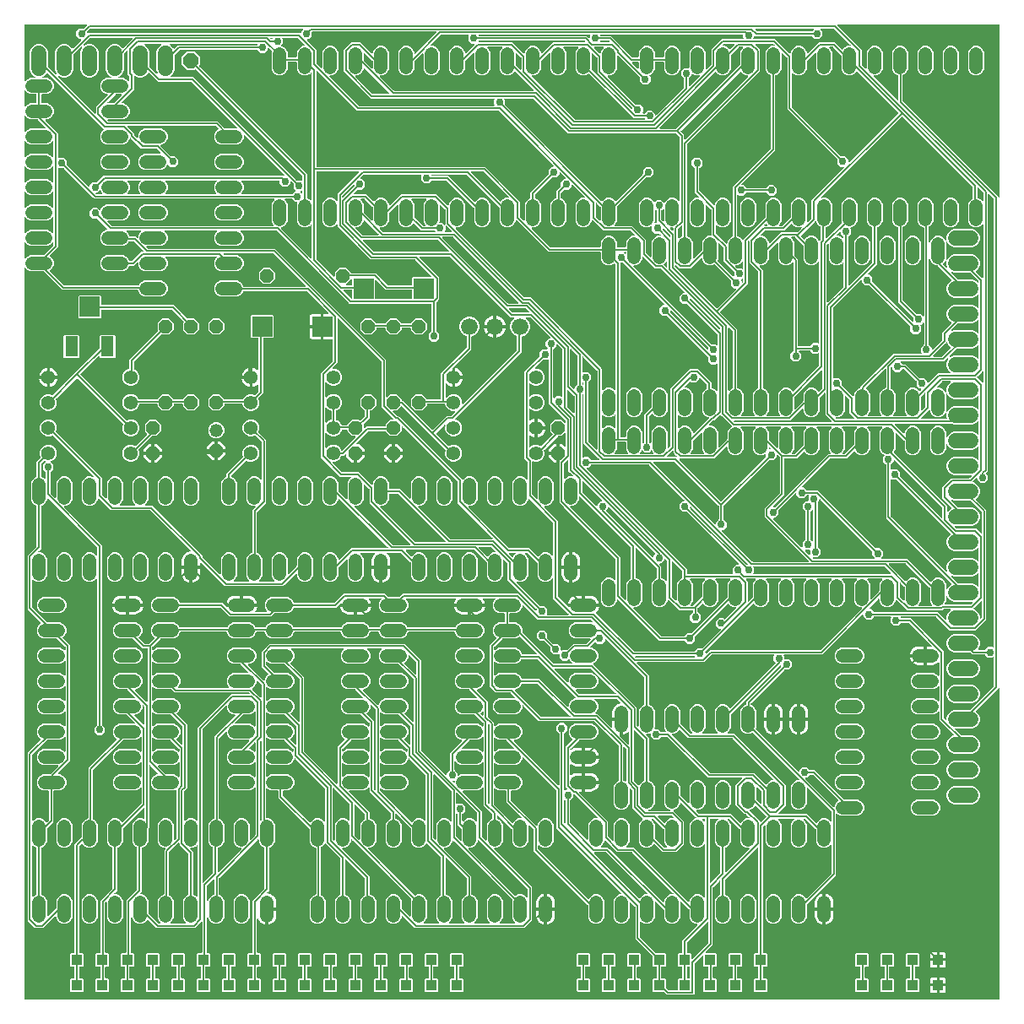
<source format=gbr>
G04 EAGLE Gerber RS-274X export*
G75*
%MOMM*%
%FSLAX34Y34*%
%LPD*%
%INTop Copper*%
%IPPOS*%
%AMOC8*
5,1,8,0,0,1.08239X$1,22.5*%
G01*
%ADD10P,1.429621X8X292.500000*%
%ADD11C,1.320800*%
%ADD12C,1.386000*%
%ADD13C,1.320800*%
%ADD14P,1.429621X8X112.500000*%
%ADD15R,1.300000X2.000000*%
%ADD16R,2.000000X2.000000*%
%ADD17C,1.676400*%
%ADD18R,1.058000X1.058000*%
%ADD19P,1.429621X8X22.500000*%
%ADD20C,1.524000*%
%ADD21P,1.649562X8X22.500000*%
%ADD22C,0.152400*%
%ADD23C,0.756400*%

G36*
X-141837Y23499D02*
X-141837Y23499D01*
X-141818Y23497D01*
X-141716Y23519D01*
X-141614Y23535D01*
X-141597Y23545D01*
X-141577Y23549D01*
X-141488Y23602D01*
X-141397Y23651D01*
X-141383Y23665D01*
X-141366Y23675D01*
X-141299Y23754D01*
X-141227Y23829D01*
X-141219Y23847D01*
X-141206Y23862D01*
X-141167Y23958D01*
X-141124Y24052D01*
X-141122Y24072D01*
X-141114Y24090D01*
X-141096Y24257D01*
X-141096Y335417D01*
X-141107Y335487D01*
X-141109Y335559D01*
X-141127Y335608D01*
X-141135Y335659D01*
X-141169Y335723D01*
X-141194Y335790D01*
X-141226Y335831D01*
X-141251Y335877D01*
X-141303Y335926D01*
X-141347Y335982D01*
X-141391Y336010D01*
X-141429Y336046D01*
X-141494Y336076D01*
X-141554Y336115D01*
X-141605Y336128D01*
X-141652Y336150D01*
X-141723Y336158D01*
X-141793Y336175D01*
X-141845Y336171D01*
X-141896Y336177D01*
X-141967Y336162D01*
X-142038Y336156D01*
X-142086Y336136D01*
X-142137Y336125D01*
X-142198Y336088D01*
X-142264Y336060D01*
X-142320Y336015D01*
X-142348Y335998D01*
X-142363Y335981D01*
X-142395Y335955D01*
X-164860Y313490D01*
X-164872Y313473D01*
X-164888Y313461D01*
X-164944Y313374D01*
X-165004Y313290D01*
X-165010Y313271D01*
X-165021Y313254D01*
X-165046Y313154D01*
X-165076Y313055D01*
X-165076Y313035D01*
X-165081Y313016D01*
X-165073Y312913D01*
X-165070Y312809D01*
X-165063Y312790D01*
X-165062Y312770D01*
X-165021Y312675D01*
X-164986Y312578D01*
X-164973Y312562D01*
X-164965Y312544D01*
X-164860Y312413D01*
X-162427Y309980D01*
X-161035Y306619D01*
X-161035Y302981D01*
X-162427Y299620D01*
X-165000Y297047D01*
X-168361Y295655D01*
X-185428Y295655D01*
X-185498Y295644D01*
X-185570Y295642D01*
X-185619Y295624D01*
X-185670Y295616D01*
X-185734Y295582D01*
X-185801Y295557D01*
X-185842Y295525D01*
X-185888Y295500D01*
X-185937Y295449D01*
X-185993Y295404D01*
X-186021Y295360D01*
X-186057Y295322D01*
X-186087Y295257D01*
X-186126Y295197D01*
X-186139Y295146D01*
X-186161Y295099D01*
X-186169Y295028D01*
X-186186Y294958D01*
X-186182Y294906D01*
X-186188Y294855D01*
X-186173Y294784D01*
X-186167Y294713D01*
X-186147Y294665D01*
X-186136Y294614D01*
X-186099Y294553D01*
X-186071Y294487D01*
X-186026Y294431D01*
X-186009Y294403D01*
X-185992Y294388D01*
X-185966Y294356D01*
X-180378Y288768D01*
X-180304Y288715D01*
X-180234Y288655D01*
X-180204Y288643D01*
X-180178Y288624D01*
X-180091Y288597D01*
X-180006Y288563D01*
X-179965Y288559D01*
X-179943Y288552D01*
X-179911Y288553D01*
X-179840Y288545D01*
X-168361Y288545D01*
X-165000Y287153D01*
X-162427Y284580D01*
X-161035Y281219D01*
X-161035Y277581D01*
X-162427Y274220D01*
X-165000Y271647D01*
X-168361Y270255D01*
X-187239Y270255D01*
X-190600Y271647D01*
X-193173Y274220D01*
X-194565Y277581D01*
X-194565Y281219D01*
X-193173Y284580D01*
X-190600Y287153D01*
X-187856Y288289D01*
X-187817Y288313D01*
X-187774Y288329D01*
X-187713Y288378D01*
X-187647Y288419D01*
X-187617Y288454D01*
X-187582Y288483D01*
X-187540Y288548D01*
X-187490Y288608D01*
X-187473Y288651D01*
X-187449Y288690D01*
X-187430Y288765D01*
X-187402Y288838D01*
X-187400Y288884D01*
X-187389Y288928D01*
X-187395Y289006D01*
X-187391Y289084D01*
X-187404Y289128D01*
X-187408Y289174D01*
X-187438Y289245D01*
X-187460Y289320D01*
X-187486Y289358D01*
X-187504Y289400D01*
X-187589Y289507D01*
X-187600Y289522D01*
X-187604Y289525D01*
X-187609Y289531D01*
X-200368Y302290D01*
X-201931Y303853D01*
X-201931Y311532D01*
X-201942Y311602D01*
X-201944Y311674D01*
X-201962Y311723D01*
X-201970Y311774D01*
X-202004Y311838D01*
X-202029Y311905D01*
X-202061Y311946D01*
X-202086Y311992D01*
X-202138Y312041D01*
X-202182Y312097D01*
X-202226Y312125D01*
X-202264Y312161D01*
X-202329Y312191D01*
X-202389Y312230D01*
X-202440Y312243D01*
X-202487Y312265D01*
X-202558Y312273D01*
X-202628Y312290D01*
X-202680Y312286D01*
X-202731Y312292D01*
X-202802Y312277D01*
X-202873Y312271D01*
X-202921Y312251D01*
X-202972Y312240D01*
X-203033Y312203D01*
X-203099Y312175D01*
X-203155Y312130D01*
X-203183Y312113D01*
X-203198Y312096D01*
X-203230Y312070D01*
X-204691Y310609D01*
X-207679Y309371D01*
X-224121Y309371D01*
X-227109Y310609D01*
X-229395Y312895D01*
X-230633Y315883D01*
X-230633Y319117D01*
X-229395Y322105D01*
X-227109Y324391D01*
X-224121Y325629D01*
X-207679Y325629D01*
X-204691Y324391D01*
X-203230Y322930D01*
X-203172Y322888D01*
X-203120Y322839D01*
X-203073Y322817D01*
X-203031Y322786D01*
X-202962Y322765D01*
X-202897Y322735D01*
X-202845Y322729D01*
X-202795Y322714D01*
X-202724Y322716D01*
X-202653Y322708D01*
X-202602Y322719D01*
X-202550Y322720D01*
X-202482Y322745D01*
X-202412Y322760D01*
X-202367Y322787D01*
X-202319Y322805D01*
X-202263Y322850D01*
X-202201Y322887D01*
X-202167Y322926D01*
X-202127Y322959D01*
X-202088Y323019D01*
X-202041Y323073D01*
X-202022Y323122D01*
X-201994Y323166D01*
X-201976Y323235D01*
X-201949Y323302D01*
X-201941Y323373D01*
X-201933Y323404D01*
X-201935Y323427D01*
X-201931Y323468D01*
X-201931Y336932D01*
X-201942Y337002D01*
X-201944Y337074D01*
X-201962Y337123D01*
X-201970Y337174D01*
X-202004Y337238D01*
X-202029Y337305D01*
X-202061Y337346D01*
X-202086Y337392D01*
X-202138Y337441D01*
X-202182Y337497D01*
X-202226Y337525D01*
X-202264Y337561D01*
X-202329Y337591D01*
X-202389Y337630D01*
X-202440Y337643D01*
X-202487Y337665D01*
X-202558Y337673D01*
X-202628Y337690D01*
X-202680Y337686D01*
X-202731Y337692D01*
X-202802Y337677D01*
X-202873Y337671D01*
X-202921Y337651D01*
X-202972Y337640D01*
X-203033Y337603D01*
X-203099Y337575D01*
X-203155Y337530D01*
X-203183Y337513D01*
X-203198Y337496D01*
X-203230Y337470D01*
X-204691Y336009D01*
X-207679Y334771D01*
X-224121Y334771D01*
X-227109Y336009D01*
X-229395Y338295D01*
X-230633Y341283D01*
X-230633Y344517D01*
X-229395Y347505D01*
X-227109Y349791D01*
X-224121Y351029D01*
X-207679Y351029D01*
X-204691Y349791D01*
X-203230Y348330D01*
X-203172Y348288D01*
X-203120Y348239D01*
X-203073Y348217D01*
X-203031Y348186D01*
X-202962Y348165D01*
X-202897Y348135D01*
X-202845Y348129D01*
X-202795Y348114D01*
X-202724Y348116D01*
X-202653Y348108D01*
X-202602Y348119D01*
X-202550Y348120D01*
X-202482Y348145D01*
X-202412Y348160D01*
X-202367Y348187D01*
X-202319Y348205D01*
X-202263Y348250D01*
X-202201Y348287D01*
X-202167Y348326D01*
X-202127Y348359D01*
X-202088Y348419D01*
X-202041Y348473D01*
X-202022Y348522D01*
X-201994Y348566D01*
X-201976Y348635D01*
X-201949Y348702D01*
X-201941Y348773D01*
X-201933Y348804D01*
X-201935Y348827D01*
X-201931Y348868D01*
X-201931Y360895D01*
X-201942Y360966D01*
X-201944Y361037D01*
X-201962Y361086D01*
X-201970Y361138D01*
X-202004Y361201D01*
X-202029Y361268D01*
X-202061Y361309D01*
X-202086Y361355D01*
X-202137Y361404D01*
X-202182Y361460D01*
X-202226Y361489D01*
X-202264Y361524D01*
X-202329Y361555D01*
X-202389Y361593D01*
X-202440Y361606D01*
X-202487Y361628D01*
X-202558Y361636D01*
X-202628Y361653D01*
X-202680Y361649D01*
X-202731Y361655D01*
X-202802Y361640D01*
X-202873Y361634D01*
X-202921Y361614D01*
X-202972Y361603D01*
X-203033Y361566D01*
X-203099Y361538D01*
X-203155Y361493D01*
X-203183Y361477D01*
X-203198Y361459D01*
X-203230Y361433D01*
X-203467Y361197D01*
X-204964Y360196D01*
X-206629Y359507D01*
X-208395Y359155D01*
X-214377Y359155D01*
X-214377Y367538D01*
X-214380Y367558D01*
X-214378Y367577D01*
X-214400Y367679D01*
X-214417Y367781D01*
X-214426Y367798D01*
X-214430Y367818D01*
X-214483Y367907D01*
X-214532Y367998D01*
X-214546Y368012D01*
X-214556Y368029D01*
X-214635Y368096D01*
X-214710Y368167D01*
X-214728Y368176D01*
X-214743Y368189D01*
X-214839Y368227D01*
X-214933Y368271D01*
X-214953Y368273D01*
X-214971Y368281D01*
X-215138Y368299D01*
X-215901Y368299D01*
X-215901Y368301D01*
X-215138Y368301D01*
X-215118Y368304D01*
X-215099Y368302D01*
X-214997Y368324D01*
X-214895Y368341D01*
X-214878Y368350D01*
X-214858Y368354D01*
X-214769Y368407D01*
X-214678Y368456D01*
X-214664Y368470D01*
X-214647Y368480D01*
X-214580Y368559D01*
X-214509Y368634D01*
X-214500Y368652D01*
X-214487Y368667D01*
X-214448Y368763D01*
X-214405Y368857D01*
X-214403Y368877D01*
X-214395Y368895D01*
X-214377Y369062D01*
X-214377Y377445D01*
X-210304Y377445D01*
X-210234Y377456D01*
X-210162Y377458D01*
X-210113Y377476D01*
X-210062Y377484D01*
X-209998Y377518D01*
X-209931Y377543D01*
X-209890Y377575D01*
X-209844Y377600D01*
X-209795Y377652D01*
X-209739Y377696D01*
X-209711Y377740D01*
X-209675Y377778D01*
X-209645Y377843D01*
X-209606Y377903D01*
X-209593Y377954D01*
X-209571Y378001D01*
X-209563Y378072D01*
X-209546Y378142D01*
X-209550Y378194D01*
X-209544Y378245D01*
X-209559Y378316D01*
X-209565Y378387D01*
X-209585Y378435D01*
X-209596Y378486D01*
X-209633Y378547D01*
X-209661Y378613D01*
X-209706Y378669D01*
X-209723Y378697D01*
X-209740Y378712D01*
X-209766Y378744D01*
X-232372Y401350D01*
X-232446Y401403D01*
X-232516Y401463D01*
X-232546Y401475D01*
X-232572Y401494D01*
X-232659Y401521D01*
X-232744Y401555D01*
X-232785Y401559D01*
X-232807Y401566D01*
X-232839Y401565D01*
X-232911Y401573D01*
X-239831Y401573D01*
X-239921Y401559D01*
X-240012Y401551D01*
X-240041Y401539D01*
X-240073Y401534D01*
X-240154Y401491D01*
X-240238Y401455D01*
X-240270Y401429D01*
X-240291Y401418D01*
X-240313Y401395D01*
X-240369Y401350D01*
X-243166Y398553D01*
X-247562Y398553D01*
X-250671Y401662D01*
X-250671Y406058D01*
X-250359Y406370D01*
X-250317Y406428D01*
X-250268Y406480D01*
X-250246Y406527D01*
X-250216Y406569D01*
X-250194Y406638D01*
X-250164Y406703D01*
X-250159Y406755D01*
X-250143Y406805D01*
X-250145Y406876D01*
X-250137Y406947D01*
X-250148Y406998D01*
X-250150Y407050D01*
X-250174Y407118D01*
X-250189Y407188D01*
X-250216Y407233D01*
X-250234Y407281D01*
X-250279Y407337D01*
X-250316Y407399D01*
X-250355Y407433D01*
X-250388Y407473D01*
X-250448Y407512D01*
X-250503Y407559D01*
X-250551Y407578D01*
X-250595Y407606D01*
X-250664Y407624D01*
X-250731Y407651D01*
X-250802Y407659D01*
X-250833Y407667D01*
X-250856Y407665D01*
X-250897Y407669D01*
X-267263Y407669D01*
X-267353Y407655D01*
X-267444Y407647D01*
X-267473Y407635D01*
X-267505Y407630D01*
X-267586Y407587D01*
X-267670Y407551D01*
X-267702Y407525D01*
X-267723Y407514D01*
X-267745Y407491D01*
X-267801Y407446D01*
X-270598Y404649D01*
X-274994Y404649D01*
X-278103Y407758D01*
X-278103Y408722D01*
X-278114Y408792D01*
X-278116Y408864D01*
X-278134Y408913D01*
X-278142Y408964D01*
X-278176Y409028D01*
X-278201Y409095D01*
X-278233Y409136D01*
X-278258Y409182D01*
X-278310Y409231D01*
X-278354Y409287D01*
X-278398Y409315D01*
X-278436Y409351D01*
X-278501Y409381D01*
X-278561Y409420D01*
X-278612Y409433D01*
X-278659Y409455D01*
X-278730Y409463D01*
X-278800Y409480D01*
X-278852Y409476D01*
X-278903Y409482D01*
X-278974Y409467D01*
X-279045Y409461D01*
X-279093Y409441D01*
X-279144Y409430D01*
X-279205Y409393D01*
X-279271Y409365D01*
X-279327Y409320D01*
X-279355Y409303D01*
X-279370Y409286D01*
X-279402Y409260D01*
X-317530Y371132D01*
X-319093Y369569D01*
X-357179Y369569D01*
X-357249Y369558D01*
X-357321Y369556D01*
X-357370Y369538D01*
X-357421Y369530D01*
X-357485Y369496D01*
X-357552Y369471D01*
X-357593Y369439D01*
X-357639Y369414D01*
X-357688Y369362D01*
X-357744Y369318D01*
X-357772Y369274D01*
X-357808Y369236D01*
X-357838Y369171D01*
X-357877Y369111D01*
X-357890Y369060D01*
X-357912Y369013D01*
X-357920Y368942D01*
X-357937Y368872D01*
X-357933Y368820D01*
X-357939Y368769D01*
X-357924Y368698D01*
X-357918Y368627D01*
X-357898Y368579D01*
X-357887Y368528D01*
X-357850Y368467D01*
X-357822Y368401D01*
X-357777Y368345D01*
X-357760Y368317D01*
X-357743Y368302D01*
X-357717Y368270D01*
X-357405Y367958D01*
X-357405Y365732D01*
X-357402Y365712D01*
X-357404Y365693D01*
X-357382Y365591D01*
X-357366Y365489D01*
X-357356Y365472D01*
X-357352Y365452D01*
X-357299Y365363D01*
X-357250Y365272D01*
X-357236Y365258D01*
X-357226Y365241D01*
X-357147Y365174D01*
X-357072Y365102D01*
X-357054Y365094D01*
X-357039Y365081D01*
X-356943Y365042D01*
X-356849Y364999D01*
X-356829Y364997D01*
X-356811Y364989D01*
X-356644Y364971D01*
X-352894Y364971D01*
X-349785Y361862D01*
X-349785Y357466D01*
X-352894Y354357D01*
X-356850Y354357D01*
X-356940Y354343D01*
X-357031Y354335D01*
X-357060Y354323D01*
X-357092Y354318D01*
X-357173Y354275D01*
X-357257Y354239D01*
X-357289Y354213D01*
X-357310Y354202D01*
X-357332Y354179D01*
X-357388Y354134D01*
X-390682Y320840D01*
X-390735Y320766D01*
X-390795Y320696D01*
X-390807Y320666D01*
X-390826Y320640D01*
X-390853Y320553D01*
X-390887Y320468D01*
X-390891Y320427D01*
X-390898Y320405D01*
X-390897Y320373D01*
X-390905Y320302D01*
X-390905Y319554D01*
X-390886Y319439D01*
X-390869Y319323D01*
X-390867Y319317D01*
X-390866Y319311D01*
X-390811Y319208D01*
X-390758Y319103D01*
X-390753Y319099D01*
X-390750Y319093D01*
X-390666Y319014D01*
X-390582Y318931D01*
X-390576Y318927D01*
X-390572Y318924D01*
X-390555Y318916D01*
X-390435Y318850D01*
X-389095Y318295D01*
X-386809Y316009D01*
X-385571Y313021D01*
X-385571Y296579D01*
X-386039Y295450D01*
X-386066Y295336D01*
X-386094Y295223D01*
X-386094Y295216D01*
X-386095Y295210D01*
X-386084Y295094D01*
X-386075Y294977D01*
X-386073Y294972D01*
X-386072Y294965D01*
X-386024Y294858D01*
X-385979Y294751D01*
X-385974Y294745D01*
X-385972Y294741D01*
X-385960Y294727D01*
X-385874Y294620D01*
X-343410Y252156D01*
X-343352Y252114D01*
X-343300Y252065D01*
X-343253Y252043D01*
X-343211Y252013D01*
X-343142Y251992D01*
X-343077Y251961D01*
X-343025Y251956D01*
X-342975Y251940D01*
X-342904Y251942D01*
X-342833Y251934D01*
X-342782Y251945D01*
X-342730Y251947D01*
X-342662Y251971D01*
X-342592Y251986D01*
X-342548Y252013D01*
X-342499Y252031D01*
X-342443Y252076D01*
X-342381Y252113D01*
X-342347Y252152D01*
X-342307Y252185D01*
X-342268Y252245D01*
X-342221Y252300D01*
X-342202Y252348D01*
X-342174Y252392D01*
X-342156Y252461D01*
X-342129Y252528D01*
X-342121Y252599D01*
X-342113Y252630D01*
X-342115Y252654D01*
X-342111Y252694D01*
X-342111Y253658D01*
X-339002Y256767D01*
X-334606Y256767D01*
X-331809Y253970D01*
X-331735Y253917D01*
X-331665Y253857D01*
X-331635Y253845D01*
X-331609Y253826D01*
X-331522Y253799D01*
X-331437Y253765D01*
X-331396Y253761D01*
X-331374Y253754D01*
X-331342Y253755D01*
X-331271Y253747D01*
X-326713Y253747D01*
X-297218Y224252D01*
X-297144Y224199D01*
X-297074Y224139D01*
X-297044Y224127D01*
X-297018Y224108D01*
X-296931Y224081D01*
X-296846Y224047D01*
X-296805Y224043D01*
X-296783Y224036D01*
X-296751Y224037D01*
X-296680Y224029D01*
X-283879Y224029D01*
X-280891Y222791D01*
X-278605Y220505D01*
X-277367Y217517D01*
X-277367Y214283D01*
X-278605Y211295D01*
X-280891Y209009D01*
X-283879Y207771D01*
X-300321Y207771D01*
X-303309Y209009D01*
X-304262Y209962D01*
X-304320Y210004D01*
X-304372Y210053D01*
X-304419Y210075D01*
X-304461Y210106D01*
X-304530Y210127D01*
X-304595Y210157D01*
X-304647Y210163D01*
X-304697Y210178D01*
X-304768Y210176D01*
X-304839Y210184D01*
X-304890Y210173D01*
X-304942Y210172D01*
X-305010Y210147D01*
X-305080Y210132D01*
X-305125Y210105D01*
X-305173Y210087D01*
X-305229Y210042D01*
X-305291Y210005D01*
X-305325Y209966D01*
X-305365Y209933D01*
X-305404Y209873D01*
X-305451Y209819D01*
X-305470Y209770D01*
X-305498Y209726D01*
X-305516Y209657D01*
X-305543Y209590D01*
X-305551Y209519D01*
X-305559Y209488D01*
X-305557Y209465D01*
X-305561Y209424D01*
X-305561Y148405D01*
X-334548Y119418D01*
X-334601Y119344D01*
X-334661Y119274D01*
X-334673Y119244D01*
X-334692Y119218D01*
X-334719Y119131D01*
X-334753Y119046D01*
X-334757Y119005D01*
X-334764Y118983D01*
X-334763Y118951D01*
X-334771Y118880D01*
X-334771Y106079D01*
X-336009Y103091D01*
X-338295Y100805D01*
X-341283Y99567D01*
X-344517Y99567D01*
X-347505Y100805D01*
X-349791Y103091D01*
X-351029Y106079D01*
X-351029Y122521D01*
X-349791Y125509D01*
X-347505Y127795D01*
X-344517Y129033D01*
X-341283Y129033D01*
X-338295Y127795D01*
X-336005Y125505D01*
X-335989Y125493D01*
X-335977Y125478D01*
X-335890Y125422D01*
X-335806Y125362D01*
X-335787Y125356D01*
X-335770Y125345D01*
X-335669Y125320D01*
X-335571Y125289D01*
X-335551Y125290D01*
X-335531Y125285D01*
X-335428Y125293D01*
X-335325Y125296D01*
X-335306Y125302D01*
X-335286Y125304D01*
X-335191Y125344D01*
X-335094Y125380D01*
X-335078Y125393D01*
X-335060Y125400D01*
X-334929Y125505D01*
X-310358Y150076D01*
X-310305Y150150D01*
X-310245Y150220D01*
X-310233Y150250D01*
X-310214Y150276D01*
X-310187Y150363D01*
X-310176Y150391D01*
X-310163Y150419D01*
X-310162Y150425D01*
X-310153Y150448D01*
X-310149Y150489D01*
X-310142Y150511D01*
X-310143Y150543D01*
X-310135Y150615D01*
X-310135Y177928D01*
X-310146Y177998D01*
X-310148Y178070D01*
X-310166Y178119D01*
X-310174Y178170D01*
X-310208Y178234D01*
X-310233Y178301D01*
X-310265Y178342D01*
X-310290Y178388D01*
X-310342Y178437D01*
X-310386Y178493D01*
X-310430Y178521D01*
X-310468Y178557D01*
X-310533Y178587D01*
X-310593Y178626D01*
X-310644Y178639D01*
X-310691Y178661D01*
X-310762Y178669D01*
X-310832Y178686D01*
X-310884Y178682D01*
X-310935Y178688D01*
X-311006Y178673D01*
X-311077Y178667D01*
X-311125Y178647D01*
X-311176Y178636D01*
X-311237Y178599D01*
X-311303Y178571D01*
X-311359Y178526D01*
X-311387Y178509D01*
X-311402Y178492D01*
X-311434Y178466D01*
X-312895Y177005D01*
X-315883Y175767D01*
X-319117Y175767D01*
X-322105Y177005D01*
X-324391Y179291D01*
X-325629Y182279D01*
X-325629Y194063D01*
X-325643Y194154D01*
X-325651Y194244D01*
X-325663Y194274D01*
X-325668Y194306D01*
X-325711Y194387D01*
X-325747Y194471D01*
X-325773Y194503D01*
X-325784Y194524D01*
X-325807Y194546D01*
X-325852Y194602D01*
X-336004Y204754D01*
X-336078Y204807D01*
X-336148Y204867D01*
X-336178Y204879D01*
X-336204Y204898D01*
X-336291Y204925D01*
X-336376Y204959D01*
X-336417Y204963D01*
X-336439Y204970D01*
X-336471Y204969D01*
X-336543Y204977D01*
X-337440Y204977D01*
X-337510Y204966D01*
X-337582Y204964D01*
X-337631Y204946D01*
X-337682Y204938D01*
X-337746Y204904D01*
X-337813Y204879D01*
X-337854Y204847D01*
X-337900Y204822D01*
X-337949Y204770D01*
X-338005Y204726D01*
X-338033Y204682D01*
X-338069Y204644D01*
X-338099Y204579D01*
X-338138Y204519D01*
X-338151Y204468D01*
X-338173Y204421D01*
X-338181Y204350D01*
X-338198Y204280D01*
X-338194Y204228D01*
X-338200Y204177D01*
X-338185Y204106D01*
X-338179Y204035D01*
X-338159Y203987D01*
X-338148Y203936D01*
X-338111Y203875D01*
X-338083Y203809D01*
X-338038Y203753D01*
X-338021Y203725D01*
X-338004Y203710D01*
X-337978Y203678D01*
X-336009Y201709D01*
X-334771Y198721D01*
X-334771Y182279D01*
X-336009Y179291D01*
X-338295Y177005D01*
X-341283Y175767D01*
X-344517Y175767D01*
X-347505Y177005D01*
X-349791Y179291D01*
X-351029Y182279D01*
X-351029Y198721D01*
X-349791Y201709D01*
X-347822Y203678D01*
X-347780Y203736D01*
X-347731Y203788D01*
X-347709Y203835D01*
X-347678Y203877D01*
X-347657Y203946D01*
X-347627Y204011D01*
X-347621Y204063D01*
X-347606Y204113D01*
X-347608Y204184D01*
X-347600Y204255D01*
X-347611Y204306D01*
X-347612Y204358D01*
X-347637Y204426D01*
X-347652Y204496D01*
X-347679Y204541D01*
X-347697Y204589D01*
X-347742Y204645D01*
X-347779Y204707D01*
X-347818Y204741D01*
X-347851Y204781D01*
X-347911Y204820D01*
X-347965Y204867D01*
X-348014Y204886D01*
X-348058Y204914D01*
X-348127Y204932D01*
X-348194Y204959D01*
X-348265Y204967D01*
X-348296Y204975D01*
X-348319Y204973D01*
X-348360Y204977D01*
X-362840Y204977D01*
X-362910Y204966D01*
X-362982Y204964D01*
X-363031Y204946D01*
X-363082Y204938D01*
X-363146Y204904D01*
X-363213Y204879D01*
X-363254Y204847D01*
X-363300Y204822D01*
X-363349Y204770D01*
X-363405Y204726D01*
X-363433Y204682D01*
X-363469Y204644D01*
X-363499Y204579D01*
X-363538Y204519D01*
X-363551Y204468D01*
X-363573Y204421D01*
X-363581Y204350D01*
X-363598Y204280D01*
X-363594Y204228D01*
X-363600Y204177D01*
X-363585Y204106D01*
X-363579Y204035D01*
X-363559Y203987D01*
X-363548Y203936D01*
X-363511Y203875D01*
X-363483Y203809D01*
X-363438Y203753D01*
X-363421Y203725D01*
X-363404Y203710D01*
X-363378Y203678D01*
X-361409Y201709D01*
X-360171Y198721D01*
X-360171Y182279D01*
X-361409Y179291D01*
X-363695Y177005D01*
X-366683Y175767D01*
X-369917Y175767D01*
X-372905Y177005D01*
X-375191Y179291D01*
X-376429Y182279D01*
X-376429Y197620D01*
X-376440Y197690D01*
X-376442Y197762D01*
X-376460Y197811D01*
X-376468Y197862D01*
X-376502Y197926D01*
X-376527Y197993D01*
X-376559Y198034D01*
X-376584Y198080D01*
X-376636Y198129D01*
X-376680Y198185D01*
X-376724Y198213D01*
X-376762Y198249D01*
X-376827Y198279D01*
X-376887Y198318D01*
X-376938Y198331D01*
X-376985Y198353D01*
X-377056Y198361D01*
X-377126Y198378D01*
X-377178Y198374D01*
X-377229Y198380D01*
X-377300Y198365D01*
X-377371Y198359D01*
X-377419Y198339D01*
X-377470Y198328D01*
X-377531Y198291D01*
X-377597Y198263D01*
X-377653Y198218D01*
X-377681Y198201D01*
X-377696Y198184D01*
X-377728Y198158D01*
X-378490Y197396D01*
X-378543Y197322D01*
X-378603Y197252D01*
X-378615Y197222D01*
X-378634Y197196D01*
X-378661Y197109D01*
X-378695Y197024D01*
X-378699Y196983D01*
X-378706Y196961D01*
X-378705Y196929D01*
X-378713Y196857D01*
X-378713Y71076D01*
X-378710Y71056D01*
X-378712Y71037D01*
X-378690Y70935D01*
X-378674Y70833D01*
X-378664Y70816D01*
X-378660Y70796D01*
X-378607Y70707D01*
X-378558Y70616D01*
X-378544Y70602D01*
X-378534Y70585D01*
X-378455Y70518D01*
X-378380Y70446D01*
X-378362Y70438D01*
X-378347Y70425D01*
X-378251Y70386D01*
X-378157Y70343D01*
X-378137Y70341D01*
X-378119Y70333D01*
X-377952Y70315D01*
X-375078Y70315D01*
X-374185Y69422D01*
X-374185Y57578D01*
X-375078Y56685D01*
X-377952Y56685D01*
X-377972Y56682D01*
X-377991Y56684D01*
X-378093Y56662D01*
X-378195Y56646D01*
X-378212Y56636D01*
X-378232Y56632D01*
X-378321Y56579D01*
X-378412Y56530D01*
X-378426Y56516D01*
X-378443Y56506D01*
X-378510Y56427D01*
X-378582Y56352D01*
X-378590Y56334D01*
X-378603Y56319D01*
X-378642Y56223D01*
X-378685Y56129D01*
X-378687Y56109D01*
X-378695Y56091D01*
X-378713Y55924D01*
X-378713Y45676D01*
X-378710Y45656D01*
X-378712Y45637D01*
X-378690Y45535D01*
X-378674Y45433D01*
X-378664Y45416D01*
X-378660Y45396D01*
X-378607Y45307D01*
X-378558Y45216D01*
X-378544Y45202D01*
X-378534Y45185D01*
X-378455Y45118D01*
X-378380Y45046D01*
X-378362Y45038D01*
X-378347Y45025D01*
X-378251Y44986D01*
X-378157Y44943D01*
X-378137Y44941D01*
X-378119Y44933D01*
X-377952Y44915D01*
X-375078Y44915D01*
X-374185Y44022D01*
X-374185Y32178D01*
X-375078Y31285D01*
X-386922Y31285D01*
X-387815Y32178D01*
X-387815Y44022D01*
X-386922Y44915D01*
X-384048Y44915D01*
X-384028Y44918D01*
X-384009Y44916D01*
X-383907Y44938D01*
X-383805Y44954D01*
X-383788Y44964D01*
X-383768Y44968D01*
X-383679Y45021D01*
X-383588Y45070D01*
X-383574Y45084D01*
X-383557Y45094D01*
X-383490Y45173D01*
X-383418Y45248D01*
X-383410Y45266D01*
X-383397Y45281D01*
X-383358Y45377D01*
X-383315Y45471D01*
X-383313Y45491D01*
X-383305Y45509D01*
X-383287Y45676D01*
X-383287Y55924D01*
X-383290Y55944D01*
X-383288Y55963D01*
X-383310Y56065D01*
X-383326Y56167D01*
X-383336Y56184D01*
X-383340Y56204D01*
X-383393Y56293D01*
X-383442Y56384D01*
X-383456Y56398D01*
X-383466Y56415D01*
X-383545Y56482D01*
X-383620Y56554D01*
X-383638Y56562D01*
X-383653Y56575D01*
X-383749Y56614D01*
X-383843Y56657D01*
X-383863Y56659D01*
X-383881Y56667D01*
X-384048Y56685D01*
X-386922Y56685D01*
X-387815Y57578D01*
X-387815Y69422D01*
X-386922Y70315D01*
X-384048Y70315D01*
X-384028Y70318D01*
X-384009Y70316D01*
X-383907Y70338D01*
X-383805Y70354D01*
X-383788Y70364D01*
X-383768Y70368D01*
X-383679Y70421D01*
X-383588Y70470D01*
X-383574Y70484D01*
X-383557Y70494D01*
X-383490Y70573D01*
X-383418Y70648D01*
X-383410Y70666D01*
X-383397Y70681D01*
X-383358Y70777D01*
X-383315Y70871D01*
X-383313Y70891D01*
X-383305Y70909D01*
X-383287Y71076D01*
X-383287Y175522D01*
X-383298Y175592D01*
X-383300Y175664D01*
X-383318Y175713D01*
X-383326Y175764D01*
X-383360Y175828D01*
X-383385Y175895D01*
X-383417Y175936D01*
X-383442Y175982D01*
X-383494Y176031D01*
X-383538Y176087D01*
X-383582Y176115D01*
X-383620Y176151D01*
X-383685Y176181D01*
X-383745Y176220D01*
X-383796Y176233D01*
X-383843Y176255D01*
X-383914Y176263D01*
X-383984Y176280D01*
X-384036Y176276D01*
X-384087Y176282D01*
X-384158Y176267D01*
X-384229Y176261D01*
X-384277Y176241D01*
X-384328Y176230D01*
X-384389Y176193D01*
X-384455Y176165D01*
X-384511Y176120D01*
X-384539Y176103D01*
X-384554Y176086D01*
X-384586Y176060D01*
X-416590Y144056D01*
X-416643Y143982D01*
X-416703Y143912D01*
X-416715Y143882D01*
X-416734Y143856D01*
X-416761Y143769D01*
X-416795Y143684D01*
X-416799Y143643D01*
X-416806Y143621D01*
X-416805Y143589D01*
X-416813Y143517D01*
X-416813Y129264D01*
X-416794Y129149D01*
X-416777Y129033D01*
X-416775Y129027D01*
X-416774Y129021D01*
X-416719Y128919D01*
X-416666Y128814D01*
X-416661Y128809D01*
X-416658Y128804D01*
X-416574Y128724D01*
X-416490Y128641D01*
X-416484Y128638D01*
X-416480Y128634D01*
X-416463Y128627D01*
X-416343Y128561D01*
X-414495Y127795D01*
X-412209Y125509D01*
X-410971Y122521D01*
X-410971Y106079D01*
X-412209Y103091D01*
X-414495Y100805D01*
X-417483Y99567D01*
X-420717Y99567D01*
X-423705Y100805D01*
X-425991Y103091D01*
X-427229Y106079D01*
X-427229Y122521D01*
X-425991Y125509D01*
X-423705Y127795D01*
X-421857Y128561D01*
X-421757Y128623D01*
X-421657Y128682D01*
X-421653Y128687D01*
X-421648Y128690D01*
X-421573Y128781D01*
X-421497Y128869D01*
X-421495Y128875D01*
X-421491Y128880D01*
X-421449Y128988D01*
X-421405Y129097D01*
X-421404Y129105D01*
X-421403Y129109D01*
X-421402Y129128D01*
X-421387Y129264D01*
X-421387Y141994D01*
X-421398Y142064D01*
X-421400Y142136D01*
X-421418Y142185D01*
X-421426Y142236D01*
X-421460Y142300D01*
X-421485Y142367D01*
X-421517Y142408D01*
X-421542Y142454D01*
X-421594Y142503D01*
X-421638Y142559D01*
X-421682Y142587D01*
X-421720Y142623D01*
X-421785Y142653D01*
X-421845Y142692D01*
X-421896Y142705D01*
X-421943Y142727D01*
X-422014Y142735D01*
X-422084Y142752D01*
X-422136Y142748D01*
X-422187Y142754D01*
X-422258Y142739D01*
X-422329Y142733D01*
X-422377Y142713D01*
X-422428Y142702D01*
X-422489Y142665D01*
X-422555Y142637D01*
X-422611Y142592D01*
X-422639Y142575D01*
X-422654Y142558D01*
X-422686Y142532D01*
X-428782Y136436D01*
X-428835Y136362D01*
X-428895Y136292D01*
X-428907Y136262D01*
X-428926Y136236D01*
X-428953Y136149D01*
X-428987Y136064D01*
X-428991Y136023D01*
X-428998Y136001D01*
X-428997Y135969D01*
X-429005Y135897D01*
X-429005Y78301D01*
X-435692Y71614D01*
X-435734Y71556D01*
X-435783Y71504D01*
X-435805Y71457D01*
X-435835Y71415D01*
X-435856Y71346D01*
X-435887Y71281D01*
X-435892Y71229D01*
X-435908Y71179D01*
X-435906Y71108D01*
X-435914Y71037D01*
X-435903Y70986D01*
X-435901Y70934D01*
X-435877Y70866D01*
X-435862Y70796D01*
X-435835Y70751D01*
X-435817Y70703D01*
X-435772Y70647D01*
X-435735Y70585D01*
X-435696Y70551D01*
X-435663Y70511D01*
X-435603Y70472D01*
X-435548Y70425D01*
X-435500Y70406D01*
X-435456Y70378D01*
X-435387Y70360D01*
X-435320Y70333D01*
X-435249Y70325D01*
X-435218Y70317D01*
X-435194Y70319D01*
X-435154Y70315D01*
X-425878Y70315D01*
X-424985Y69422D01*
X-424985Y57578D01*
X-425878Y56685D01*
X-428244Y56685D01*
X-428264Y56682D01*
X-428283Y56684D01*
X-428385Y56662D01*
X-428487Y56646D01*
X-428504Y56636D01*
X-428524Y56632D01*
X-428613Y56579D01*
X-428704Y56530D01*
X-428718Y56516D01*
X-428735Y56506D01*
X-428802Y56427D01*
X-428874Y56352D01*
X-428882Y56334D01*
X-428895Y56319D01*
X-428934Y56223D01*
X-428977Y56129D01*
X-428979Y56109D01*
X-428987Y56091D01*
X-429005Y55924D01*
X-429005Y45676D01*
X-429002Y45656D01*
X-429004Y45637D01*
X-428982Y45535D01*
X-428966Y45433D01*
X-428956Y45416D01*
X-428952Y45396D01*
X-428899Y45307D01*
X-428850Y45216D01*
X-428836Y45202D01*
X-428826Y45185D01*
X-428747Y45118D01*
X-428672Y45046D01*
X-428654Y45038D01*
X-428639Y45025D01*
X-428543Y44986D01*
X-428449Y44943D01*
X-428429Y44941D01*
X-428411Y44933D01*
X-428244Y44915D01*
X-425878Y44915D01*
X-424985Y44022D01*
X-424985Y32178D01*
X-425878Y31285D01*
X-437722Y31285D01*
X-438615Y32178D01*
X-438615Y44022D01*
X-437722Y44915D01*
X-434340Y44915D01*
X-434320Y44918D01*
X-434301Y44916D01*
X-434199Y44938D01*
X-434097Y44954D01*
X-434080Y44964D01*
X-434060Y44968D01*
X-433971Y45021D01*
X-433880Y45070D01*
X-433866Y45084D01*
X-433849Y45094D01*
X-433782Y45173D01*
X-433710Y45248D01*
X-433702Y45266D01*
X-433689Y45281D01*
X-433650Y45377D01*
X-433607Y45471D01*
X-433605Y45491D01*
X-433597Y45509D01*
X-433579Y45676D01*
X-433579Y55924D01*
X-433582Y55944D01*
X-433580Y55963D01*
X-433602Y56065D01*
X-433618Y56167D01*
X-433628Y56184D01*
X-433632Y56204D01*
X-433685Y56293D01*
X-433734Y56384D01*
X-433748Y56398D01*
X-433758Y56415D01*
X-433837Y56482D01*
X-433912Y56554D01*
X-433930Y56562D01*
X-433945Y56575D01*
X-434041Y56614D01*
X-434135Y56657D01*
X-434155Y56659D01*
X-434173Y56667D01*
X-434340Y56685D01*
X-437722Y56685D01*
X-438615Y57578D01*
X-438615Y66854D01*
X-438626Y66924D01*
X-438628Y66996D01*
X-438646Y67045D01*
X-438654Y67096D01*
X-438688Y67160D01*
X-438713Y67227D01*
X-438745Y67268D01*
X-438770Y67314D01*
X-438822Y67363D01*
X-438866Y67419D01*
X-438910Y67447D01*
X-438948Y67483D01*
X-439013Y67513D01*
X-439073Y67552D01*
X-439124Y67565D01*
X-439171Y67587D01*
X-439242Y67595D01*
X-439312Y67612D01*
X-439364Y67608D01*
X-439415Y67614D01*
X-439486Y67599D01*
X-439557Y67593D01*
X-439605Y67573D01*
X-439656Y67562D01*
X-439717Y67525D01*
X-439783Y67497D01*
X-439839Y67452D01*
X-439867Y67435D01*
X-439882Y67418D01*
X-439914Y67392D01*
X-447070Y60236D01*
X-447123Y60162D01*
X-447183Y60092D01*
X-447195Y60062D01*
X-447214Y60036D01*
X-447241Y59949D01*
X-447275Y59864D01*
X-447279Y59823D01*
X-447286Y59801D01*
X-447285Y59769D01*
X-447293Y59697D01*
X-447293Y29533D01*
X-448633Y28193D01*
X-474911Y28193D01*
X-477780Y31062D01*
X-477854Y31115D01*
X-477924Y31175D01*
X-477954Y31187D01*
X-477980Y31206D01*
X-478067Y31233D01*
X-478152Y31267D01*
X-478193Y31271D01*
X-478215Y31278D01*
X-478247Y31277D01*
X-478319Y31285D01*
X-488522Y31285D01*
X-489415Y32178D01*
X-489415Y44022D01*
X-488522Y44915D01*
X-486156Y44915D01*
X-486136Y44918D01*
X-486117Y44916D01*
X-486015Y44938D01*
X-485913Y44954D01*
X-485896Y44964D01*
X-485876Y44968D01*
X-485787Y45021D01*
X-485696Y45070D01*
X-485682Y45084D01*
X-485665Y45094D01*
X-485598Y45173D01*
X-485526Y45248D01*
X-485518Y45266D01*
X-485505Y45281D01*
X-485466Y45377D01*
X-485423Y45471D01*
X-485421Y45491D01*
X-485413Y45509D01*
X-485395Y45676D01*
X-485395Y55924D01*
X-485398Y55944D01*
X-485396Y55963D01*
X-485418Y56065D01*
X-485434Y56167D01*
X-485444Y56184D01*
X-485448Y56204D01*
X-485501Y56293D01*
X-485550Y56384D01*
X-485564Y56398D01*
X-485574Y56415D01*
X-485653Y56482D01*
X-485728Y56554D01*
X-485746Y56562D01*
X-485761Y56575D01*
X-485857Y56614D01*
X-485951Y56657D01*
X-485971Y56659D01*
X-485989Y56667D01*
X-486156Y56685D01*
X-488522Y56685D01*
X-489415Y57578D01*
X-489415Y66766D01*
X-489429Y66856D01*
X-489437Y66947D01*
X-489449Y66976D01*
X-489454Y67008D01*
X-489497Y67089D01*
X-489533Y67173D01*
X-489559Y67205D01*
X-489570Y67226D01*
X-489593Y67248D01*
X-489638Y67304D01*
X-506731Y84397D01*
X-506731Y116085D01*
X-506745Y116176D01*
X-506753Y116266D01*
X-506765Y116296D01*
X-506770Y116328D01*
X-506813Y116409D01*
X-506849Y116493D01*
X-506875Y116525D01*
X-506886Y116546D01*
X-506909Y116568D01*
X-506954Y116624D01*
X-511272Y120942D01*
X-511330Y120984D01*
X-511382Y121033D01*
X-511429Y121055D01*
X-511471Y121085D01*
X-511540Y121106D01*
X-511605Y121137D01*
X-511657Y121142D01*
X-511707Y121158D01*
X-511778Y121156D01*
X-511849Y121164D01*
X-511900Y121153D01*
X-511952Y121151D01*
X-512020Y121127D01*
X-512090Y121112D01*
X-512135Y121085D01*
X-512183Y121067D01*
X-512239Y121022D01*
X-512301Y120985D01*
X-512335Y120946D01*
X-512375Y120913D01*
X-512414Y120853D01*
X-512461Y120798D01*
X-512480Y120750D01*
X-512508Y120706D01*
X-512526Y120637D01*
X-512553Y120570D01*
X-512561Y120499D01*
X-512569Y120468D01*
X-512567Y120444D01*
X-512571Y120404D01*
X-512571Y106079D01*
X-513809Y103091D01*
X-516095Y100805D01*
X-519083Y99567D01*
X-522317Y99567D01*
X-525305Y100805D01*
X-527591Y103091D01*
X-528829Y106079D01*
X-528829Y122521D01*
X-527591Y125509D01*
X-525305Y127795D01*
X-522317Y129033D01*
X-521200Y129033D01*
X-521130Y129044D01*
X-521058Y129046D01*
X-521009Y129064D01*
X-520958Y129072D01*
X-520894Y129106D01*
X-520827Y129131D01*
X-520786Y129163D01*
X-520740Y129188D01*
X-520691Y129240D01*
X-520635Y129284D01*
X-520607Y129328D01*
X-520571Y129366D01*
X-520541Y129431D01*
X-520502Y129491D01*
X-520489Y129542D01*
X-520467Y129589D01*
X-520459Y129660D01*
X-520442Y129730D01*
X-520446Y129782D01*
X-520440Y129833D01*
X-520455Y129904D01*
X-520461Y129975D01*
X-520481Y130023D01*
X-520492Y130074D01*
X-520529Y130135D01*
X-520557Y130201D01*
X-520602Y130257D01*
X-520619Y130285D01*
X-520636Y130300D01*
X-520662Y130332D01*
X-585979Y195649D01*
X-585979Y233433D01*
X-585993Y233524D01*
X-586001Y233614D01*
X-586013Y233644D01*
X-586018Y233676D01*
X-586061Y233757D01*
X-586097Y233841D01*
X-586123Y233873D01*
X-586134Y233894D01*
X-586157Y233916D01*
X-586202Y233972D01*
X-618968Y266738D01*
X-619026Y266780D01*
X-619078Y266829D01*
X-619125Y266851D01*
X-619167Y266881D01*
X-619236Y266902D01*
X-619301Y266933D01*
X-619353Y266938D01*
X-619403Y266954D01*
X-619474Y266952D01*
X-619545Y266960D01*
X-619596Y266949D01*
X-619648Y266947D01*
X-619716Y266923D01*
X-619786Y266908D01*
X-619831Y266881D01*
X-619879Y266863D01*
X-619935Y266818D01*
X-619997Y266781D01*
X-620031Y266742D01*
X-620071Y266709D01*
X-620110Y266649D01*
X-620157Y266594D01*
X-620176Y266546D01*
X-620204Y266502D01*
X-620222Y266433D01*
X-620249Y266366D01*
X-620257Y266295D01*
X-620265Y266264D01*
X-620263Y266240D01*
X-620267Y266200D01*
X-620267Y265083D01*
X-621505Y262095D01*
X-623791Y259809D01*
X-626779Y258571D01*
X-643221Y258571D01*
X-646209Y259809D01*
X-647162Y260762D01*
X-647220Y260804D01*
X-647272Y260853D01*
X-647319Y260875D01*
X-647361Y260906D01*
X-647430Y260927D01*
X-647495Y260957D01*
X-647547Y260963D01*
X-647597Y260978D01*
X-647668Y260976D01*
X-647739Y260984D01*
X-647790Y260973D01*
X-647842Y260972D01*
X-647910Y260947D01*
X-647980Y260932D01*
X-648025Y260905D01*
X-648073Y260887D01*
X-648129Y260842D01*
X-648191Y260805D01*
X-648225Y260766D01*
X-648265Y260733D01*
X-648304Y260673D01*
X-648351Y260619D01*
X-648370Y260570D01*
X-648398Y260526D01*
X-648416Y260457D01*
X-648443Y260390D01*
X-648451Y260319D01*
X-648459Y260288D01*
X-648457Y260265D01*
X-648461Y260224D01*
X-648461Y247776D01*
X-648450Y247706D01*
X-648448Y247634D01*
X-648430Y247585D01*
X-648422Y247534D01*
X-648388Y247470D01*
X-648363Y247403D01*
X-648331Y247362D01*
X-648306Y247316D01*
X-648254Y247267D01*
X-648210Y247211D01*
X-648166Y247183D01*
X-648128Y247147D01*
X-648063Y247117D01*
X-648003Y247078D01*
X-647952Y247065D01*
X-647905Y247043D01*
X-647834Y247035D01*
X-647764Y247018D01*
X-647712Y247022D01*
X-647661Y247016D01*
X-647590Y247031D01*
X-647519Y247037D01*
X-647471Y247057D01*
X-647420Y247068D01*
X-647359Y247105D01*
X-647293Y247133D01*
X-647237Y247178D01*
X-647209Y247195D01*
X-647194Y247212D01*
X-647162Y247238D01*
X-646209Y248191D01*
X-643221Y249429D01*
X-626779Y249429D01*
X-623791Y248191D01*
X-621505Y245905D01*
X-620267Y242917D01*
X-620267Y239683D01*
X-621505Y236695D01*
X-623791Y234409D01*
X-626779Y233171D01*
X-630936Y233171D01*
X-630956Y233168D01*
X-630975Y233170D01*
X-631077Y233148D01*
X-631179Y233132D01*
X-631196Y233122D01*
X-631216Y233118D01*
X-631305Y233065D01*
X-631396Y233016D01*
X-631410Y233002D01*
X-631427Y232992D01*
X-631494Y232913D01*
X-631566Y232838D01*
X-631574Y232820D01*
X-631587Y232805D01*
X-631626Y232709D01*
X-631669Y232615D01*
X-631671Y232595D01*
X-631679Y232577D01*
X-631697Y232410D01*
X-631697Y223767D01*
X-631683Y223676D01*
X-631675Y223586D01*
X-631663Y223556D01*
X-631658Y223524D01*
X-631615Y223443D01*
X-631579Y223359D01*
X-631553Y223327D01*
X-631542Y223306D01*
X-631519Y223284D01*
X-631474Y223228D01*
X-606328Y198082D01*
X-606270Y198040D01*
X-606218Y197991D01*
X-606171Y197969D01*
X-606129Y197939D01*
X-606060Y197918D01*
X-605995Y197887D01*
X-605943Y197882D01*
X-605893Y197866D01*
X-605822Y197868D01*
X-605751Y197860D01*
X-605700Y197871D01*
X-605648Y197873D01*
X-605580Y197897D01*
X-605510Y197912D01*
X-605465Y197939D01*
X-605417Y197957D01*
X-605361Y198002D01*
X-605299Y198039D01*
X-605265Y198078D01*
X-605225Y198111D01*
X-605186Y198171D01*
X-605139Y198226D01*
X-605120Y198274D01*
X-605092Y198318D01*
X-605074Y198387D01*
X-605047Y198454D01*
X-605039Y198525D01*
X-605031Y198556D01*
X-605033Y198580D01*
X-605029Y198620D01*
X-605029Y198721D01*
X-603791Y201709D01*
X-601505Y203995D01*
X-598517Y205233D01*
X-595283Y205233D01*
X-592295Y203995D01*
X-590009Y201709D01*
X-588771Y198721D01*
X-588771Y182279D01*
X-590009Y179291D01*
X-592295Y177005D01*
X-595283Y175767D01*
X-598517Y175767D01*
X-601505Y177005D01*
X-602966Y178466D01*
X-603024Y178508D01*
X-603076Y178557D01*
X-603123Y178579D01*
X-603165Y178610D01*
X-603234Y178631D01*
X-603299Y178661D01*
X-603351Y178667D01*
X-603401Y178682D01*
X-603472Y178680D01*
X-603543Y178688D01*
X-603594Y178677D01*
X-603646Y178676D01*
X-603714Y178651D01*
X-603784Y178636D01*
X-603829Y178609D01*
X-603877Y178591D01*
X-603933Y178546D01*
X-603995Y178509D01*
X-604029Y178470D01*
X-604069Y178437D01*
X-604108Y178377D01*
X-604155Y178323D01*
X-604174Y178274D01*
X-604202Y178230D01*
X-604220Y178161D01*
X-604247Y178094D01*
X-604255Y178023D01*
X-604263Y177992D01*
X-604261Y177969D01*
X-604265Y177928D01*
X-604265Y174999D01*
X-604251Y174908D01*
X-604243Y174818D01*
X-604231Y174788D01*
X-604226Y174756D01*
X-604183Y174675D01*
X-604147Y174591D01*
X-604121Y174559D01*
X-604110Y174538D01*
X-604087Y174516D01*
X-604080Y174507D01*
X-604072Y174494D01*
X-604063Y174486D01*
X-604042Y174460D01*
X-554412Y124830D01*
X-554374Y124803D01*
X-554343Y124769D01*
X-554275Y124731D01*
X-554212Y124686D01*
X-554168Y124673D01*
X-554128Y124650D01*
X-554051Y124637D01*
X-553977Y124614D01*
X-553931Y124615D01*
X-553886Y124607D01*
X-553809Y124618D01*
X-553731Y124620D01*
X-553688Y124636D01*
X-553642Y124643D01*
X-553573Y124678D01*
X-553500Y124705D01*
X-553464Y124733D01*
X-553423Y124754D01*
X-553369Y124810D01*
X-553308Y124858D01*
X-553283Y124897D01*
X-553251Y124930D01*
X-553185Y125049D01*
X-553175Y125065D01*
X-553174Y125070D01*
X-553170Y125077D01*
X-552991Y125509D01*
X-550705Y127795D01*
X-547717Y129033D01*
X-544483Y129033D01*
X-541495Y127795D01*
X-539209Y125509D01*
X-537971Y122521D01*
X-537971Y106079D01*
X-539209Y103091D01*
X-541495Y100805D01*
X-544483Y99567D01*
X-547717Y99567D01*
X-550705Y100805D01*
X-552991Y103091D01*
X-554229Y106079D01*
X-554229Y117864D01*
X-554243Y117954D01*
X-554251Y118045D01*
X-554263Y118074D01*
X-554268Y118106D01*
X-554311Y118187D01*
X-554347Y118271D01*
X-554373Y118303D01*
X-554384Y118324D01*
X-554407Y118346D01*
X-554435Y118381D01*
X-554435Y118382D01*
X-554436Y118382D01*
X-554452Y118402D01*
X-608839Y172789D01*
X-608839Y193809D01*
X-608853Y193900D01*
X-608861Y193990D01*
X-608873Y194020D01*
X-608878Y194052D01*
X-608921Y194133D01*
X-608957Y194217D01*
X-608983Y194249D01*
X-608994Y194270D01*
X-609017Y194292D01*
X-609062Y194348D01*
X-612872Y198158D01*
X-612930Y198200D01*
X-612982Y198249D01*
X-613029Y198271D01*
X-613071Y198301D01*
X-613140Y198322D01*
X-613205Y198353D01*
X-613257Y198358D01*
X-613307Y198374D01*
X-613378Y198372D01*
X-613449Y198380D01*
X-613500Y198369D01*
X-613552Y198367D01*
X-613620Y198343D01*
X-613690Y198328D01*
X-613735Y198301D01*
X-613783Y198283D01*
X-613839Y198238D01*
X-613901Y198201D01*
X-613935Y198162D01*
X-613975Y198129D01*
X-614014Y198069D01*
X-614061Y198014D01*
X-614080Y197966D01*
X-614108Y197922D01*
X-614126Y197853D01*
X-614153Y197786D01*
X-614161Y197715D01*
X-614169Y197684D01*
X-614167Y197660D01*
X-614171Y197620D01*
X-614171Y182279D01*
X-615409Y179291D01*
X-617695Y177005D01*
X-620683Y175767D01*
X-623917Y175767D01*
X-626905Y177005D01*
X-629191Y179291D01*
X-630429Y182279D01*
X-630429Y194063D01*
X-630443Y194154D01*
X-630451Y194244D01*
X-630463Y194274D01*
X-630468Y194306D01*
X-630511Y194387D01*
X-630547Y194471D01*
X-630573Y194503D01*
X-630584Y194524D01*
X-630607Y194546D01*
X-630652Y194602D01*
X-644114Y208064D01*
X-644172Y208106D01*
X-644224Y208155D01*
X-644271Y208177D01*
X-644313Y208207D01*
X-644382Y208228D01*
X-644447Y208259D01*
X-644499Y208264D01*
X-644549Y208280D01*
X-644620Y208278D01*
X-644691Y208286D01*
X-644742Y208275D01*
X-644794Y208273D01*
X-644862Y208249D01*
X-644932Y208234D01*
X-644977Y208207D01*
X-645025Y208189D01*
X-645081Y208144D01*
X-645143Y208107D01*
X-645177Y208068D01*
X-645217Y208035D01*
X-645256Y207975D01*
X-645303Y207920D01*
X-645322Y207872D01*
X-645350Y207828D01*
X-645368Y207759D01*
X-645395Y207692D01*
X-645403Y207621D01*
X-645411Y207590D01*
X-645409Y207566D01*
X-645413Y207526D01*
X-645413Y205464D01*
X-645394Y205349D01*
X-645377Y205233D01*
X-645375Y205227D01*
X-645374Y205221D01*
X-645319Y205119D01*
X-645266Y205014D01*
X-645261Y205009D01*
X-645258Y205004D01*
X-645174Y204924D01*
X-645090Y204841D01*
X-645084Y204838D01*
X-645080Y204834D01*
X-645063Y204827D01*
X-644943Y204761D01*
X-643095Y203995D01*
X-640809Y201709D01*
X-639571Y198721D01*
X-639571Y182279D01*
X-640809Y179291D01*
X-643095Y177005D01*
X-646083Y175767D01*
X-647708Y175767D01*
X-647778Y175756D01*
X-647850Y175754D01*
X-647899Y175736D01*
X-647950Y175728D01*
X-648014Y175694D01*
X-648081Y175669D01*
X-648122Y175637D01*
X-648168Y175612D01*
X-648217Y175560D01*
X-648273Y175516D01*
X-648301Y175472D01*
X-648337Y175434D01*
X-648367Y175369D01*
X-648406Y175309D01*
X-648419Y175258D01*
X-648441Y175211D01*
X-648449Y175140D01*
X-648466Y175070D01*
X-648462Y175018D01*
X-648468Y174967D01*
X-648453Y174896D01*
X-648447Y174825D01*
X-648427Y174777D01*
X-648416Y174726D01*
X-648379Y174665D01*
X-648351Y174599D01*
X-648306Y174543D01*
X-648289Y174515D01*
X-648272Y174500D01*
X-648268Y174494D01*
X-648264Y174490D01*
X-648246Y174468D01*
X-610361Y136583D01*
X-610361Y102685D01*
X-617797Y95249D01*
X-727895Y95249D01*
X-729458Y96812D01*
X-739872Y107226D01*
X-739930Y107268D01*
X-739982Y107317D01*
X-740029Y107339D01*
X-740071Y107369D01*
X-740140Y107390D01*
X-740205Y107421D01*
X-740257Y107426D01*
X-740307Y107442D01*
X-740378Y107440D01*
X-740449Y107448D01*
X-740500Y107437D01*
X-740552Y107435D01*
X-740620Y107411D01*
X-740690Y107396D01*
X-740735Y107369D01*
X-740783Y107351D01*
X-740839Y107306D01*
X-740901Y107269D01*
X-740935Y107230D01*
X-740975Y107197D01*
X-741014Y107137D01*
X-741061Y107082D01*
X-741080Y107034D01*
X-741108Y106990D01*
X-741126Y106921D01*
X-741153Y106854D01*
X-741161Y106783D01*
X-741169Y106752D01*
X-741167Y106728D01*
X-741171Y106688D01*
X-741171Y106079D01*
X-742409Y103091D01*
X-744695Y100805D01*
X-747683Y99567D01*
X-750917Y99567D01*
X-753905Y100805D01*
X-756191Y103091D01*
X-757429Y106079D01*
X-757429Y122521D01*
X-756191Y125509D01*
X-753905Y127795D01*
X-750917Y129033D01*
X-747683Y129033D01*
X-744695Y127795D01*
X-742409Y125509D01*
X-741171Y122521D01*
X-741171Y115309D01*
X-741157Y115218D01*
X-741149Y115128D01*
X-741137Y115098D01*
X-741132Y115066D01*
X-741089Y114985D01*
X-741053Y114901D01*
X-741027Y114869D01*
X-741016Y114848D01*
X-740993Y114826D01*
X-740948Y114770D01*
X-733328Y107150D01*
X-733270Y107108D01*
X-733218Y107059D01*
X-733171Y107037D01*
X-733129Y107007D01*
X-733060Y106986D01*
X-732995Y106955D01*
X-732943Y106950D01*
X-732893Y106934D01*
X-732822Y106936D01*
X-732751Y106928D01*
X-732700Y106939D01*
X-732648Y106941D01*
X-732580Y106965D01*
X-732510Y106980D01*
X-732465Y107007D01*
X-732417Y107025D01*
X-732361Y107070D01*
X-732299Y107107D01*
X-732265Y107146D01*
X-732225Y107179D01*
X-732186Y107239D01*
X-732139Y107294D01*
X-732120Y107342D01*
X-732092Y107386D01*
X-732074Y107455D01*
X-732047Y107522D01*
X-732039Y107593D01*
X-732031Y107624D01*
X-732033Y107648D01*
X-732029Y107688D01*
X-732029Y122521D01*
X-731412Y124010D01*
X-731385Y124123D01*
X-731357Y124237D01*
X-731357Y124243D01*
X-731356Y124249D01*
X-731367Y124366D01*
X-731376Y124482D01*
X-731378Y124488D01*
X-731379Y124494D01*
X-731427Y124601D01*
X-731472Y124708D01*
X-731477Y124714D01*
X-731479Y124719D01*
X-731492Y124732D01*
X-731577Y124839D01*
X-790672Y183934D01*
X-790730Y183976D01*
X-790782Y184025D01*
X-790829Y184047D01*
X-790871Y184077D01*
X-790940Y184098D01*
X-791005Y184129D01*
X-791057Y184134D01*
X-791107Y184150D01*
X-791178Y184148D01*
X-791249Y184156D01*
X-791300Y184145D01*
X-791352Y184143D01*
X-791420Y184119D01*
X-791490Y184104D01*
X-791534Y184077D01*
X-791583Y184059D01*
X-791639Y184014D01*
X-791701Y183977D01*
X-791735Y183938D01*
X-791775Y183905D01*
X-791814Y183845D01*
X-791861Y183790D01*
X-791880Y183742D01*
X-791908Y183698D01*
X-791926Y183629D01*
X-791953Y183562D01*
X-791961Y183491D01*
X-791969Y183460D01*
X-791967Y183436D01*
X-791971Y183396D01*
X-791971Y182279D01*
X-793209Y179291D01*
X-795495Y177005D01*
X-798483Y175767D01*
X-800108Y175767D01*
X-800178Y175756D01*
X-800250Y175754D01*
X-800299Y175736D01*
X-800350Y175728D01*
X-800414Y175694D01*
X-800481Y175669D01*
X-800522Y175637D01*
X-800568Y175612D01*
X-800617Y175560D01*
X-800673Y175516D01*
X-800701Y175472D01*
X-800737Y175434D01*
X-800767Y175369D01*
X-800806Y175309D01*
X-800819Y175258D01*
X-800841Y175211D01*
X-800849Y175140D01*
X-800866Y175070D01*
X-800862Y175018D01*
X-800868Y174967D01*
X-800853Y174896D01*
X-800847Y174825D01*
X-800827Y174777D01*
X-800816Y174726D01*
X-800779Y174665D01*
X-800751Y174599D01*
X-800706Y174543D01*
X-800689Y174515D01*
X-800672Y174500D01*
X-800668Y174494D01*
X-800664Y174490D01*
X-800646Y174468D01*
X-773429Y147251D01*
X-773429Y129685D01*
X-773410Y129570D01*
X-773393Y129454D01*
X-773391Y129448D01*
X-773390Y129442D01*
X-773335Y129339D01*
X-773282Y129235D01*
X-773277Y129230D01*
X-773274Y129225D01*
X-773190Y129145D01*
X-773106Y129062D01*
X-773100Y129059D01*
X-773096Y129055D01*
X-773079Y129047D01*
X-772959Y128981D01*
X-770095Y127795D01*
X-767809Y125509D01*
X-766571Y122521D01*
X-766571Y106079D01*
X-767809Y103091D01*
X-770095Y100805D01*
X-773083Y99567D01*
X-776317Y99567D01*
X-779305Y100805D01*
X-781591Y103091D01*
X-782829Y106079D01*
X-782829Y122521D01*
X-781591Y125509D01*
X-779305Y127795D01*
X-778473Y128140D01*
X-778373Y128201D01*
X-778273Y128261D01*
X-778269Y128266D01*
X-778264Y128269D01*
X-778189Y128359D01*
X-778113Y128448D01*
X-778111Y128454D01*
X-778107Y128459D01*
X-778065Y128568D01*
X-778021Y128676D01*
X-778020Y128684D01*
X-778019Y128688D01*
X-778018Y128707D01*
X-778003Y128843D01*
X-778003Y145041D01*
X-778017Y145132D01*
X-778025Y145222D01*
X-778037Y145252D01*
X-778042Y145284D01*
X-778085Y145365D01*
X-778121Y145449D01*
X-778147Y145481D01*
X-778158Y145502D01*
X-778181Y145524D01*
X-778226Y145580D01*
X-796514Y163868D01*
X-796572Y163910D01*
X-796624Y163959D01*
X-796671Y163981D01*
X-796713Y164011D01*
X-796782Y164032D01*
X-796847Y164063D01*
X-796899Y164068D01*
X-796949Y164084D01*
X-797020Y164082D01*
X-797091Y164090D01*
X-797142Y164079D01*
X-797194Y164077D01*
X-797262Y164053D01*
X-797332Y164038D01*
X-797377Y164011D01*
X-797425Y163993D01*
X-797481Y163948D01*
X-797543Y163911D01*
X-797577Y163872D01*
X-797617Y163839D01*
X-797656Y163779D01*
X-797703Y163724D01*
X-797722Y163676D01*
X-797750Y163632D01*
X-797768Y163563D01*
X-797795Y163496D01*
X-797803Y163425D01*
X-797811Y163394D01*
X-797809Y163370D01*
X-797813Y163330D01*
X-797813Y129264D01*
X-797794Y129149D01*
X-797777Y129033D01*
X-797775Y129027D01*
X-797774Y129021D01*
X-797719Y128919D01*
X-797666Y128814D01*
X-797661Y128809D01*
X-797658Y128804D01*
X-797574Y128724D01*
X-797490Y128641D01*
X-797484Y128638D01*
X-797480Y128634D01*
X-797463Y128627D01*
X-797343Y128561D01*
X-795495Y127795D01*
X-793209Y125509D01*
X-791971Y122521D01*
X-791971Y106079D01*
X-793209Y103091D01*
X-795495Y100805D01*
X-798483Y99567D01*
X-801717Y99567D01*
X-804705Y100805D01*
X-806991Y103091D01*
X-808229Y106079D01*
X-808229Y122521D01*
X-806991Y125509D01*
X-804705Y127795D01*
X-802857Y128561D01*
X-802757Y128623D01*
X-802657Y128682D01*
X-802653Y128687D01*
X-802648Y128690D01*
X-802573Y128781D01*
X-802497Y128869D01*
X-802495Y128875D01*
X-802491Y128880D01*
X-802449Y128988D01*
X-802405Y129097D01*
X-802404Y129105D01*
X-802403Y129109D01*
X-802402Y129128D01*
X-802387Y129264D01*
X-802387Y164853D01*
X-802401Y164944D01*
X-802409Y165034D01*
X-802421Y165064D01*
X-802426Y165096D01*
X-802469Y165177D01*
X-802505Y165261D01*
X-802531Y165293D01*
X-802542Y165314D01*
X-802565Y165336D01*
X-802610Y165392D01*
X-817188Y179970D01*
X-817226Y179997D01*
X-817257Y180031D01*
X-817325Y180069D01*
X-817388Y180114D01*
X-817432Y180127D01*
X-817472Y180150D01*
X-817549Y180163D01*
X-817623Y180186D01*
X-817669Y180185D01*
X-817714Y180193D01*
X-817791Y180182D01*
X-817869Y180180D01*
X-817912Y180164D01*
X-817958Y180157D01*
X-818027Y180122D01*
X-818100Y180095D01*
X-818136Y180067D01*
X-818177Y180046D01*
X-818231Y179990D01*
X-818292Y179942D01*
X-818317Y179903D01*
X-818349Y179870D01*
X-818415Y179751D01*
X-818425Y179735D01*
X-818426Y179730D01*
X-818430Y179723D01*
X-818609Y179291D01*
X-820895Y177005D01*
X-821727Y176660D01*
X-821827Y176599D01*
X-821927Y176539D01*
X-821931Y176534D01*
X-821936Y176531D01*
X-822011Y176441D01*
X-822087Y176352D01*
X-822089Y176346D01*
X-822093Y176341D01*
X-822135Y176232D01*
X-822179Y176124D01*
X-822180Y176116D01*
X-822181Y176112D01*
X-822182Y176093D01*
X-822197Y175957D01*
X-822197Y128843D01*
X-822178Y128728D01*
X-822161Y128612D01*
X-822159Y128607D01*
X-822158Y128600D01*
X-822103Y128498D01*
X-822050Y128393D01*
X-822045Y128388D01*
X-822042Y128383D01*
X-821958Y128303D01*
X-821874Y128221D01*
X-821868Y128217D01*
X-821864Y128214D01*
X-821847Y128206D01*
X-821727Y128140D01*
X-820895Y127795D01*
X-818609Y125509D01*
X-817371Y122521D01*
X-817371Y106079D01*
X-818609Y103091D01*
X-820895Y100805D01*
X-823883Y99567D01*
X-827117Y99567D01*
X-830105Y100805D01*
X-832391Y103091D01*
X-833629Y106079D01*
X-833629Y122521D01*
X-832391Y125509D01*
X-830105Y127795D01*
X-827241Y128981D01*
X-827141Y129043D01*
X-827041Y129103D01*
X-827037Y129108D01*
X-827032Y129111D01*
X-826957Y129201D01*
X-826881Y129290D01*
X-826879Y129296D01*
X-826875Y129301D01*
X-826833Y129409D01*
X-826789Y129518D01*
X-826788Y129526D01*
X-826787Y129530D01*
X-826786Y129548D01*
X-826771Y129685D01*
X-826771Y175115D01*
X-826790Y175230D01*
X-826807Y175346D01*
X-826809Y175352D01*
X-826810Y175358D01*
X-826865Y175461D01*
X-826918Y175565D01*
X-826923Y175570D01*
X-826926Y175575D01*
X-827010Y175655D01*
X-827094Y175738D01*
X-827100Y175741D01*
X-827104Y175745D01*
X-827121Y175753D01*
X-827241Y175819D01*
X-830105Y177005D01*
X-832391Y179291D01*
X-833629Y182279D01*
X-833629Y194571D01*
X-833643Y194662D01*
X-833651Y194752D01*
X-833663Y194782D01*
X-833668Y194814D01*
X-833711Y194895D01*
X-833747Y194979D01*
X-833773Y195011D01*
X-833784Y195032D01*
X-833807Y195054D01*
X-833852Y195110D01*
X-864871Y226129D01*
X-864871Y232410D01*
X-864874Y232430D01*
X-864872Y232449D01*
X-864894Y232551D01*
X-864910Y232653D01*
X-864920Y232670D01*
X-864924Y232690D01*
X-864977Y232779D01*
X-865026Y232870D01*
X-865040Y232884D01*
X-865050Y232901D01*
X-865129Y232968D01*
X-865204Y233040D01*
X-865222Y233048D01*
X-865237Y233061D01*
X-865333Y233100D01*
X-865427Y233143D01*
X-865447Y233145D01*
X-865465Y233153D01*
X-865632Y233171D01*
X-871821Y233171D01*
X-874809Y234409D01*
X-875762Y235362D01*
X-875820Y235404D01*
X-875872Y235453D01*
X-875919Y235475D01*
X-875961Y235506D01*
X-876030Y235527D01*
X-876095Y235557D01*
X-876147Y235563D01*
X-876197Y235578D01*
X-876268Y235576D01*
X-876339Y235584D01*
X-876390Y235573D01*
X-876442Y235572D01*
X-876510Y235547D01*
X-876580Y235532D01*
X-876625Y235505D01*
X-876673Y235487D01*
X-876729Y235442D01*
X-876791Y235405D01*
X-876825Y235366D01*
X-876865Y235333D01*
X-876904Y235273D01*
X-876951Y235219D01*
X-876970Y235170D01*
X-876998Y235126D01*
X-877016Y235057D01*
X-877043Y234990D01*
X-877051Y234919D01*
X-877059Y234888D01*
X-877057Y234865D01*
X-877061Y234824D01*
X-877061Y205994D01*
X-877058Y205974D01*
X-877060Y205955D01*
X-877038Y205853D01*
X-877022Y205751D01*
X-877012Y205734D01*
X-877008Y205714D01*
X-876955Y205625D01*
X-876906Y205534D01*
X-876892Y205520D01*
X-876882Y205503D01*
X-876803Y205436D01*
X-876728Y205364D01*
X-876710Y205356D01*
X-876695Y205343D01*
X-876599Y205304D01*
X-876505Y205261D01*
X-876485Y205259D01*
X-876467Y205251D01*
X-876300Y205233D01*
X-874683Y205233D01*
X-871695Y203995D01*
X-869409Y201709D01*
X-868171Y198721D01*
X-868171Y182279D01*
X-869409Y179291D01*
X-871695Y177005D01*
X-873543Y176239D01*
X-873643Y176177D01*
X-873743Y176118D01*
X-873747Y176113D01*
X-873752Y176110D01*
X-873827Y176019D01*
X-873903Y175931D01*
X-873905Y175925D01*
X-873909Y175920D01*
X-873951Y175812D01*
X-873995Y175703D01*
X-873996Y175695D01*
X-873997Y175691D01*
X-873998Y175672D01*
X-874013Y175536D01*
X-874013Y133165D01*
X-875835Y131343D01*
X-875881Y131279D01*
X-875899Y131260D01*
X-875907Y131243D01*
X-875976Y131149D01*
X-875977Y131146D01*
X-875979Y131143D01*
X-876014Y131028D01*
X-876050Y130914D01*
X-876050Y130911D01*
X-876051Y130908D01*
X-876048Y130787D01*
X-876046Y130668D01*
X-876045Y130665D01*
X-876045Y130662D01*
X-876003Y130548D01*
X-875963Y130437D01*
X-875961Y130434D01*
X-875960Y130431D01*
X-875885Y130337D01*
X-875811Y130243D01*
X-875809Y130242D01*
X-875807Y130239D01*
X-875705Y130174D01*
X-875605Y130109D01*
X-875602Y130107D01*
X-875600Y130106D01*
X-875589Y130103D01*
X-875445Y130058D01*
X-873633Y129697D01*
X-871968Y129008D01*
X-870470Y128007D01*
X-869197Y126734D01*
X-868196Y125236D01*
X-867507Y123571D01*
X-867155Y121805D01*
X-867155Y115823D01*
X-875538Y115823D01*
X-875558Y115820D01*
X-875577Y115822D01*
X-875679Y115800D01*
X-875781Y115783D01*
X-875798Y115774D01*
X-875818Y115770D01*
X-875907Y115717D01*
X-875998Y115668D01*
X-876012Y115654D01*
X-876029Y115644D01*
X-876096Y115565D01*
X-876167Y115490D01*
X-876176Y115472D01*
X-876189Y115457D01*
X-876227Y115361D01*
X-876271Y115267D01*
X-876273Y115247D01*
X-876281Y115229D01*
X-876299Y115062D01*
X-876299Y114299D01*
X-877062Y114299D01*
X-877082Y114296D01*
X-877101Y114298D01*
X-877203Y114276D01*
X-877305Y114259D01*
X-877322Y114250D01*
X-877342Y114246D01*
X-877431Y114193D01*
X-877522Y114144D01*
X-877536Y114130D01*
X-877553Y114120D01*
X-877620Y114041D01*
X-877691Y113966D01*
X-877700Y113948D01*
X-877713Y113933D01*
X-877752Y113837D01*
X-877795Y113743D01*
X-877797Y113723D01*
X-877805Y113705D01*
X-877823Y113538D01*
X-877823Y98675D01*
X-878967Y98903D01*
X-880632Y99592D01*
X-882130Y100593D01*
X-883403Y101866D01*
X-884404Y103364D01*
X-884741Y104177D01*
X-884792Y104260D01*
X-884838Y104346D01*
X-884857Y104364D01*
X-884870Y104386D01*
X-884945Y104449D01*
X-885016Y104516D01*
X-885040Y104527D01*
X-885060Y104543D01*
X-885151Y104578D01*
X-885239Y104619D01*
X-885265Y104622D01*
X-885289Y104631D01*
X-885387Y104636D01*
X-885483Y104646D01*
X-885509Y104641D01*
X-885535Y104642D01*
X-885629Y104615D01*
X-885724Y104594D01*
X-885746Y104581D01*
X-885771Y104573D01*
X-885851Y104518D01*
X-885935Y104468D01*
X-885952Y104448D01*
X-885973Y104433D01*
X-886032Y104355D01*
X-886095Y104281D01*
X-886105Y104257D01*
X-886120Y104236D01*
X-886150Y104143D01*
X-886187Y104053D01*
X-886190Y104020D01*
X-886196Y104002D01*
X-886196Y103969D01*
X-886205Y103886D01*
X-886205Y71076D01*
X-886202Y71056D01*
X-886204Y71037D01*
X-886182Y70935D01*
X-886166Y70833D01*
X-886156Y70816D01*
X-886152Y70796D01*
X-886099Y70707D01*
X-886050Y70616D01*
X-886036Y70602D01*
X-886026Y70585D01*
X-885947Y70518D01*
X-885872Y70446D01*
X-885854Y70438D01*
X-885839Y70425D01*
X-885743Y70386D01*
X-885649Y70343D01*
X-885629Y70341D01*
X-885611Y70333D01*
X-885444Y70315D01*
X-883078Y70315D01*
X-882185Y69422D01*
X-882185Y57578D01*
X-883078Y56685D01*
X-885444Y56685D01*
X-885464Y56682D01*
X-885483Y56684D01*
X-885585Y56662D01*
X-885687Y56646D01*
X-885704Y56636D01*
X-885724Y56632D01*
X-885813Y56579D01*
X-885904Y56530D01*
X-885918Y56516D01*
X-885935Y56506D01*
X-886002Y56427D01*
X-886074Y56352D01*
X-886082Y56334D01*
X-886095Y56319D01*
X-886134Y56223D01*
X-886177Y56129D01*
X-886179Y56109D01*
X-886187Y56091D01*
X-886205Y55924D01*
X-886205Y45676D01*
X-886202Y45656D01*
X-886204Y45637D01*
X-886182Y45535D01*
X-886166Y45433D01*
X-886156Y45416D01*
X-886152Y45396D01*
X-886099Y45307D01*
X-886050Y45216D01*
X-886036Y45202D01*
X-886026Y45185D01*
X-885947Y45118D01*
X-885872Y45046D01*
X-885854Y45038D01*
X-885839Y45025D01*
X-885743Y44986D01*
X-885649Y44943D01*
X-885629Y44941D01*
X-885611Y44933D01*
X-885444Y44915D01*
X-883078Y44915D01*
X-882185Y44022D01*
X-882185Y32178D01*
X-883078Y31285D01*
X-894922Y31285D01*
X-895815Y32178D01*
X-895815Y44022D01*
X-894922Y44915D01*
X-891540Y44915D01*
X-891520Y44918D01*
X-891501Y44916D01*
X-891399Y44938D01*
X-891297Y44954D01*
X-891280Y44964D01*
X-891260Y44968D01*
X-891171Y45021D01*
X-891080Y45070D01*
X-891066Y45084D01*
X-891049Y45094D01*
X-890982Y45173D01*
X-890910Y45248D01*
X-890902Y45266D01*
X-890889Y45281D01*
X-890850Y45377D01*
X-890807Y45471D01*
X-890805Y45491D01*
X-890797Y45509D01*
X-890779Y45676D01*
X-890779Y55924D01*
X-890782Y55944D01*
X-890780Y55963D01*
X-890802Y56065D01*
X-890818Y56167D01*
X-890828Y56184D01*
X-890832Y56204D01*
X-890885Y56293D01*
X-890934Y56384D01*
X-890948Y56398D01*
X-890958Y56415D01*
X-891037Y56482D01*
X-891112Y56554D01*
X-891130Y56562D01*
X-891145Y56575D01*
X-891241Y56614D01*
X-891335Y56657D01*
X-891355Y56659D01*
X-891373Y56667D01*
X-891540Y56685D01*
X-894922Y56685D01*
X-895815Y57578D01*
X-895815Y69422D01*
X-894922Y70315D01*
X-891540Y70315D01*
X-891520Y70318D01*
X-891501Y70316D01*
X-891399Y70338D01*
X-891297Y70354D01*
X-891280Y70364D01*
X-891260Y70368D01*
X-891171Y70421D01*
X-891080Y70470D01*
X-891066Y70484D01*
X-891049Y70494D01*
X-890982Y70573D01*
X-890910Y70648D01*
X-890902Y70666D01*
X-890889Y70681D01*
X-890850Y70777D01*
X-890807Y70871D01*
X-890805Y70891D01*
X-890797Y70909D01*
X-890779Y71076D01*
X-890779Y122867D01*
X-878810Y134836D01*
X-878757Y134910D01*
X-878697Y134980D01*
X-878685Y135010D01*
X-878666Y135036D01*
X-878639Y135123D01*
X-878605Y135208D01*
X-878601Y135249D01*
X-878594Y135271D01*
X-878595Y135303D01*
X-878587Y135375D01*
X-878587Y175536D01*
X-878606Y175651D01*
X-878623Y175767D01*
X-878625Y175773D01*
X-878626Y175779D01*
X-878681Y175881D01*
X-878734Y175986D01*
X-878739Y175991D01*
X-878742Y175996D01*
X-878826Y176076D01*
X-878910Y176159D01*
X-878916Y176162D01*
X-878920Y176166D01*
X-878937Y176173D01*
X-879057Y176239D01*
X-880905Y177005D01*
X-883191Y179291D01*
X-884429Y182279D01*
X-884429Y183396D01*
X-884440Y183466D01*
X-884442Y183538D01*
X-884460Y183587D01*
X-884468Y183638D01*
X-884502Y183702D01*
X-884527Y183769D01*
X-884559Y183810D01*
X-884584Y183856D01*
X-884636Y183905D01*
X-884680Y183961D01*
X-884724Y183989D01*
X-884762Y184025D01*
X-884827Y184055D01*
X-884887Y184094D01*
X-884938Y184107D01*
X-884985Y184129D01*
X-885056Y184137D01*
X-885126Y184154D01*
X-885178Y184150D01*
X-885229Y184156D01*
X-885300Y184141D01*
X-885371Y184135D01*
X-885419Y184115D01*
X-885470Y184104D01*
X-885531Y184067D01*
X-885597Y184039D01*
X-885653Y183994D01*
X-885681Y183977D01*
X-885696Y183960D01*
X-885728Y183934D01*
X-924082Y145580D01*
X-924135Y145506D01*
X-924195Y145436D01*
X-924207Y145406D01*
X-924226Y145380D01*
X-924253Y145293D01*
X-924287Y145208D01*
X-924291Y145167D01*
X-924298Y145145D01*
X-924297Y145113D01*
X-924305Y145041D01*
X-924305Y129054D01*
X-924286Y128939D01*
X-924269Y128823D01*
X-924267Y128817D01*
X-924266Y128811D01*
X-924211Y128708D01*
X-924158Y128603D01*
X-924153Y128599D01*
X-924150Y128593D01*
X-924066Y128514D01*
X-923982Y128431D01*
X-923976Y128427D01*
X-923972Y128424D01*
X-923955Y128416D01*
X-923835Y128350D01*
X-922495Y127795D01*
X-920209Y125509D01*
X-918971Y122521D01*
X-918971Y106079D01*
X-920209Y103091D01*
X-922495Y100805D01*
X-925483Y99567D01*
X-928717Y99567D01*
X-931705Y100805D01*
X-933991Y103091D01*
X-935033Y105606D01*
X-935084Y105689D01*
X-935130Y105775D01*
X-935148Y105793D01*
X-935162Y105815D01*
X-935238Y105877D01*
X-935308Y105944D01*
X-935332Y105955D01*
X-935352Y105972D01*
X-935443Y106007D01*
X-935531Y106048D01*
X-935557Y106051D01*
X-935581Y106060D01*
X-935679Y106064D01*
X-935775Y106075D01*
X-935801Y106069D01*
X-935827Y106070D01*
X-935921Y106043D01*
X-936016Y106023D01*
X-936038Y106009D01*
X-936063Y106002D01*
X-936143Y105946D01*
X-936227Y105896D01*
X-936244Y105877D01*
X-936265Y105862D01*
X-936324Y105783D01*
X-936387Y105709D01*
X-936397Y105685D01*
X-936412Y105664D01*
X-936442Y105572D01*
X-936479Y105481D01*
X-936482Y105449D01*
X-936488Y105430D01*
X-936488Y105397D01*
X-936497Y105315D01*
X-936497Y71076D01*
X-936494Y71056D01*
X-936496Y71037D01*
X-936474Y70935D01*
X-936458Y70833D01*
X-936448Y70816D01*
X-936444Y70796D01*
X-936391Y70707D01*
X-936342Y70616D01*
X-936328Y70602D01*
X-936318Y70585D01*
X-936239Y70518D01*
X-936164Y70446D01*
X-936146Y70438D01*
X-936131Y70425D01*
X-936035Y70386D01*
X-935941Y70343D01*
X-935921Y70341D01*
X-935903Y70333D01*
X-935736Y70315D01*
X-933878Y70315D01*
X-932985Y69422D01*
X-932985Y57578D01*
X-933878Y56685D01*
X-937260Y56685D01*
X-937280Y56682D01*
X-937299Y56684D01*
X-937401Y56662D01*
X-937503Y56646D01*
X-937520Y56636D01*
X-937540Y56632D01*
X-937629Y56579D01*
X-937720Y56530D01*
X-937734Y56516D01*
X-937751Y56506D01*
X-937818Y56427D01*
X-937890Y56352D01*
X-937898Y56334D01*
X-937911Y56319D01*
X-937950Y56223D01*
X-937993Y56129D01*
X-937995Y56109D01*
X-938003Y56091D01*
X-938021Y55924D01*
X-938021Y45676D01*
X-938018Y45656D01*
X-938020Y45637D01*
X-937998Y45535D01*
X-937982Y45433D01*
X-937972Y45416D01*
X-937968Y45396D01*
X-937915Y45307D01*
X-937866Y45216D01*
X-937852Y45202D01*
X-937842Y45185D01*
X-937763Y45118D01*
X-937688Y45046D01*
X-937670Y45038D01*
X-937655Y45025D01*
X-937559Y44986D01*
X-937465Y44943D01*
X-937445Y44941D01*
X-937427Y44933D01*
X-937260Y44915D01*
X-933878Y44915D01*
X-932985Y44022D01*
X-932985Y32178D01*
X-933878Y31285D01*
X-945722Y31285D01*
X-946615Y32178D01*
X-946615Y44022D01*
X-945722Y44915D01*
X-943356Y44915D01*
X-943336Y44918D01*
X-943317Y44916D01*
X-943215Y44938D01*
X-943113Y44954D01*
X-943096Y44964D01*
X-943076Y44968D01*
X-942987Y45021D01*
X-942896Y45070D01*
X-942882Y45084D01*
X-942865Y45094D01*
X-942798Y45173D01*
X-942726Y45248D01*
X-942718Y45266D01*
X-942705Y45281D01*
X-942666Y45377D01*
X-942623Y45471D01*
X-942621Y45491D01*
X-942613Y45509D01*
X-942595Y45676D01*
X-942595Y55924D01*
X-942598Y55944D01*
X-942596Y55963D01*
X-942618Y56065D01*
X-942634Y56167D01*
X-942644Y56184D01*
X-942648Y56204D01*
X-942701Y56293D01*
X-942750Y56384D01*
X-942764Y56398D01*
X-942774Y56415D01*
X-942853Y56482D01*
X-942928Y56554D01*
X-942946Y56562D01*
X-942961Y56575D01*
X-943057Y56614D01*
X-943151Y56657D01*
X-943171Y56659D01*
X-943189Y56667D01*
X-943356Y56685D01*
X-945722Y56685D01*
X-946615Y57578D01*
X-946615Y69422D01*
X-945722Y70315D01*
X-941832Y70315D01*
X-941812Y70318D01*
X-941793Y70316D01*
X-941691Y70338D01*
X-941589Y70354D01*
X-941572Y70364D01*
X-941552Y70368D01*
X-941463Y70421D01*
X-941372Y70470D01*
X-941358Y70484D01*
X-941341Y70494D01*
X-941274Y70573D01*
X-941202Y70648D01*
X-941194Y70666D01*
X-941181Y70681D01*
X-941142Y70777D01*
X-941099Y70871D01*
X-941097Y70891D01*
X-941089Y70909D01*
X-941071Y71076D01*
X-941071Y100846D01*
X-941082Y100916D01*
X-941084Y100988D01*
X-941102Y101037D01*
X-941110Y101088D01*
X-941144Y101152D01*
X-941169Y101219D01*
X-941201Y101260D01*
X-941226Y101306D01*
X-941278Y101355D01*
X-941322Y101411D01*
X-941366Y101439D01*
X-941404Y101475D01*
X-941469Y101505D01*
X-941529Y101544D01*
X-941580Y101557D01*
X-941627Y101579D01*
X-941698Y101587D01*
X-941768Y101604D01*
X-941820Y101600D01*
X-941871Y101606D01*
X-941942Y101591D01*
X-942013Y101585D01*
X-942061Y101565D01*
X-942112Y101554D01*
X-942173Y101517D01*
X-942239Y101489D01*
X-942295Y101444D01*
X-942323Y101427D01*
X-942338Y101410D01*
X-942370Y101384D01*
X-948505Y95249D01*
X-986975Y95249D01*
X-995137Y103411D01*
X-995174Y103438D01*
X-995205Y103472D01*
X-995274Y103509D01*
X-995337Y103555D01*
X-995381Y103568D01*
X-995421Y103590D01*
X-995497Y103604D01*
X-995572Y103627D01*
X-995618Y103626D01*
X-995663Y103634D01*
X-995740Y103623D01*
X-995818Y103621D01*
X-995861Y103605D01*
X-995906Y103598D01*
X-995976Y103563D01*
X-996049Y103536D01*
X-996085Y103508D01*
X-996126Y103487D01*
X-996180Y103431D01*
X-996241Y103383D01*
X-996266Y103344D01*
X-996298Y103311D01*
X-996364Y103191D01*
X-996374Y103176D01*
X-996375Y103171D01*
X-996379Y103164D01*
X-996409Y103091D01*
X-998695Y100805D01*
X-1001683Y99567D01*
X-1004917Y99567D01*
X-1007905Y100805D01*
X-1010191Y103091D01*
X-1011233Y105606D01*
X-1011284Y105689D01*
X-1011330Y105775D01*
X-1011348Y105793D01*
X-1011362Y105815D01*
X-1011438Y105877D01*
X-1011508Y105944D01*
X-1011532Y105955D01*
X-1011552Y105972D01*
X-1011643Y106007D01*
X-1011731Y106048D01*
X-1011757Y106051D01*
X-1011781Y106060D01*
X-1011879Y106064D01*
X-1011975Y106075D01*
X-1012001Y106069D01*
X-1012027Y106070D01*
X-1012121Y106043D01*
X-1012216Y106023D01*
X-1012238Y106009D01*
X-1012263Y106002D01*
X-1012343Y105946D01*
X-1012427Y105896D01*
X-1012444Y105877D01*
X-1012465Y105862D01*
X-1012524Y105783D01*
X-1012587Y105709D01*
X-1012597Y105685D01*
X-1012612Y105664D01*
X-1012642Y105572D01*
X-1012679Y105481D01*
X-1012682Y105449D01*
X-1012688Y105430D01*
X-1012688Y105397D01*
X-1012697Y105315D01*
X-1012697Y71076D01*
X-1012694Y71056D01*
X-1012696Y71037D01*
X-1012674Y70935D01*
X-1012658Y70833D01*
X-1012648Y70816D01*
X-1012644Y70796D01*
X-1012591Y70707D01*
X-1012542Y70616D01*
X-1012528Y70602D01*
X-1012518Y70585D01*
X-1012439Y70518D01*
X-1012364Y70446D01*
X-1012346Y70438D01*
X-1012331Y70425D01*
X-1012235Y70386D01*
X-1012141Y70343D01*
X-1012121Y70341D01*
X-1012103Y70333D01*
X-1011936Y70315D01*
X-1010078Y70315D01*
X-1009185Y69422D01*
X-1009185Y57578D01*
X-1010078Y56685D01*
X-1013460Y56685D01*
X-1013480Y56682D01*
X-1013499Y56684D01*
X-1013601Y56662D01*
X-1013703Y56646D01*
X-1013720Y56636D01*
X-1013740Y56632D01*
X-1013829Y56579D01*
X-1013920Y56530D01*
X-1013934Y56516D01*
X-1013951Y56506D01*
X-1014018Y56427D01*
X-1014090Y56352D01*
X-1014098Y56334D01*
X-1014111Y56319D01*
X-1014150Y56223D01*
X-1014193Y56129D01*
X-1014195Y56109D01*
X-1014203Y56091D01*
X-1014221Y55924D01*
X-1014221Y45676D01*
X-1014218Y45656D01*
X-1014220Y45637D01*
X-1014198Y45535D01*
X-1014182Y45433D01*
X-1014172Y45416D01*
X-1014168Y45396D01*
X-1014115Y45307D01*
X-1014066Y45216D01*
X-1014052Y45202D01*
X-1014042Y45185D01*
X-1013963Y45118D01*
X-1013888Y45046D01*
X-1013870Y45038D01*
X-1013855Y45025D01*
X-1013759Y44986D01*
X-1013665Y44943D01*
X-1013645Y44941D01*
X-1013627Y44933D01*
X-1013460Y44915D01*
X-1010078Y44915D01*
X-1009185Y44022D01*
X-1009185Y32178D01*
X-1010078Y31285D01*
X-1021922Y31285D01*
X-1022815Y32178D01*
X-1022815Y44022D01*
X-1021922Y44915D01*
X-1019556Y44915D01*
X-1019536Y44918D01*
X-1019517Y44916D01*
X-1019415Y44938D01*
X-1019313Y44954D01*
X-1019296Y44964D01*
X-1019276Y44968D01*
X-1019187Y45021D01*
X-1019096Y45070D01*
X-1019082Y45084D01*
X-1019065Y45094D01*
X-1018998Y45173D01*
X-1018926Y45248D01*
X-1018918Y45266D01*
X-1018905Y45281D01*
X-1018866Y45377D01*
X-1018823Y45471D01*
X-1018821Y45491D01*
X-1018813Y45509D01*
X-1018795Y45676D01*
X-1018795Y55924D01*
X-1018798Y55944D01*
X-1018796Y55963D01*
X-1018818Y56065D01*
X-1018834Y56167D01*
X-1018844Y56184D01*
X-1018848Y56204D01*
X-1018901Y56293D01*
X-1018950Y56384D01*
X-1018964Y56398D01*
X-1018974Y56415D01*
X-1019053Y56482D01*
X-1019128Y56554D01*
X-1019146Y56562D01*
X-1019161Y56575D01*
X-1019257Y56614D01*
X-1019351Y56657D01*
X-1019371Y56659D01*
X-1019389Y56667D01*
X-1019556Y56685D01*
X-1021922Y56685D01*
X-1022815Y57578D01*
X-1022815Y69422D01*
X-1021922Y70315D01*
X-1018032Y70315D01*
X-1018012Y70318D01*
X-1017993Y70316D01*
X-1017891Y70338D01*
X-1017789Y70354D01*
X-1017772Y70364D01*
X-1017752Y70368D01*
X-1017663Y70421D01*
X-1017572Y70470D01*
X-1017558Y70484D01*
X-1017541Y70494D01*
X-1017474Y70573D01*
X-1017402Y70648D01*
X-1017394Y70666D01*
X-1017381Y70681D01*
X-1017342Y70777D01*
X-1017299Y70871D01*
X-1017297Y70891D01*
X-1017289Y70909D01*
X-1017271Y71076D01*
X-1017271Y122867D01*
X-1006826Y133312D01*
X-1006773Y133386D01*
X-1006713Y133456D01*
X-1006701Y133486D01*
X-1006682Y133512D01*
X-1006655Y133599D01*
X-1006621Y133684D01*
X-1006617Y133725D01*
X-1006610Y133747D01*
X-1006611Y133779D01*
X-1006603Y133851D01*
X-1006603Y175957D01*
X-1006622Y176072D01*
X-1006639Y176188D01*
X-1006641Y176194D01*
X-1006642Y176200D01*
X-1006697Y176302D01*
X-1006750Y176407D01*
X-1006755Y176412D01*
X-1006758Y176417D01*
X-1006842Y176497D01*
X-1006926Y176579D01*
X-1006932Y176583D01*
X-1006936Y176586D01*
X-1006953Y176594D01*
X-1007073Y176660D01*
X-1007905Y177005D01*
X-1010191Y179291D01*
X-1011429Y182279D01*
X-1011429Y198721D01*
X-1010191Y201709D01*
X-1007905Y203995D01*
X-1004917Y205233D01*
X-1001683Y205233D01*
X-1000035Y204550D01*
X-999991Y204540D01*
X-999949Y204520D01*
X-999872Y204512D01*
X-999796Y204494D01*
X-999750Y204498D01*
X-999705Y204493D01*
X-999628Y204510D01*
X-999551Y204517D01*
X-999509Y204536D01*
X-999464Y204546D01*
X-999397Y204585D01*
X-999326Y204617D01*
X-999292Y204648D01*
X-999253Y204672D01*
X-999202Y204731D01*
X-999145Y204784D01*
X-999123Y204824D01*
X-999093Y204859D01*
X-999064Y204931D01*
X-999027Y204999D01*
X-999018Y205044D01*
X-999001Y205087D01*
X-998986Y205223D01*
X-998983Y205241D01*
X-998984Y205246D01*
X-998983Y205253D01*
X-998983Y215146D01*
X-998994Y215216D01*
X-998996Y215288D01*
X-999014Y215337D01*
X-999022Y215388D01*
X-999056Y215452D01*
X-999081Y215519D01*
X-999113Y215560D01*
X-999138Y215606D01*
X-999189Y215655D01*
X-999234Y215711D01*
X-999278Y215739D01*
X-999316Y215775D01*
X-999381Y215805D01*
X-999441Y215844D01*
X-999492Y215857D01*
X-999539Y215879D01*
X-999610Y215887D01*
X-999680Y215904D01*
X-999732Y215900D01*
X-999783Y215906D01*
X-999854Y215891D01*
X-999925Y215885D01*
X-999973Y215865D01*
X-1000024Y215854D01*
X-1000085Y215817D01*
X-1000151Y215789D01*
X-1000207Y215744D01*
X-1000235Y215727D01*
X-1000250Y215710D01*
X-1000282Y215684D01*
X-1020348Y195618D01*
X-1020401Y195544D01*
X-1020461Y195474D01*
X-1020473Y195444D01*
X-1020492Y195418D01*
X-1020519Y195331D01*
X-1020553Y195246D01*
X-1020557Y195205D01*
X-1020564Y195183D01*
X-1020563Y195151D01*
X-1020571Y195080D01*
X-1020571Y182279D01*
X-1021809Y179291D01*
X-1024095Y177005D01*
X-1025943Y176239D01*
X-1026043Y176177D01*
X-1026143Y176118D01*
X-1026147Y176113D01*
X-1026152Y176110D01*
X-1026227Y176019D01*
X-1026303Y175931D01*
X-1026305Y175925D01*
X-1026309Y175920D01*
X-1026351Y175812D01*
X-1026395Y175703D01*
X-1026396Y175695D01*
X-1026397Y175691D01*
X-1026398Y175672D01*
X-1026413Y175536D01*
X-1026413Y133165D01*
X-1029246Y130332D01*
X-1029288Y130274D01*
X-1029337Y130222D01*
X-1029359Y130175D01*
X-1029389Y130133D01*
X-1029410Y130064D01*
X-1029441Y129999D01*
X-1029446Y129947D01*
X-1029462Y129897D01*
X-1029460Y129826D01*
X-1029468Y129755D01*
X-1029457Y129704D01*
X-1029455Y129652D01*
X-1029431Y129584D01*
X-1029416Y129514D01*
X-1029389Y129469D01*
X-1029371Y129421D01*
X-1029326Y129365D01*
X-1029289Y129303D01*
X-1029250Y129269D01*
X-1029217Y129229D01*
X-1029157Y129190D01*
X-1029102Y129143D01*
X-1029054Y129124D01*
X-1029010Y129096D01*
X-1028941Y129078D01*
X-1028874Y129051D01*
X-1028803Y129043D01*
X-1028772Y129035D01*
X-1028748Y129037D01*
X-1028708Y129033D01*
X-1027083Y129033D01*
X-1024095Y127795D01*
X-1021809Y125509D01*
X-1020571Y122521D01*
X-1020571Y106079D01*
X-1021809Y103091D01*
X-1024095Y100805D01*
X-1027083Y99567D01*
X-1030317Y99567D01*
X-1033305Y100805D01*
X-1035591Y103091D01*
X-1036829Y106079D01*
X-1036829Y120912D01*
X-1036840Y120982D01*
X-1036842Y121054D01*
X-1036860Y121103D01*
X-1036868Y121154D01*
X-1036902Y121218D01*
X-1036927Y121285D01*
X-1036959Y121326D01*
X-1036984Y121372D01*
X-1037035Y121421D01*
X-1037080Y121477D01*
X-1037124Y121505D01*
X-1037162Y121541D01*
X-1037227Y121571D01*
X-1037287Y121610D01*
X-1037338Y121623D01*
X-1037385Y121645D01*
X-1037456Y121653D01*
X-1037526Y121670D01*
X-1037578Y121666D01*
X-1037629Y121672D01*
X-1037700Y121657D01*
X-1037771Y121651D01*
X-1037819Y121631D01*
X-1037870Y121620D01*
X-1037931Y121583D01*
X-1037997Y121555D01*
X-1038053Y121510D01*
X-1038081Y121493D01*
X-1038096Y121476D01*
X-1038128Y121450D01*
X-1038382Y121196D01*
X-1038435Y121122D01*
X-1038495Y121052D01*
X-1038507Y121022D01*
X-1038526Y120996D01*
X-1038553Y120909D01*
X-1038587Y120824D01*
X-1038591Y120783D01*
X-1038598Y120761D01*
X-1038597Y120729D01*
X-1038605Y120657D01*
X-1038605Y71076D01*
X-1038602Y71056D01*
X-1038604Y71037D01*
X-1038582Y70935D01*
X-1038566Y70833D01*
X-1038556Y70816D01*
X-1038552Y70796D01*
X-1038499Y70707D01*
X-1038450Y70616D01*
X-1038436Y70602D01*
X-1038426Y70585D01*
X-1038347Y70518D01*
X-1038272Y70446D01*
X-1038254Y70438D01*
X-1038239Y70425D01*
X-1038143Y70386D01*
X-1038049Y70343D01*
X-1038029Y70341D01*
X-1038011Y70333D01*
X-1037844Y70315D01*
X-1035478Y70315D01*
X-1034585Y69422D01*
X-1034585Y57578D01*
X-1035478Y56685D01*
X-1037844Y56685D01*
X-1037864Y56682D01*
X-1037883Y56684D01*
X-1037985Y56662D01*
X-1038087Y56646D01*
X-1038104Y56636D01*
X-1038124Y56632D01*
X-1038213Y56579D01*
X-1038304Y56530D01*
X-1038318Y56516D01*
X-1038335Y56506D01*
X-1038402Y56427D01*
X-1038474Y56352D01*
X-1038482Y56334D01*
X-1038495Y56319D01*
X-1038534Y56223D01*
X-1038577Y56129D01*
X-1038579Y56109D01*
X-1038587Y56091D01*
X-1038605Y55924D01*
X-1038605Y45676D01*
X-1038602Y45656D01*
X-1038604Y45637D01*
X-1038582Y45535D01*
X-1038566Y45433D01*
X-1038556Y45416D01*
X-1038552Y45396D01*
X-1038499Y45307D01*
X-1038450Y45216D01*
X-1038436Y45202D01*
X-1038426Y45185D01*
X-1038347Y45118D01*
X-1038272Y45046D01*
X-1038254Y45038D01*
X-1038239Y45025D01*
X-1038143Y44986D01*
X-1038049Y44943D01*
X-1038029Y44941D01*
X-1038011Y44933D01*
X-1037844Y44915D01*
X-1035478Y44915D01*
X-1034585Y44022D01*
X-1034585Y32178D01*
X-1035478Y31285D01*
X-1047322Y31285D01*
X-1048215Y32178D01*
X-1048215Y44022D01*
X-1047322Y44915D01*
X-1043940Y44915D01*
X-1043920Y44918D01*
X-1043901Y44916D01*
X-1043799Y44938D01*
X-1043697Y44954D01*
X-1043680Y44964D01*
X-1043660Y44968D01*
X-1043571Y45021D01*
X-1043480Y45070D01*
X-1043466Y45084D01*
X-1043449Y45094D01*
X-1043382Y45173D01*
X-1043310Y45248D01*
X-1043302Y45266D01*
X-1043289Y45281D01*
X-1043250Y45377D01*
X-1043207Y45471D01*
X-1043205Y45491D01*
X-1043197Y45509D01*
X-1043179Y45676D01*
X-1043179Y55924D01*
X-1043182Y55944D01*
X-1043180Y55963D01*
X-1043202Y56065D01*
X-1043218Y56167D01*
X-1043228Y56184D01*
X-1043232Y56204D01*
X-1043285Y56293D01*
X-1043334Y56384D01*
X-1043348Y56398D01*
X-1043358Y56415D01*
X-1043437Y56482D01*
X-1043512Y56554D01*
X-1043530Y56562D01*
X-1043545Y56575D01*
X-1043641Y56614D01*
X-1043735Y56657D01*
X-1043755Y56659D01*
X-1043773Y56667D01*
X-1043940Y56685D01*
X-1047322Y56685D01*
X-1048215Y57578D01*
X-1048215Y69422D01*
X-1047322Y70315D01*
X-1043940Y70315D01*
X-1043920Y70318D01*
X-1043901Y70316D01*
X-1043799Y70338D01*
X-1043697Y70354D01*
X-1043680Y70364D01*
X-1043660Y70368D01*
X-1043571Y70421D01*
X-1043480Y70470D01*
X-1043466Y70484D01*
X-1043449Y70494D01*
X-1043382Y70573D01*
X-1043310Y70648D01*
X-1043302Y70666D01*
X-1043289Y70681D01*
X-1043250Y70777D01*
X-1043207Y70871D01*
X-1043205Y70891D01*
X-1043197Y70909D01*
X-1043179Y71076D01*
X-1043179Y122867D01*
X-1031210Y134836D01*
X-1031157Y134910D01*
X-1031097Y134980D01*
X-1031085Y135010D01*
X-1031066Y135036D01*
X-1031039Y135123D01*
X-1031005Y135208D01*
X-1031001Y135249D01*
X-1030994Y135271D01*
X-1030995Y135303D01*
X-1030987Y135375D01*
X-1030987Y175536D01*
X-1031006Y175651D01*
X-1031023Y175767D01*
X-1031025Y175773D01*
X-1031026Y175779D01*
X-1031081Y175881D01*
X-1031134Y175986D01*
X-1031139Y175991D01*
X-1031142Y175996D01*
X-1031226Y176076D01*
X-1031310Y176159D01*
X-1031316Y176162D01*
X-1031320Y176166D01*
X-1031337Y176173D01*
X-1031457Y176239D01*
X-1033305Y177005D01*
X-1035591Y179291D01*
X-1036829Y182279D01*
X-1036829Y198721D01*
X-1035591Y201709D01*
X-1033305Y203995D01*
X-1030317Y205233D01*
X-1027083Y205233D01*
X-1024095Y203995D01*
X-1021805Y201705D01*
X-1021789Y201693D01*
X-1021777Y201678D01*
X-1021690Y201622D01*
X-1021606Y201562D01*
X-1021587Y201556D01*
X-1021570Y201545D01*
X-1021469Y201520D01*
X-1021371Y201489D01*
X-1021351Y201490D01*
X-1021331Y201485D01*
X-1021228Y201493D01*
X-1021125Y201496D01*
X-1021106Y201502D01*
X-1021086Y201504D01*
X-1020991Y201544D01*
X-1020894Y201580D01*
X-1020878Y201593D01*
X-1020860Y201600D01*
X-1020729Y201705D01*
X-1002254Y220180D01*
X-1002201Y220254D01*
X-1002141Y220324D01*
X-1002129Y220354D01*
X-1002110Y220380D01*
X-1002083Y220467D01*
X-1002049Y220552D01*
X-1002045Y220593D01*
X-1002038Y220615D01*
X-1002039Y220647D01*
X-1002031Y220719D01*
X-1002031Y235332D01*
X-1002042Y235402D01*
X-1002044Y235474D01*
X-1002062Y235523D01*
X-1002070Y235574D01*
X-1002104Y235638D01*
X-1002129Y235705D01*
X-1002161Y235746D01*
X-1002186Y235792D01*
X-1002238Y235841D01*
X-1002282Y235897D01*
X-1002326Y235925D01*
X-1002364Y235961D01*
X-1002429Y235991D01*
X-1002489Y236030D01*
X-1002540Y236043D01*
X-1002587Y236065D01*
X-1002658Y236073D01*
X-1002728Y236090D01*
X-1002780Y236086D01*
X-1002831Y236092D01*
X-1002902Y236077D01*
X-1002973Y236071D01*
X-1003021Y236051D01*
X-1003072Y236040D01*
X-1003133Y236003D01*
X-1003199Y235975D01*
X-1003255Y235930D01*
X-1003283Y235913D01*
X-1003298Y235896D01*
X-1003330Y235870D01*
X-1004791Y234409D01*
X-1007779Y233171D01*
X-1024221Y233171D01*
X-1027209Y234409D01*
X-1029495Y236695D01*
X-1030733Y239683D01*
X-1030733Y242917D01*
X-1029495Y245905D01*
X-1027209Y248191D01*
X-1024221Y249429D01*
X-1007779Y249429D01*
X-1004791Y248191D01*
X-1003330Y246730D01*
X-1003272Y246688D01*
X-1003220Y246639D01*
X-1003173Y246617D01*
X-1003131Y246586D01*
X-1003062Y246565D01*
X-1002997Y246535D01*
X-1002945Y246529D01*
X-1002895Y246514D01*
X-1002824Y246516D01*
X-1002753Y246508D01*
X-1002702Y246519D01*
X-1002650Y246520D01*
X-1002582Y246545D01*
X-1002512Y246560D01*
X-1002467Y246587D01*
X-1002419Y246605D01*
X-1002363Y246650D01*
X-1002301Y246687D01*
X-1002267Y246726D01*
X-1002227Y246759D01*
X-1002188Y246819D01*
X-1002141Y246873D01*
X-1002122Y246922D01*
X-1002094Y246966D01*
X-1002076Y247035D01*
X-1002049Y247102D01*
X-1002041Y247173D01*
X-1002033Y247204D01*
X-1002035Y247227D01*
X-1002031Y247268D01*
X-1002031Y260732D01*
X-1002042Y260802D01*
X-1002044Y260874D01*
X-1002062Y260923D01*
X-1002070Y260974D01*
X-1002104Y261038D01*
X-1002129Y261105D01*
X-1002161Y261146D01*
X-1002186Y261192D01*
X-1002238Y261241D01*
X-1002282Y261297D01*
X-1002326Y261325D01*
X-1002364Y261361D01*
X-1002429Y261391D01*
X-1002489Y261430D01*
X-1002540Y261443D01*
X-1002587Y261465D01*
X-1002658Y261473D01*
X-1002728Y261490D01*
X-1002780Y261486D01*
X-1002831Y261492D01*
X-1002902Y261477D01*
X-1002973Y261471D01*
X-1003021Y261451D01*
X-1003072Y261440D01*
X-1003133Y261403D01*
X-1003199Y261375D01*
X-1003255Y261330D01*
X-1003283Y261313D01*
X-1003298Y261296D01*
X-1003330Y261270D01*
X-1004791Y259809D01*
X-1007779Y258571D01*
X-1024221Y258571D01*
X-1027209Y259809D01*
X-1029495Y262095D01*
X-1030733Y265083D01*
X-1030733Y268317D01*
X-1029495Y271305D01*
X-1027209Y273591D01*
X-1024221Y274829D01*
X-1007779Y274829D01*
X-1004791Y273591D01*
X-1003330Y272130D01*
X-1003272Y272088D01*
X-1003220Y272039D01*
X-1003173Y272017D01*
X-1003131Y271986D01*
X-1003062Y271965D01*
X-1002997Y271935D01*
X-1002945Y271929D01*
X-1002895Y271914D01*
X-1002824Y271916D01*
X-1002753Y271908D01*
X-1002702Y271919D01*
X-1002650Y271920D01*
X-1002582Y271945D01*
X-1002512Y271960D01*
X-1002467Y271987D01*
X-1002419Y272005D01*
X-1002363Y272050D01*
X-1002301Y272087D01*
X-1002267Y272126D01*
X-1002227Y272159D01*
X-1002188Y272219D01*
X-1002141Y272273D01*
X-1002122Y272322D01*
X-1002094Y272366D01*
X-1002076Y272435D01*
X-1002049Y272502D01*
X-1002041Y272573D01*
X-1002033Y272604D01*
X-1002035Y272627D01*
X-1002031Y272668D01*
X-1002031Y286132D01*
X-1002034Y286149D01*
X-1002032Y286166D01*
X-1002043Y286217D01*
X-1002044Y286274D01*
X-1002062Y286323D01*
X-1002070Y286374D01*
X-1002082Y286395D01*
X-1002084Y286407D01*
X-1002106Y286444D01*
X-1002129Y286505D01*
X-1002161Y286546D01*
X-1002186Y286592D01*
X-1002206Y286612D01*
X-1002210Y286618D01*
X-1002238Y286642D01*
X-1002282Y286697D01*
X-1002326Y286725D01*
X-1002364Y286761D01*
X-1002394Y286775D01*
X-1002397Y286778D01*
X-1002417Y286786D01*
X-1002429Y286791D01*
X-1002489Y286830D01*
X-1002540Y286843D01*
X-1002587Y286865D01*
X-1002623Y286869D01*
X-1002625Y286870D01*
X-1002663Y286874D01*
X-1002728Y286890D01*
X-1002776Y286886D01*
X-1002792Y286888D01*
X-1002797Y286888D01*
X-1002831Y286892D01*
X-1002902Y286877D01*
X-1002973Y286871D01*
X-1003018Y286852D01*
X-1003039Y286848D01*
X-1003045Y286845D01*
X-1003072Y286840D01*
X-1003133Y286803D01*
X-1003199Y286775D01*
X-1003240Y286743D01*
X-1003257Y286733D01*
X-1003266Y286723D01*
X-1003283Y286713D01*
X-1003298Y286696D01*
X-1003330Y286670D01*
X-1004791Y285209D01*
X-1007779Y283971D01*
X-1020072Y283971D01*
X-1020162Y283957D01*
X-1020253Y283949D01*
X-1020282Y283937D01*
X-1020314Y283932D01*
X-1020395Y283889D01*
X-1020479Y283853D01*
X-1020511Y283827D01*
X-1020532Y283816D01*
X-1020554Y283793D01*
X-1020610Y283748D01*
X-1050574Y253784D01*
X-1050627Y253710D01*
X-1050687Y253640D01*
X-1050699Y253610D01*
X-1050718Y253584D01*
X-1050745Y253497D01*
X-1050779Y253412D01*
X-1050783Y253371D01*
X-1050790Y253349D01*
X-1050789Y253317D01*
X-1050797Y253245D01*
X-1050797Y205043D01*
X-1050778Y204928D01*
X-1050761Y204812D01*
X-1050759Y204807D01*
X-1050758Y204800D01*
X-1050703Y204698D01*
X-1050650Y204593D01*
X-1050645Y204588D01*
X-1050642Y204583D01*
X-1050558Y204503D01*
X-1050474Y204421D01*
X-1050468Y204417D01*
X-1050464Y204414D01*
X-1050447Y204406D01*
X-1050327Y204340D01*
X-1049495Y203995D01*
X-1047209Y201709D01*
X-1045971Y198721D01*
X-1045971Y182279D01*
X-1047209Y179291D01*
X-1049495Y177005D01*
X-1052483Y175767D01*
X-1055717Y175767D01*
X-1058705Y177005D01*
X-1060991Y179291D01*
X-1061021Y179364D01*
X-1061046Y179403D01*
X-1061061Y179446D01*
X-1061110Y179507D01*
X-1061151Y179573D01*
X-1061186Y179602D01*
X-1061215Y179638D01*
X-1061280Y179680D01*
X-1061340Y179730D01*
X-1061383Y179747D01*
X-1061422Y179771D01*
X-1061497Y179790D01*
X-1061570Y179818D01*
X-1061616Y179820D01*
X-1061660Y179831D01*
X-1061738Y179825D01*
X-1061816Y179829D01*
X-1061860Y179816D01*
X-1061906Y179812D01*
X-1061977Y179782D01*
X-1062052Y179760D01*
X-1062090Y179734D01*
X-1062132Y179716D01*
X-1062239Y179630D01*
X-1062254Y179620D01*
X-1062257Y179616D01*
X-1062263Y179611D01*
X-1064290Y177584D01*
X-1064343Y177510D01*
X-1064403Y177440D01*
X-1064415Y177410D01*
X-1064434Y177384D01*
X-1064461Y177297D01*
X-1064495Y177212D01*
X-1064499Y177171D01*
X-1064506Y177149D01*
X-1064505Y177117D01*
X-1064513Y177045D01*
X-1064513Y71076D01*
X-1064510Y71056D01*
X-1064512Y71037D01*
X-1064490Y70935D01*
X-1064474Y70833D01*
X-1064464Y70816D01*
X-1064460Y70796D01*
X-1064407Y70707D01*
X-1064358Y70616D01*
X-1064344Y70602D01*
X-1064334Y70585D01*
X-1064255Y70518D01*
X-1064180Y70446D01*
X-1064162Y70438D01*
X-1064147Y70425D01*
X-1064051Y70386D01*
X-1063957Y70343D01*
X-1063937Y70341D01*
X-1063919Y70333D01*
X-1063752Y70315D01*
X-1060878Y70315D01*
X-1059985Y69422D01*
X-1059985Y57578D01*
X-1060878Y56685D01*
X-1063752Y56685D01*
X-1063772Y56682D01*
X-1063791Y56684D01*
X-1063893Y56662D01*
X-1063995Y56646D01*
X-1064012Y56636D01*
X-1064032Y56632D01*
X-1064121Y56579D01*
X-1064212Y56530D01*
X-1064226Y56516D01*
X-1064243Y56506D01*
X-1064310Y56427D01*
X-1064382Y56352D01*
X-1064390Y56334D01*
X-1064403Y56319D01*
X-1064442Y56223D01*
X-1064485Y56129D01*
X-1064487Y56109D01*
X-1064495Y56091D01*
X-1064513Y55924D01*
X-1064513Y45676D01*
X-1064510Y45656D01*
X-1064512Y45637D01*
X-1064490Y45535D01*
X-1064474Y45433D01*
X-1064464Y45416D01*
X-1064460Y45396D01*
X-1064407Y45307D01*
X-1064358Y45216D01*
X-1064344Y45202D01*
X-1064334Y45185D01*
X-1064255Y45118D01*
X-1064180Y45046D01*
X-1064162Y45038D01*
X-1064147Y45025D01*
X-1064051Y44986D01*
X-1063957Y44943D01*
X-1063937Y44941D01*
X-1063919Y44933D01*
X-1063752Y44915D01*
X-1060878Y44915D01*
X-1059985Y44022D01*
X-1059985Y32178D01*
X-1060878Y31285D01*
X-1072722Y31285D01*
X-1073615Y32178D01*
X-1073615Y44022D01*
X-1072722Y44915D01*
X-1069848Y44915D01*
X-1069828Y44918D01*
X-1069809Y44916D01*
X-1069707Y44938D01*
X-1069605Y44954D01*
X-1069588Y44964D01*
X-1069568Y44968D01*
X-1069479Y45021D01*
X-1069388Y45070D01*
X-1069374Y45084D01*
X-1069357Y45094D01*
X-1069290Y45173D01*
X-1069218Y45248D01*
X-1069210Y45266D01*
X-1069197Y45281D01*
X-1069158Y45377D01*
X-1069115Y45471D01*
X-1069113Y45491D01*
X-1069105Y45509D01*
X-1069087Y45676D01*
X-1069087Y55924D01*
X-1069090Y55944D01*
X-1069088Y55963D01*
X-1069110Y56065D01*
X-1069126Y56167D01*
X-1069136Y56184D01*
X-1069140Y56204D01*
X-1069193Y56293D01*
X-1069242Y56384D01*
X-1069256Y56398D01*
X-1069266Y56415D01*
X-1069345Y56482D01*
X-1069420Y56554D01*
X-1069438Y56562D01*
X-1069453Y56575D01*
X-1069549Y56614D01*
X-1069643Y56657D01*
X-1069663Y56659D01*
X-1069681Y56667D01*
X-1069848Y56685D01*
X-1072722Y56685D01*
X-1073615Y57578D01*
X-1073615Y69422D01*
X-1072722Y70315D01*
X-1069848Y70315D01*
X-1069828Y70318D01*
X-1069809Y70316D01*
X-1069707Y70338D01*
X-1069605Y70354D01*
X-1069588Y70364D01*
X-1069568Y70368D01*
X-1069479Y70421D01*
X-1069388Y70470D01*
X-1069374Y70484D01*
X-1069357Y70494D01*
X-1069290Y70573D01*
X-1069218Y70648D01*
X-1069210Y70666D01*
X-1069197Y70681D01*
X-1069158Y70777D01*
X-1069115Y70871D01*
X-1069113Y70891D01*
X-1069105Y70909D01*
X-1069087Y71076D01*
X-1069087Y179255D01*
X-1062452Y185890D01*
X-1062406Y185954D01*
X-1062386Y185975D01*
X-1062382Y185984D01*
X-1062339Y186034D01*
X-1062327Y186064D01*
X-1062308Y186090D01*
X-1062281Y186177D01*
X-1062247Y186262D01*
X-1062243Y186303D01*
X-1062236Y186325D01*
X-1062237Y186357D01*
X-1062229Y186428D01*
X-1062229Y198721D01*
X-1060991Y201709D01*
X-1058705Y203995D01*
X-1055841Y205181D01*
X-1055741Y205243D01*
X-1055641Y205303D01*
X-1055637Y205308D01*
X-1055632Y205311D01*
X-1055557Y205401D01*
X-1055481Y205490D01*
X-1055479Y205496D01*
X-1055475Y205501D01*
X-1055433Y205609D01*
X-1055389Y205718D01*
X-1055388Y205726D01*
X-1055387Y205730D01*
X-1055386Y205748D01*
X-1055371Y205885D01*
X-1055371Y255455D01*
X-1026889Y283937D01*
X-1026862Y283974D01*
X-1026828Y284005D01*
X-1026791Y284074D01*
X-1026745Y284137D01*
X-1026732Y284181D01*
X-1026710Y284221D01*
X-1026696Y284298D01*
X-1026673Y284372D01*
X-1026674Y284418D01*
X-1026666Y284463D01*
X-1026677Y284540D01*
X-1026679Y284618D01*
X-1026695Y284661D01*
X-1026702Y284706D01*
X-1026737Y284776D01*
X-1026764Y284849D01*
X-1026792Y284885D01*
X-1026813Y284926D01*
X-1026869Y284980D01*
X-1026917Y285041D01*
X-1026956Y285066D01*
X-1026989Y285098D01*
X-1027109Y285164D01*
X-1027124Y285174D01*
X-1027129Y285175D01*
X-1027136Y285179D01*
X-1027209Y285209D01*
X-1029495Y287495D01*
X-1030733Y290483D01*
X-1030733Y293717D01*
X-1029495Y296705D01*
X-1027209Y298991D01*
X-1024221Y300229D01*
X-1009388Y300229D01*
X-1009318Y300240D01*
X-1009246Y300242D01*
X-1009197Y300260D01*
X-1009146Y300268D01*
X-1009082Y300302D01*
X-1009015Y300327D01*
X-1008974Y300359D01*
X-1008928Y300384D01*
X-1008879Y300435D01*
X-1008823Y300480D01*
X-1008795Y300524D01*
X-1008759Y300562D01*
X-1008729Y300627D01*
X-1008690Y300687D01*
X-1008677Y300738D01*
X-1008655Y300785D01*
X-1008647Y300856D01*
X-1008630Y300926D01*
X-1008634Y300978D01*
X-1008628Y301029D01*
X-1008643Y301100D01*
X-1008649Y301171D01*
X-1008669Y301219D01*
X-1008680Y301270D01*
X-1008717Y301331D01*
X-1008745Y301397D01*
X-1008790Y301453D01*
X-1008807Y301481D01*
X-1008824Y301496D01*
X-1008850Y301528D01*
X-1016470Y309148D01*
X-1016544Y309201D01*
X-1016614Y309261D01*
X-1016644Y309273D01*
X-1016670Y309292D01*
X-1016757Y309319D01*
X-1016842Y309353D01*
X-1016883Y309357D01*
X-1016905Y309364D01*
X-1016937Y309363D01*
X-1017008Y309371D01*
X-1024221Y309371D01*
X-1027209Y310609D01*
X-1029495Y312895D01*
X-1030733Y315883D01*
X-1030733Y319117D01*
X-1029495Y322105D01*
X-1027209Y324391D01*
X-1024221Y325629D01*
X-1008880Y325629D01*
X-1008810Y325640D01*
X-1008738Y325642D01*
X-1008689Y325660D01*
X-1008638Y325668D01*
X-1008574Y325702D01*
X-1008507Y325727D01*
X-1008466Y325759D01*
X-1008420Y325784D01*
X-1008371Y325836D01*
X-1008315Y325880D01*
X-1008287Y325924D01*
X-1008251Y325962D01*
X-1008221Y326027D01*
X-1008182Y326087D01*
X-1008169Y326138D01*
X-1008147Y326185D01*
X-1008139Y326256D01*
X-1008122Y326326D01*
X-1008126Y326378D01*
X-1008120Y326429D01*
X-1008135Y326500D01*
X-1008141Y326571D01*
X-1008161Y326619D01*
X-1008172Y326670D01*
X-1008209Y326731D01*
X-1008237Y326797D01*
X-1008282Y326853D01*
X-1008299Y326881D01*
X-1008316Y326896D01*
X-1008342Y326928D01*
X-1015962Y334548D01*
X-1016036Y334601D01*
X-1016106Y334661D01*
X-1016136Y334673D01*
X-1016162Y334692D01*
X-1016249Y334719D01*
X-1016334Y334753D01*
X-1016375Y334757D01*
X-1016397Y334764D01*
X-1016429Y334763D01*
X-1016501Y334771D01*
X-1024221Y334771D01*
X-1027209Y336009D01*
X-1029495Y338295D01*
X-1030733Y341283D01*
X-1030733Y344517D01*
X-1029495Y347505D01*
X-1027209Y349791D01*
X-1024221Y351029D01*
X-1007779Y351029D01*
X-1004791Y349791D01*
X-1002505Y347505D01*
X-1001267Y344517D01*
X-1001267Y341283D01*
X-1002505Y338295D01*
X-1004791Y336009D01*
X-1007779Y334771D01*
X-1007880Y334771D01*
X-1007950Y334760D01*
X-1008022Y334758D01*
X-1008071Y334740D01*
X-1008122Y334732D01*
X-1008186Y334698D01*
X-1008253Y334673D01*
X-1008294Y334641D01*
X-1008340Y334616D01*
X-1008389Y334565D01*
X-1008445Y334520D01*
X-1008473Y334476D01*
X-1008509Y334438D01*
X-1008539Y334373D01*
X-1008578Y334313D01*
X-1008591Y334262D01*
X-1008613Y334215D01*
X-1008621Y334144D01*
X-1008638Y334074D01*
X-1008634Y334022D01*
X-1008640Y333971D01*
X-1008625Y333900D01*
X-1008619Y333829D01*
X-1008599Y333781D01*
X-1008588Y333730D01*
X-1008551Y333669D01*
X-1008523Y333603D01*
X-1008478Y333547D01*
X-1008461Y333519D01*
X-1008444Y333504D01*
X-1008418Y333472D01*
X-997234Y322288D01*
X-997176Y322246D01*
X-997124Y322197D01*
X-997077Y322175D01*
X-997035Y322145D01*
X-996966Y322124D01*
X-996901Y322093D01*
X-996849Y322088D01*
X-996799Y322072D01*
X-996728Y322074D01*
X-996657Y322066D01*
X-996606Y322077D01*
X-996554Y322079D01*
X-996486Y322103D01*
X-996416Y322118D01*
X-996372Y322145D01*
X-996323Y322163D01*
X-996267Y322208D01*
X-996205Y322245D01*
X-996171Y322284D01*
X-996131Y322317D01*
X-996092Y322377D01*
X-996045Y322432D01*
X-996026Y322480D01*
X-995998Y322524D01*
X-995980Y322593D01*
X-995953Y322660D01*
X-995945Y322731D01*
X-995937Y322762D01*
X-995939Y322786D01*
X-995935Y322826D01*
X-995935Y374904D01*
X-995938Y374924D01*
X-995936Y374943D01*
X-995958Y375045D01*
X-995974Y375147D01*
X-995984Y375164D01*
X-995988Y375184D01*
X-996041Y375273D01*
X-996090Y375364D01*
X-996104Y375378D01*
X-996114Y375395D01*
X-996193Y375462D01*
X-996268Y375534D01*
X-996286Y375542D01*
X-996301Y375555D01*
X-996397Y375594D01*
X-996491Y375637D01*
X-996511Y375639D01*
X-996529Y375647D01*
X-996696Y375665D01*
X-1000691Y375665D01*
X-1010374Y385348D01*
X-1010448Y385401D01*
X-1010518Y385461D01*
X-1010548Y385473D01*
X-1010574Y385492D01*
X-1010661Y385519D01*
X-1010746Y385553D01*
X-1010787Y385557D01*
X-1010809Y385564D01*
X-1010841Y385563D01*
X-1010912Y385571D01*
X-1024221Y385571D01*
X-1027209Y386809D01*
X-1029495Y389095D01*
X-1030733Y392083D01*
X-1030733Y395317D01*
X-1029495Y398305D01*
X-1027209Y400591D01*
X-1024221Y401829D01*
X-1007779Y401829D01*
X-1004791Y400591D01*
X-1002505Y398305D01*
X-1001267Y395317D01*
X-1001267Y392083D01*
X-1002505Y389095D01*
X-1004541Y387059D01*
X-1004553Y387043D01*
X-1004568Y387031D01*
X-1004624Y386944D01*
X-1004684Y386860D01*
X-1004690Y386841D01*
X-1004701Y386824D01*
X-1004726Y386723D01*
X-1004757Y386625D01*
X-1004756Y386605D01*
X-1004761Y386585D01*
X-1004753Y386482D01*
X-1004750Y386379D01*
X-1004744Y386360D01*
X-1004742Y386340D01*
X-1004702Y386245D01*
X-1004666Y386148D01*
X-1004653Y386132D01*
X-1004646Y386114D01*
X-1004541Y385983D01*
X-999020Y380462D01*
X-998946Y380409D01*
X-998876Y380349D01*
X-998846Y380337D01*
X-998820Y380318D01*
X-998733Y380291D01*
X-998648Y380257D01*
X-998607Y380253D01*
X-998585Y380246D01*
X-998553Y380247D01*
X-998481Y380239D01*
X-994911Y380239D01*
X-994820Y380253D01*
X-994730Y380261D01*
X-994700Y380273D01*
X-994668Y380278D01*
X-994587Y380321D01*
X-994503Y380357D01*
X-994471Y380383D01*
X-994450Y380394D01*
X-994428Y380417D01*
X-994372Y380462D01*
X-989105Y385729D01*
X-989093Y385745D01*
X-989078Y385757D01*
X-989022Y385845D01*
X-988962Y385929D01*
X-988956Y385948D01*
X-988945Y385964D01*
X-988920Y386065D01*
X-988889Y386164D01*
X-988890Y386184D01*
X-988885Y386203D01*
X-988893Y386306D01*
X-988896Y386409D01*
X-988902Y386428D01*
X-988904Y386448D01*
X-988944Y386543D01*
X-988980Y386641D01*
X-988993Y386656D01*
X-989000Y386674D01*
X-989105Y386805D01*
X-991395Y389095D01*
X-992633Y392083D01*
X-992633Y395317D01*
X-991395Y398305D01*
X-989109Y400591D01*
X-986121Y401829D01*
X-969679Y401829D01*
X-966691Y400591D01*
X-964405Y398305D01*
X-964060Y397473D01*
X-963999Y397373D01*
X-963939Y397273D01*
X-963934Y397269D01*
X-963931Y397264D01*
X-963841Y397189D01*
X-963752Y397113D01*
X-963746Y397111D01*
X-963741Y397107D01*
X-963632Y397065D01*
X-963524Y397021D01*
X-963516Y397020D01*
X-963512Y397019D01*
X-963493Y397018D01*
X-963357Y397003D01*
X-916243Y397003D01*
X-916128Y397022D01*
X-916012Y397039D01*
X-916006Y397041D01*
X-916000Y397042D01*
X-915898Y397097D01*
X-915793Y397150D01*
X-915788Y397155D01*
X-915783Y397158D01*
X-915703Y397242D01*
X-915621Y397326D01*
X-915617Y397332D01*
X-915614Y397336D01*
X-915606Y397353D01*
X-915540Y397473D01*
X-915195Y398305D01*
X-912909Y400591D01*
X-909921Y401829D01*
X-893479Y401829D01*
X-890491Y400591D01*
X-888205Y398305D01*
X-887860Y397473D01*
X-887799Y397373D01*
X-887739Y397273D01*
X-887734Y397269D01*
X-887731Y397264D01*
X-887641Y397189D01*
X-887552Y397113D01*
X-887546Y397111D01*
X-887541Y397107D01*
X-887432Y397065D01*
X-887324Y397021D01*
X-887316Y397020D01*
X-887312Y397019D01*
X-887293Y397018D01*
X-887157Y397003D01*
X-878143Y397003D01*
X-878028Y397022D01*
X-877912Y397039D01*
X-877906Y397041D01*
X-877900Y397042D01*
X-877798Y397097D01*
X-877693Y397150D01*
X-877688Y397155D01*
X-877683Y397158D01*
X-877603Y397242D01*
X-877521Y397326D01*
X-877517Y397332D01*
X-877514Y397336D01*
X-877506Y397353D01*
X-877440Y397473D01*
X-877095Y398305D01*
X-874809Y400591D01*
X-871821Y401829D01*
X-855379Y401829D01*
X-852391Y400591D01*
X-850105Y398305D01*
X-849760Y397473D01*
X-849699Y397373D01*
X-849639Y397273D01*
X-849634Y397269D01*
X-849631Y397264D01*
X-849541Y397189D01*
X-849452Y397113D01*
X-849446Y397111D01*
X-849441Y397107D01*
X-849332Y397065D01*
X-849224Y397021D01*
X-849216Y397020D01*
X-849212Y397019D01*
X-849193Y397018D01*
X-849057Y397003D01*
X-801943Y397003D01*
X-801828Y397022D01*
X-801712Y397039D01*
X-801707Y397041D01*
X-801700Y397042D01*
X-801598Y397097D01*
X-801493Y397150D01*
X-801488Y397155D01*
X-801483Y397158D01*
X-801403Y397242D01*
X-801321Y397326D01*
X-801317Y397332D01*
X-801314Y397336D01*
X-801306Y397353D01*
X-801240Y397473D01*
X-800895Y398305D01*
X-798609Y400591D01*
X-795621Y401829D01*
X-779179Y401829D01*
X-776191Y400591D01*
X-773905Y398305D01*
X-773560Y397473D01*
X-773499Y397373D01*
X-773439Y397273D01*
X-773434Y397269D01*
X-773431Y397264D01*
X-773341Y397189D01*
X-773252Y397113D01*
X-773246Y397111D01*
X-773241Y397107D01*
X-773133Y397065D01*
X-773024Y397021D01*
X-773016Y397020D01*
X-773011Y397019D01*
X-772993Y397018D01*
X-772857Y397003D01*
X-763843Y397003D01*
X-763728Y397022D01*
X-763612Y397039D01*
X-763606Y397041D01*
X-763600Y397042D01*
X-763498Y397097D01*
X-763393Y397150D01*
X-763388Y397155D01*
X-763383Y397158D01*
X-763303Y397242D01*
X-763221Y397326D01*
X-763217Y397332D01*
X-763214Y397336D01*
X-763206Y397353D01*
X-763140Y397473D01*
X-762795Y398305D01*
X-760509Y400591D01*
X-757521Y401829D01*
X-741079Y401829D01*
X-738091Y400591D01*
X-735805Y398305D01*
X-735460Y397473D01*
X-735399Y397373D01*
X-735339Y397273D01*
X-735334Y397269D01*
X-735331Y397264D01*
X-735241Y397189D01*
X-735152Y397113D01*
X-735146Y397111D01*
X-735141Y397107D01*
X-735032Y397065D01*
X-734924Y397021D01*
X-734916Y397020D01*
X-734912Y397019D01*
X-734893Y397018D01*
X-734757Y397003D01*
X-687643Y397003D01*
X-687528Y397022D01*
X-687412Y397039D01*
X-687406Y397041D01*
X-687400Y397042D01*
X-687298Y397097D01*
X-687193Y397150D01*
X-687188Y397155D01*
X-687183Y397158D01*
X-687103Y397242D01*
X-687021Y397326D01*
X-687017Y397332D01*
X-687014Y397336D01*
X-687006Y397353D01*
X-686940Y397473D01*
X-686595Y398305D01*
X-684309Y400591D01*
X-681321Y401829D01*
X-664879Y401829D01*
X-661891Y400591D01*
X-659605Y398305D01*
X-658367Y395317D01*
X-658367Y392083D01*
X-659605Y389095D01*
X-661891Y386809D01*
X-664879Y385571D01*
X-681321Y385571D01*
X-684309Y386809D01*
X-686595Y389095D01*
X-687781Y391959D01*
X-687843Y392059D01*
X-687903Y392159D01*
X-687908Y392163D01*
X-687911Y392168D01*
X-688001Y392243D01*
X-688090Y392319D01*
X-688096Y392321D01*
X-688101Y392325D01*
X-688209Y392367D01*
X-688318Y392411D01*
X-688326Y392412D01*
X-688330Y392413D01*
X-688348Y392414D01*
X-688485Y392429D01*
X-733915Y392429D01*
X-734030Y392410D01*
X-734146Y392393D01*
X-734152Y392391D01*
X-734158Y392390D01*
X-734261Y392335D01*
X-734365Y392282D01*
X-734370Y392277D01*
X-734375Y392274D01*
X-734455Y392190D01*
X-734538Y392106D01*
X-734541Y392100D01*
X-734545Y392096D01*
X-734553Y392079D01*
X-734619Y391959D01*
X-735805Y389095D01*
X-738091Y386809D01*
X-741079Y385571D01*
X-757521Y385571D01*
X-760509Y386809D01*
X-762795Y389095D01*
X-763981Y391959D01*
X-764043Y392059D01*
X-764103Y392159D01*
X-764108Y392163D01*
X-764111Y392168D01*
X-764201Y392243D01*
X-764290Y392319D01*
X-764296Y392321D01*
X-764301Y392325D01*
X-764409Y392367D01*
X-764518Y392411D01*
X-764526Y392412D01*
X-764530Y392413D01*
X-764548Y392414D01*
X-764685Y392429D01*
X-772015Y392429D01*
X-772130Y392410D01*
X-772246Y392393D01*
X-772252Y392391D01*
X-772258Y392390D01*
X-772361Y392335D01*
X-772465Y392282D01*
X-772470Y392277D01*
X-772475Y392274D01*
X-772555Y392190D01*
X-772638Y392106D01*
X-772641Y392100D01*
X-772645Y392096D01*
X-772653Y392079D01*
X-772719Y391959D01*
X-773905Y389095D01*
X-776191Y386809D01*
X-779179Y385571D01*
X-795621Y385571D01*
X-798609Y386809D01*
X-800895Y389095D01*
X-802081Y391959D01*
X-802143Y392059D01*
X-802203Y392159D01*
X-802208Y392163D01*
X-802211Y392168D01*
X-802301Y392243D01*
X-802390Y392319D01*
X-802396Y392321D01*
X-802401Y392325D01*
X-802509Y392367D01*
X-802618Y392411D01*
X-802626Y392412D01*
X-802630Y392413D01*
X-802648Y392414D01*
X-802785Y392429D01*
X-848215Y392429D01*
X-848330Y392410D01*
X-848446Y392393D01*
X-848452Y392391D01*
X-848458Y392390D01*
X-848561Y392335D01*
X-848665Y392282D01*
X-848670Y392277D01*
X-848675Y392274D01*
X-848755Y392190D01*
X-848838Y392106D01*
X-848841Y392100D01*
X-848845Y392096D01*
X-848853Y392079D01*
X-848919Y391959D01*
X-850105Y389095D01*
X-852391Y386809D01*
X-855379Y385571D01*
X-871821Y385571D01*
X-874809Y386809D01*
X-877095Y389095D01*
X-878281Y391959D01*
X-878343Y392059D01*
X-878403Y392159D01*
X-878408Y392163D01*
X-878411Y392168D01*
X-878501Y392243D01*
X-878590Y392319D01*
X-878596Y392321D01*
X-878601Y392325D01*
X-878709Y392367D01*
X-878818Y392411D01*
X-878826Y392412D01*
X-878830Y392413D01*
X-878848Y392414D01*
X-878985Y392429D01*
X-886315Y392429D01*
X-886430Y392410D01*
X-886546Y392393D01*
X-886552Y392391D01*
X-886558Y392390D01*
X-886661Y392335D01*
X-886765Y392282D01*
X-886770Y392277D01*
X-886775Y392274D01*
X-886855Y392190D01*
X-886938Y392106D01*
X-886941Y392100D01*
X-886945Y392096D01*
X-886953Y392079D01*
X-887019Y391959D01*
X-888205Y389095D01*
X-890491Y386809D01*
X-893479Y385571D01*
X-909921Y385571D01*
X-912909Y386809D01*
X-915195Y389095D01*
X-916381Y391959D01*
X-916443Y392059D01*
X-916503Y392159D01*
X-916508Y392163D01*
X-916511Y392168D01*
X-916601Y392243D01*
X-916690Y392319D01*
X-916696Y392321D01*
X-916701Y392325D01*
X-916809Y392367D01*
X-916918Y392411D01*
X-916926Y392412D01*
X-916930Y392413D01*
X-916948Y392414D01*
X-917085Y392429D01*
X-962515Y392429D01*
X-962630Y392410D01*
X-962746Y392393D01*
X-962752Y392391D01*
X-962758Y392390D01*
X-962861Y392335D01*
X-962965Y392282D01*
X-962970Y392277D01*
X-962975Y392274D01*
X-963055Y392190D01*
X-963138Y392106D01*
X-963141Y392100D01*
X-963145Y392096D01*
X-963153Y392079D01*
X-963219Y391959D01*
X-964405Y389095D01*
X-966691Y386809D01*
X-969679Y385571D01*
X-982479Y385571D01*
X-982570Y385557D01*
X-982660Y385549D01*
X-982690Y385537D01*
X-982722Y385532D01*
X-982803Y385489D01*
X-982887Y385453D01*
X-982919Y385427D01*
X-982940Y385416D01*
X-982962Y385393D01*
X-983018Y385348D01*
X-991138Y377228D01*
X-991184Y377164D01*
X-991203Y377144D01*
X-991207Y377135D01*
X-991251Y377084D01*
X-991263Y377054D01*
X-991282Y377028D01*
X-991309Y376941D01*
X-991343Y376856D01*
X-991347Y376815D01*
X-991354Y376793D01*
X-991353Y376761D01*
X-991361Y376689D01*
X-991361Y374776D01*
X-991350Y374706D01*
X-991348Y374634D01*
X-991330Y374585D01*
X-991322Y374534D01*
X-991288Y374470D01*
X-991263Y374403D01*
X-991231Y374362D01*
X-991206Y374316D01*
X-991154Y374267D01*
X-991110Y374211D01*
X-991066Y374183D01*
X-991028Y374147D01*
X-990963Y374117D01*
X-990903Y374078D01*
X-990852Y374065D01*
X-990805Y374043D01*
X-990734Y374035D01*
X-990664Y374018D01*
X-990612Y374022D01*
X-990561Y374016D01*
X-990490Y374031D01*
X-990419Y374037D01*
X-990371Y374057D01*
X-990320Y374068D01*
X-990259Y374105D01*
X-990193Y374133D01*
X-990137Y374178D01*
X-990109Y374195D01*
X-990094Y374212D01*
X-990062Y374238D01*
X-989109Y375191D01*
X-986121Y376429D01*
X-969679Y376429D01*
X-966691Y375191D01*
X-964405Y372905D01*
X-963167Y369917D01*
X-963167Y366683D01*
X-964405Y363695D01*
X-966691Y361409D01*
X-969679Y360171D01*
X-986121Y360171D01*
X-989109Y361409D01*
X-990062Y362362D01*
X-990120Y362404D01*
X-990172Y362453D01*
X-990219Y362475D01*
X-990261Y362506D01*
X-990330Y362527D01*
X-990395Y362557D01*
X-990447Y362563D01*
X-990497Y362578D01*
X-990568Y362576D01*
X-990639Y362584D01*
X-990690Y362573D01*
X-990742Y362572D01*
X-990810Y362547D01*
X-990880Y362532D01*
X-990925Y362505D01*
X-990973Y362487D01*
X-991029Y362442D01*
X-991091Y362405D01*
X-991125Y362366D01*
X-991165Y362333D01*
X-991204Y362273D01*
X-991251Y362219D01*
X-991270Y362170D01*
X-991298Y362126D01*
X-991316Y362057D01*
X-991343Y361990D01*
X-991351Y361919D01*
X-991359Y361888D01*
X-991357Y361865D01*
X-991361Y361824D01*
X-991361Y349376D01*
X-991350Y349306D01*
X-991348Y349234D01*
X-991330Y349185D01*
X-991322Y349134D01*
X-991288Y349070D01*
X-991263Y349003D01*
X-991231Y348962D01*
X-991206Y348916D01*
X-991154Y348867D01*
X-991110Y348811D01*
X-991066Y348783D01*
X-991028Y348747D01*
X-990963Y348717D01*
X-990903Y348678D01*
X-990852Y348665D01*
X-990805Y348643D01*
X-990734Y348635D01*
X-990664Y348618D01*
X-990612Y348622D01*
X-990561Y348616D01*
X-990490Y348631D01*
X-990419Y348637D01*
X-990371Y348657D01*
X-990320Y348668D01*
X-990259Y348705D01*
X-990193Y348733D01*
X-990137Y348778D01*
X-990109Y348795D01*
X-990094Y348812D01*
X-990062Y348838D01*
X-989109Y349791D01*
X-986121Y351029D01*
X-969679Y351029D01*
X-966691Y349791D01*
X-964405Y347505D01*
X-963167Y344517D01*
X-963167Y341283D01*
X-964405Y338295D01*
X-965358Y337342D01*
X-965400Y337284D01*
X-965449Y337232D01*
X-965471Y337185D01*
X-965502Y337143D01*
X-965523Y337074D01*
X-965553Y337009D01*
X-965559Y336957D01*
X-965574Y336907D01*
X-965572Y336836D01*
X-965580Y336765D01*
X-965569Y336714D01*
X-965568Y336662D01*
X-965543Y336594D01*
X-965528Y336524D01*
X-965501Y336479D01*
X-965483Y336431D01*
X-965438Y336375D01*
X-965401Y336313D01*
X-965362Y336279D01*
X-965329Y336239D01*
X-965269Y336200D01*
X-965215Y336153D01*
X-965166Y336134D01*
X-965122Y336106D01*
X-965053Y336088D01*
X-964986Y336061D01*
X-964915Y336053D01*
X-964884Y336045D01*
X-964861Y336047D01*
X-964820Y336043D01*
X-914780Y336043D01*
X-914710Y336054D01*
X-914638Y336056D01*
X-914589Y336074D01*
X-914538Y336082D01*
X-914474Y336116D01*
X-914407Y336141D01*
X-914366Y336173D01*
X-914320Y336198D01*
X-914271Y336250D01*
X-914215Y336294D01*
X-914187Y336338D01*
X-914151Y336376D01*
X-914121Y336441D01*
X-914082Y336501D01*
X-914069Y336552D01*
X-914047Y336599D01*
X-914039Y336670D01*
X-914022Y336740D01*
X-914026Y336792D01*
X-914020Y336843D01*
X-914035Y336914D01*
X-914041Y336985D01*
X-914061Y337033D01*
X-914072Y337084D01*
X-914109Y337145D01*
X-914137Y337211D01*
X-914182Y337267D01*
X-914199Y337295D01*
X-914216Y337310D01*
X-914242Y337342D01*
X-915195Y338295D01*
X-916433Y341283D01*
X-916433Y344517D01*
X-915195Y347505D01*
X-912909Y349791D01*
X-909921Y351029D01*
X-895596Y351029D01*
X-895526Y351040D01*
X-895454Y351042D01*
X-895405Y351060D01*
X-895354Y351068D01*
X-895290Y351102D01*
X-895223Y351127D01*
X-895182Y351159D01*
X-895136Y351184D01*
X-895087Y351236D01*
X-895031Y351280D01*
X-895003Y351324D01*
X-894967Y351362D01*
X-894937Y351427D01*
X-894898Y351487D01*
X-894885Y351538D01*
X-894863Y351585D01*
X-894855Y351656D01*
X-894838Y351726D01*
X-894842Y351778D01*
X-894836Y351829D01*
X-894851Y351900D01*
X-894857Y351971D01*
X-894877Y352019D01*
X-894888Y352070D01*
X-894925Y352131D01*
X-894953Y352197D01*
X-894998Y352253D01*
X-895015Y352281D01*
X-895032Y352296D01*
X-895058Y352328D01*
X-902678Y359948D01*
X-902752Y360001D01*
X-902822Y360061D01*
X-902852Y360073D01*
X-902878Y360092D01*
X-902965Y360119D01*
X-903050Y360153D01*
X-903091Y360157D01*
X-903113Y360164D01*
X-903145Y360163D01*
X-903217Y360171D01*
X-909921Y360171D01*
X-912909Y361409D01*
X-915195Y363695D01*
X-916433Y366683D01*
X-916433Y369917D01*
X-915195Y372905D01*
X-912909Y375191D01*
X-909921Y376429D01*
X-893479Y376429D01*
X-890491Y375191D01*
X-888205Y372905D01*
X-886967Y369917D01*
X-886967Y366683D01*
X-888205Y363695D01*
X-890491Y361409D01*
X-893479Y360171D01*
X-894596Y360171D01*
X-894666Y360160D01*
X-894738Y360158D01*
X-894787Y360140D01*
X-894838Y360132D01*
X-894902Y360098D01*
X-894969Y360073D01*
X-895010Y360041D01*
X-895056Y360016D01*
X-895105Y359965D01*
X-895161Y359920D01*
X-895189Y359876D01*
X-895225Y359838D01*
X-895255Y359773D01*
X-895294Y359713D01*
X-895307Y359662D01*
X-895329Y359615D01*
X-895337Y359544D01*
X-895354Y359474D01*
X-895350Y359422D01*
X-895356Y359371D01*
X-895341Y359300D01*
X-895335Y359229D01*
X-895315Y359181D01*
X-895304Y359130D01*
X-895267Y359069D01*
X-895239Y359003D01*
X-895194Y358947D01*
X-895177Y358919D01*
X-895160Y358904D01*
X-895134Y358872D01*
X-879632Y343370D01*
X-879574Y343328D01*
X-879522Y343279D01*
X-879475Y343257D01*
X-879433Y343227D01*
X-879364Y343206D01*
X-879299Y343175D01*
X-879247Y343170D01*
X-879197Y343154D01*
X-879126Y343156D01*
X-879055Y343148D01*
X-879004Y343159D01*
X-878952Y343161D01*
X-878884Y343185D01*
X-878814Y343200D01*
X-878770Y343227D01*
X-878721Y343245D01*
X-878665Y343290D01*
X-878603Y343327D01*
X-878569Y343366D01*
X-878529Y343399D01*
X-878490Y343459D01*
X-878443Y343514D01*
X-878424Y343562D01*
X-878396Y343606D01*
X-878378Y343675D01*
X-878351Y343742D01*
X-878343Y343813D01*
X-878335Y343844D01*
X-878337Y343868D01*
X-878333Y343908D01*
X-878333Y344517D01*
X-877095Y347505D01*
X-875059Y349541D01*
X-875047Y349557D01*
X-875032Y349569D01*
X-875003Y349614D01*
X-874975Y349644D01*
X-874956Y349683D01*
X-874916Y349740D01*
X-874910Y349759D01*
X-874899Y349776D01*
X-874882Y349844D01*
X-874871Y349867D01*
X-874868Y349894D01*
X-874843Y349975D01*
X-874844Y349995D01*
X-874839Y350015D01*
X-874845Y350099D01*
X-874844Y350111D01*
X-874847Y350125D01*
X-874850Y350221D01*
X-874856Y350240D01*
X-874858Y350260D01*
X-874896Y350348D01*
X-874896Y350352D01*
X-874899Y350356D01*
X-874934Y350452D01*
X-874947Y350468D01*
X-874954Y350486D01*
X-875059Y350617D01*
X-881635Y357193D01*
X-881635Y372803D01*
X-874199Y380239D01*
X-738193Y380239D01*
X-721613Y363659D01*
X-721613Y274059D01*
X-721599Y273968D01*
X-721591Y273878D01*
X-721579Y273848D01*
X-721574Y273816D01*
X-721531Y273735D01*
X-721495Y273651D01*
X-721469Y273619D01*
X-721458Y273598D01*
X-721435Y273576D01*
X-721390Y273520D01*
X-696978Y249108D01*
X-696920Y249066D01*
X-696868Y249017D01*
X-696821Y248995D01*
X-696779Y248965D01*
X-696710Y248944D01*
X-696645Y248913D01*
X-696593Y248908D01*
X-696543Y248892D01*
X-696472Y248894D01*
X-696401Y248886D01*
X-696350Y248897D01*
X-696298Y248899D01*
X-696230Y248923D01*
X-696160Y248938D01*
X-696115Y248965D01*
X-696067Y248983D01*
X-696011Y249028D01*
X-695949Y249065D01*
X-695915Y249104D01*
X-695875Y249137D01*
X-695836Y249197D01*
X-695789Y249252D01*
X-695770Y249300D01*
X-695742Y249344D01*
X-695724Y249413D01*
X-695697Y249480D01*
X-695689Y249551D01*
X-695681Y249582D01*
X-695683Y249605D01*
X-695679Y249646D01*
X-695679Y250610D01*
X-692882Y253407D01*
X-692829Y253481D01*
X-692769Y253551D01*
X-692757Y253581D01*
X-692738Y253607D01*
X-692711Y253694D01*
X-692677Y253779D01*
X-692673Y253820D01*
X-692666Y253842D01*
X-692667Y253874D01*
X-692659Y253945D01*
X-692659Y270695D01*
X-691096Y272258D01*
X-680682Y282672D01*
X-680640Y282730D01*
X-680591Y282782D01*
X-680569Y282829D01*
X-680539Y282871D01*
X-680518Y282940D01*
X-680487Y283005D01*
X-680482Y283057D01*
X-680466Y283107D01*
X-680468Y283178D01*
X-680460Y283249D01*
X-680471Y283300D01*
X-680473Y283352D01*
X-680497Y283420D01*
X-680512Y283490D01*
X-680539Y283535D01*
X-680557Y283583D01*
X-680602Y283639D01*
X-680639Y283701D01*
X-680678Y283735D01*
X-680711Y283775D01*
X-680771Y283814D01*
X-680826Y283861D01*
X-680874Y283880D01*
X-680918Y283908D01*
X-680987Y283926D01*
X-681054Y283953D01*
X-681125Y283961D01*
X-681156Y283969D01*
X-681180Y283967D01*
X-681220Y283971D01*
X-681321Y283971D01*
X-684309Y285209D01*
X-686595Y287495D01*
X-687833Y290483D01*
X-687833Y293717D01*
X-686595Y296705D01*
X-684309Y298991D01*
X-681321Y300229D01*
X-664879Y300229D01*
X-661891Y298991D01*
X-660430Y297530D01*
X-660372Y297488D01*
X-660320Y297439D01*
X-660273Y297417D01*
X-660231Y297386D01*
X-660162Y297365D01*
X-660097Y297335D01*
X-660045Y297329D01*
X-659995Y297314D01*
X-659924Y297316D01*
X-659853Y297308D01*
X-659802Y297319D01*
X-659750Y297320D01*
X-659682Y297345D01*
X-659612Y297360D01*
X-659567Y297387D01*
X-659519Y297405D01*
X-659463Y297450D01*
X-659401Y297487D01*
X-659367Y297526D01*
X-659327Y297559D01*
X-659288Y297619D01*
X-659241Y297673D01*
X-659222Y297722D01*
X-659194Y297766D01*
X-659176Y297835D01*
X-659149Y297902D01*
X-659141Y297973D01*
X-659133Y298004D01*
X-659135Y298027D01*
X-659131Y298068D01*
X-659131Y300489D01*
X-659145Y300580D01*
X-659153Y300670D01*
X-659165Y300700D01*
X-659170Y300732D01*
X-659213Y300813D01*
X-659249Y300897D01*
X-659275Y300929D01*
X-659286Y300950D01*
X-659309Y300972D01*
X-659354Y301028D01*
X-667474Y309148D01*
X-667548Y309201D01*
X-667618Y309261D01*
X-667648Y309273D01*
X-667674Y309292D01*
X-667761Y309319D01*
X-667846Y309353D01*
X-667887Y309357D01*
X-667909Y309364D01*
X-667941Y309363D01*
X-668013Y309371D01*
X-681321Y309371D01*
X-684309Y310609D01*
X-686595Y312895D01*
X-687833Y315883D01*
X-687833Y319117D01*
X-686595Y322105D01*
X-684309Y324391D01*
X-681321Y325629D01*
X-665980Y325629D01*
X-665910Y325640D01*
X-665838Y325642D01*
X-665789Y325660D01*
X-665738Y325668D01*
X-665674Y325702D01*
X-665607Y325727D01*
X-665566Y325759D01*
X-665520Y325784D01*
X-665471Y325835D01*
X-665415Y325880D01*
X-665387Y325924D01*
X-665351Y325962D01*
X-665321Y326027D01*
X-665282Y326087D01*
X-665269Y326138D01*
X-665247Y326185D01*
X-665239Y326256D01*
X-665222Y326326D01*
X-665226Y326378D01*
X-665220Y326429D01*
X-665235Y326500D01*
X-665241Y326571D01*
X-665261Y326619D01*
X-665272Y326670D01*
X-665309Y326731D01*
X-665337Y326797D01*
X-665382Y326853D01*
X-665399Y326881D01*
X-665416Y326896D01*
X-665442Y326928D01*
X-673062Y334548D01*
X-673136Y334601D01*
X-673206Y334661D01*
X-673236Y334673D01*
X-673262Y334692D01*
X-673349Y334719D01*
X-673434Y334753D01*
X-673475Y334757D01*
X-673497Y334764D01*
X-673529Y334763D01*
X-673600Y334771D01*
X-681321Y334771D01*
X-684309Y336009D01*
X-686595Y338295D01*
X-687833Y341283D01*
X-687833Y344517D01*
X-686595Y347505D01*
X-684309Y349791D01*
X-681321Y351029D01*
X-664879Y351029D01*
X-661891Y349791D01*
X-659605Y347505D01*
X-658367Y344517D01*
X-658367Y341283D01*
X-659605Y338295D01*
X-661891Y336009D01*
X-664879Y334771D01*
X-664980Y334771D01*
X-665050Y334760D01*
X-665122Y334758D01*
X-665171Y334740D01*
X-665222Y334732D01*
X-665286Y334698D01*
X-665353Y334673D01*
X-665394Y334641D01*
X-665440Y334616D01*
X-665489Y334564D01*
X-665545Y334520D01*
X-665573Y334476D01*
X-665609Y334438D01*
X-665639Y334373D01*
X-665678Y334313D01*
X-665691Y334262D01*
X-665713Y334215D01*
X-665721Y334144D01*
X-665738Y334074D01*
X-665734Y334022D01*
X-665740Y333971D01*
X-665725Y333900D01*
X-665719Y333829D01*
X-665699Y333781D01*
X-665688Y333730D01*
X-665651Y333669D01*
X-665623Y333603D01*
X-665578Y333547D01*
X-665561Y333519D01*
X-665544Y333504D01*
X-665518Y333472D01*
X-656120Y324074D01*
X-654557Y322511D01*
X-654557Y307587D01*
X-654543Y307496D01*
X-654535Y307406D01*
X-654523Y307376D01*
X-654518Y307344D01*
X-654475Y307263D01*
X-654439Y307179D01*
X-654413Y307147D01*
X-654402Y307126D01*
X-654379Y307104D01*
X-654334Y307048D01*
X-648461Y301175D01*
X-648461Y298576D01*
X-648450Y298506D01*
X-648448Y298434D01*
X-648430Y298385D01*
X-648422Y298334D01*
X-648388Y298270D01*
X-648363Y298203D01*
X-648331Y298162D01*
X-648306Y298116D01*
X-648254Y298067D01*
X-648210Y298011D01*
X-648166Y297983D01*
X-648128Y297947D01*
X-648063Y297917D01*
X-648003Y297878D01*
X-647952Y297865D01*
X-647905Y297843D01*
X-647834Y297835D01*
X-647764Y297818D01*
X-647712Y297822D01*
X-647661Y297816D01*
X-647590Y297831D01*
X-647519Y297837D01*
X-647471Y297857D01*
X-647420Y297868D01*
X-647359Y297905D01*
X-647293Y297933D01*
X-647237Y297978D01*
X-647209Y297995D01*
X-647194Y298012D01*
X-647162Y298038D01*
X-646209Y298991D01*
X-643221Y300229D01*
X-626779Y300229D01*
X-623791Y298991D01*
X-621505Y296705D01*
X-620267Y293717D01*
X-620267Y290483D01*
X-621505Y287495D01*
X-623791Y285209D01*
X-626779Y283971D01*
X-627896Y283971D01*
X-627966Y283960D01*
X-628038Y283958D01*
X-628087Y283940D01*
X-628138Y283932D01*
X-628202Y283898D01*
X-628269Y283873D01*
X-628310Y283841D01*
X-628356Y283816D01*
X-628405Y283765D01*
X-628461Y283720D01*
X-628489Y283676D01*
X-628525Y283638D01*
X-628555Y283573D01*
X-628594Y283513D01*
X-628607Y283462D01*
X-628629Y283415D01*
X-628637Y283344D01*
X-628654Y283274D01*
X-628650Y283222D01*
X-628656Y283171D01*
X-628641Y283100D01*
X-628635Y283029D01*
X-628615Y282981D01*
X-628604Y282930D01*
X-628567Y282869D01*
X-628539Y282803D01*
X-628494Y282747D01*
X-628477Y282719D01*
X-628460Y282704D01*
X-628434Y282672D01*
X-584230Y238468D01*
X-584172Y238426D01*
X-584120Y238377D01*
X-584073Y238355D01*
X-584031Y238325D01*
X-583962Y238304D01*
X-583897Y238273D01*
X-583845Y238268D01*
X-583795Y238252D01*
X-583724Y238254D01*
X-583653Y238246D01*
X-583602Y238257D01*
X-583550Y238259D01*
X-583482Y238283D01*
X-583412Y238298D01*
X-583368Y238325D01*
X-583319Y238343D01*
X-583263Y238388D01*
X-583201Y238425D01*
X-583167Y238464D01*
X-583127Y238497D01*
X-583088Y238557D01*
X-583041Y238612D01*
X-583022Y238660D01*
X-582994Y238704D01*
X-582976Y238773D01*
X-582949Y238840D01*
X-582941Y238911D01*
X-582933Y238942D01*
X-582935Y238966D01*
X-582931Y239006D01*
X-582931Y290123D01*
X-582945Y290213D01*
X-582953Y290304D01*
X-582965Y290333D01*
X-582970Y290365D01*
X-583013Y290446D01*
X-583049Y290530D01*
X-583075Y290562D01*
X-583086Y290583D01*
X-583109Y290605D01*
X-583154Y290661D01*
X-585951Y293458D01*
X-585951Y297854D01*
X-582842Y300963D01*
X-578446Y300963D01*
X-575337Y297854D01*
X-575337Y293458D01*
X-578134Y290661D01*
X-578187Y290587D01*
X-578247Y290517D01*
X-578259Y290487D01*
X-578278Y290461D01*
X-578305Y290374D01*
X-578339Y290289D01*
X-578343Y290248D01*
X-578350Y290226D01*
X-578349Y290194D01*
X-578357Y290123D01*
X-578357Y234133D01*
X-578346Y234063D01*
X-578344Y233991D01*
X-578326Y233942D01*
X-578318Y233891D01*
X-578284Y233827D01*
X-578259Y233760D01*
X-578227Y233719D01*
X-578202Y233673D01*
X-578150Y233624D01*
X-578106Y233568D01*
X-578062Y233540D01*
X-578024Y233504D01*
X-577959Y233474D01*
X-577899Y233435D01*
X-577848Y233422D01*
X-577801Y233400D01*
X-577730Y233392D01*
X-577660Y233375D01*
X-577608Y233379D01*
X-577557Y233373D01*
X-577486Y233388D01*
X-577415Y233394D01*
X-577367Y233414D01*
X-577316Y233425D01*
X-577255Y233462D01*
X-577189Y233490D01*
X-577133Y233535D01*
X-577105Y233552D01*
X-577090Y233569D01*
X-577058Y233595D01*
X-576746Y233907D01*
X-575782Y233907D01*
X-575711Y233918D01*
X-575640Y233920D01*
X-575591Y233938D01*
X-575540Y233946D01*
X-575476Y233980D01*
X-575409Y234005D01*
X-575368Y234037D01*
X-575322Y234062D01*
X-575273Y234114D01*
X-575217Y234159D01*
X-575189Y234202D01*
X-575153Y234240D01*
X-575123Y234305D01*
X-575084Y234366D01*
X-575071Y234416D01*
X-575049Y234463D01*
X-575041Y234534D01*
X-575024Y234604D01*
X-575028Y234656D01*
X-575022Y234707D01*
X-575038Y234778D01*
X-575043Y234849D01*
X-575063Y234897D01*
X-575074Y234948D01*
X-575111Y235010D01*
X-575140Y235076D01*
X-575184Y235131D01*
X-575201Y235159D01*
X-575218Y235174D01*
X-575244Y235207D01*
X-575273Y235235D01*
X-576835Y236797D01*
X-576835Y276791D01*
X-569689Y283937D01*
X-569662Y283974D01*
X-569628Y284005D01*
X-569591Y284074D01*
X-569545Y284137D01*
X-569532Y284181D01*
X-569510Y284221D01*
X-569496Y284298D01*
X-569473Y284372D01*
X-569474Y284418D01*
X-569466Y284463D01*
X-569477Y284540D01*
X-569479Y284618D01*
X-569495Y284661D01*
X-569502Y284706D01*
X-569537Y284776D01*
X-569564Y284849D01*
X-569592Y284885D01*
X-569613Y284926D01*
X-569669Y284980D01*
X-569717Y285041D01*
X-569756Y285066D01*
X-569789Y285098D01*
X-569909Y285164D01*
X-569924Y285174D01*
X-569929Y285175D01*
X-569936Y285179D01*
X-570009Y285209D01*
X-572295Y287495D01*
X-573533Y290483D01*
X-573533Y293717D01*
X-572295Y296705D01*
X-570009Y298991D01*
X-567021Y300229D01*
X-550579Y300229D01*
X-547591Y298991D01*
X-545305Y296705D01*
X-544067Y293717D01*
X-544067Y290483D01*
X-545305Y287495D01*
X-547591Y285209D01*
X-550579Y283971D01*
X-562871Y283971D01*
X-562962Y283957D01*
X-563052Y283949D01*
X-563082Y283937D01*
X-563114Y283932D01*
X-563195Y283889D01*
X-563279Y283853D01*
X-563311Y283827D01*
X-563332Y283816D01*
X-563354Y283793D01*
X-563410Y283748D01*
X-572038Y275120D01*
X-572091Y275046D01*
X-572151Y274976D01*
X-572163Y274946D01*
X-572182Y274920D01*
X-572209Y274833D01*
X-572243Y274748D01*
X-572247Y274707D01*
X-572254Y274685D01*
X-572253Y274653D01*
X-572261Y274581D01*
X-572261Y274541D01*
X-572248Y274462D01*
X-572248Y274439D01*
X-572242Y274423D01*
X-572223Y274304D01*
X-572222Y274301D01*
X-572222Y274298D01*
X-572166Y274193D01*
X-572110Y274085D01*
X-572108Y274083D01*
X-572106Y274080D01*
X-572020Y273999D01*
X-571933Y273915D01*
X-571930Y273913D01*
X-571928Y273911D01*
X-571820Y273861D01*
X-571711Y273809D01*
X-571708Y273809D01*
X-571705Y273807D01*
X-571587Y273794D01*
X-571467Y273780D01*
X-571464Y273781D01*
X-571461Y273780D01*
X-571344Y273806D01*
X-571226Y273830D01*
X-571223Y273832D01*
X-571220Y273833D01*
X-571211Y273838D01*
X-571077Y273908D01*
X-569736Y274804D01*
X-568071Y275493D01*
X-566305Y275845D01*
X-560323Y275845D01*
X-560323Y267462D01*
X-560320Y267442D01*
X-560322Y267423D01*
X-560300Y267321D01*
X-560283Y267219D01*
X-560274Y267202D01*
X-560270Y267182D01*
X-560217Y267093D01*
X-560168Y267002D01*
X-560154Y266988D01*
X-560144Y266971D01*
X-560065Y266904D01*
X-559990Y266833D01*
X-559972Y266824D01*
X-559957Y266811D01*
X-559861Y266773D01*
X-559767Y266729D01*
X-559747Y266727D01*
X-559729Y266719D01*
X-559562Y266701D01*
X-558799Y266701D01*
X-558799Y266699D01*
X-559562Y266699D01*
X-559582Y266696D01*
X-559601Y266698D01*
X-559703Y266676D01*
X-559805Y266659D01*
X-559822Y266650D01*
X-559842Y266646D01*
X-559931Y266593D01*
X-560022Y266544D01*
X-560036Y266530D01*
X-560053Y266520D01*
X-560120Y266441D01*
X-560191Y266366D01*
X-560200Y266348D01*
X-560213Y266333D01*
X-560252Y266237D01*
X-560295Y266143D01*
X-560297Y266123D01*
X-560305Y266105D01*
X-560323Y265938D01*
X-560323Y257555D01*
X-566305Y257555D01*
X-568071Y257907D01*
X-569736Y258596D01*
X-571077Y259492D01*
X-571186Y259542D01*
X-571295Y259593D01*
X-571298Y259593D01*
X-571301Y259594D01*
X-571421Y259607D01*
X-571539Y259620D01*
X-571543Y259619D01*
X-571546Y259619D01*
X-571662Y259593D01*
X-571780Y259567D01*
X-571783Y259566D01*
X-571786Y259565D01*
X-571889Y259502D01*
X-571991Y259441D01*
X-571993Y259439D01*
X-571996Y259437D01*
X-572073Y259345D01*
X-572151Y259254D01*
X-572152Y259251D01*
X-572154Y259249D01*
X-572198Y259138D01*
X-572243Y259026D01*
X-572243Y259022D01*
X-572244Y259020D01*
X-572245Y259009D01*
X-572261Y258859D01*
X-572261Y249141D01*
X-572242Y249023D01*
X-572223Y248904D01*
X-572222Y248901D01*
X-572222Y248898D01*
X-572166Y248793D01*
X-572110Y248685D01*
X-572108Y248683D01*
X-572106Y248680D01*
X-572020Y248599D01*
X-571933Y248515D01*
X-571930Y248513D01*
X-571928Y248511D01*
X-571820Y248461D01*
X-571711Y248409D01*
X-571708Y248409D01*
X-571705Y248407D01*
X-571587Y248394D01*
X-571467Y248380D01*
X-571464Y248381D01*
X-571461Y248380D01*
X-571344Y248406D01*
X-571226Y248430D01*
X-571223Y248432D01*
X-571220Y248433D01*
X-571211Y248438D01*
X-571077Y248508D01*
X-569736Y249404D01*
X-568071Y250093D01*
X-566305Y250445D01*
X-560323Y250445D01*
X-560323Y242062D01*
X-560320Y242042D01*
X-560322Y242023D01*
X-560300Y241921D01*
X-560283Y241819D01*
X-560274Y241802D01*
X-560270Y241782D01*
X-560217Y241693D01*
X-560168Y241602D01*
X-560154Y241588D01*
X-560144Y241571D01*
X-560065Y241504D01*
X-559990Y241433D01*
X-559972Y241424D01*
X-559957Y241411D01*
X-559861Y241373D01*
X-559767Y241329D01*
X-559747Y241327D01*
X-559729Y241319D01*
X-559562Y241301D01*
X-558799Y241301D01*
X-558799Y241299D01*
X-559562Y241299D01*
X-559582Y241296D01*
X-559601Y241298D01*
X-559703Y241276D01*
X-559805Y241259D01*
X-559822Y241250D01*
X-559842Y241246D01*
X-559931Y241193D01*
X-560022Y241144D01*
X-560036Y241130D01*
X-560053Y241120D01*
X-560120Y241041D01*
X-560191Y240966D01*
X-560200Y240948D01*
X-560213Y240933D01*
X-560252Y240837D01*
X-560295Y240743D01*
X-560297Y240723D01*
X-560305Y240705D01*
X-560323Y240538D01*
X-560323Y232155D01*
X-562364Y232155D01*
X-562434Y232144D01*
X-562506Y232142D01*
X-562555Y232124D01*
X-562606Y232116D01*
X-562670Y232082D01*
X-562737Y232057D01*
X-562778Y232025D01*
X-562824Y232000D01*
X-562873Y231948D01*
X-562929Y231904D01*
X-562957Y231860D01*
X-562993Y231822D01*
X-563023Y231757D01*
X-563062Y231697D01*
X-563075Y231646D01*
X-563097Y231599D01*
X-563105Y231528D01*
X-563122Y231458D01*
X-563118Y231406D01*
X-563124Y231355D01*
X-563109Y231284D01*
X-563103Y231213D01*
X-563083Y231165D01*
X-563072Y231114D01*
X-563035Y231053D01*
X-563007Y230987D01*
X-562962Y230931D01*
X-562945Y230903D01*
X-562928Y230888D01*
X-562902Y230856D01*
X-534161Y202115D01*
X-534161Y187191D01*
X-534147Y187100D01*
X-534139Y187010D01*
X-534127Y186980D01*
X-534122Y186948D01*
X-534079Y186867D01*
X-534043Y186783D01*
X-534017Y186751D01*
X-534006Y186730D01*
X-533983Y186708D01*
X-533957Y186676D01*
X-533956Y186674D01*
X-533954Y186672D01*
X-533938Y186652D01*
X-530128Y182842D01*
X-530070Y182800D01*
X-530018Y182751D01*
X-529971Y182729D01*
X-529929Y182699D01*
X-529860Y182678D01*
X-529795Y182647D01*
X-529743Y182642D01*
X-529693Y182626D01*
X-529622Y182628D01*
X-529551Y182620D01*
X-529500Y182631D01*
X-529448Y182633D01*
X-529380Y182657D01*
X-529310Y182672D01*
X-529265Y182699D01*
X-529217Y182717D01*
X-529161Y182762D01*
X-529099Y182799D01*
X-529065Y182838D01*
X-529025Y182871D01*
X-528986Y182931D01*
X-528939Y182986D01*
X-528920Y183034D01*
X-528892Y183078D01*
X-528874Y183147D01*
X-528847Y183214D01*
X-528839Y183285D01*
X-528831Y183316D01*
X-528833Y183340D01*
X-528829Y183380D01*
X-528829Y198721D01*
X-527591Y201709D01*
X-525305Y203995D01*
X-522317Y205233D01*
X-519083Y205233D01*
X-516095Y203995D01*
X-513809Y201709D01*
X-512571Y198721D01*
X-512571Y182279D01*
X-513809Y179291D01*
X-515778Y177322D01*
X-515820Y177264D01*
X-515869Y177212D01*
X-515891Y177165D01*
X-515922Y177123D01*
X-515943Y177054D01*
X-515973Y176989D01*
X-515979Y176937D01*
X-515994Y176887D01*
X-515992Y176816D01*
X-516000Y176745D01*
X-515989Y176694D01*
X-515988Y176642D01*
X-515963Y176574D01*
X-515948Y176504D01*
X-515921Y176459D01*
X-515903Y176411D01*
X-515858Y176355D01*
X-515821Y176293D01*
X-515782Y176259D01*
X-515749Y176219D01*
X-515689Y176180D01*
X-515635Y176133D01*
X-515586Y176114D01*
X-515542Y176086D01*
X-515473Y176068D01*
X-515406Y176041D01*
X-515335Y176033D01*
X-515304Y176025D01*
X-515281Y176027D01*
X-515240Y176023D01*
X-508069Y176023D01*
X-506506Y174460D01*
X-453928Y121882D01*
X-453870Y121840D01*
X-453818Y121791D01*
X-453771Y121769D01*
X-453729Y121739D01*
X-453660Y121718D01*
X-453595Y121687D01*
X-453543Y121682D01*
X-453493Y121666D01*
X-453422Y121668D01*
X-453351Y121660D01*
X-453300Y121671D01*
X-453248Y121673D01*
X-453180Y121697D01*
X-453110Y121712D01*
X-453065Y121739D01*
X-453017Y121757D01*
X-452961Y121802D01*
X-452899Y121839D01*
X-452865Y121878D01*
X-452825Y121911D01*
X-452786Y121971D01*
X-452739Y122026D01*
X-452720Y122074D01*
X-452692Y122118D01*
X-452674Y122187D01*
X-452647Y122254D01*
X-452639Y122325D01*
X-452631Y122356D01*
X-452633Y122380D01*
X-452629Y122420D01*
X-452629Y122521D01*
X-451391Y125509D01*
X-449105Y127795D01*
X-446117Y129033D01*
X-442883Y129033D01*
X-439895Y127795D01*
X-437926Y125826D01*
X-437868Y125784D01*
X-437816Y125735D01*
X-437769Y125713D01*
X-437727Y125682D01*
X-437658Y125661D01*
X-437593Y125631D01*
X-437541Y125625D01*
X-437491Y125610D01*
X-437420Y125612D01*
X-437349Y125604D01*
X-437298Y125615D01*
X-437246Y125616D01*
X-437178Y125641D01*
X-437108Y125656D01*
X-437063Y125683D01*
X-437015Y125701D01*
X-436959Y125746D01*
X-436897Y125783D01*
X-436863Y125822D01*
X-436823Y125855D01*
X-436784Y125915D01*
X-436737Y125969D01*
X-436718Y126018D01*
X-436690Y126062D01*
X-436672Y126131D01*
X-436645Y126198D01*
X-436637Y126269D01*
X-436629Y126300D01*
X-436631Y126323D01*
X-436627Y126364D01*
X-436627Y178436D01*
X-436638Y178506D01*
X-436640Y178578D01*
X-436658Y178627D01*
X-436666Y178678D01*
X-436700Y178742D01*
X-436725Y178809D01*
X-436757Y178850D01*
X-436782Y178896D01*
X-436834Y178945D01*
X-436878Y179001D01*
X-436922Y179029D01*
X-436960Y179065D01*
X-437025Y179095D01*
X-437085Y179134D01*
X-437136Y179147D01*
X-437183Y179169D01*
X-437254Y179177D01*
X-437324Y179194D01*
X-437376Y179190D01*
X-437427Y179196D01*
X-437498Y179181D01*
X-437569Y179175D01*
X-437617Y179155D01*
X-437668Y179144D01*
X-437729Y179107D01*
X-437795Y179079D01*
X-437851Y179034D01*
X-437879Y179017D01*
X-437894Y179000D01*
X-437926Y178974D01*
X-439895Y177005D01*
X-442883Y175767D01*
X-446117Y175767D01*
X-449105Y177005D01*
X-451391Y179291D01*
X-452629Y182279D01*
X-452629Y198721D01*
X-451391Y201709D01*
X-449105Y203995D01*
X-446158Y205216D01*
X-446119Y205240D01*
X-446076Y205256D01*
X-446015Y205304D01*
X-445949Y205345D01*
X-445920Y205381D01*
X-445884Y205409D01*
X-445842Y205475D01*
X-445792Y205535D01*
X-445776Y205578D01*
X-445751Y205616D01*
X-445732Y205692D01*
X-445704Y205764D01*
X-445702Y205810D01*
X-445691Y205855D01*
X-445697Y205932D01*
X-445694Y206010D01*
X-445706Y206054D01*
X-445710Y206100D01*
X-445740Y206171D01*
X-445762Y206246D01*
X-445788Y206284D01*
X-445806Y206326D01*
X-445892Y206433D01*
X-445902Y206448D01*
X-445906Y206451D01*
X-445911Y206457D01*
X-460472Y221018D01*
X-460530Y221060D01*
X-460582Y221109D01*
X-460629Y221131D01*
X-460671Y221161D01*
X-460740Y221182D01*
X-460805Y221213D01*
X-460857Y221218D01*
X-460907Y221234D01*
X-460978Y221232D01*
X-461049Y221240D01*
X-461100Y221229D01*
X-461152Y221227D01*
X-461220Y221203D01*
X-461290Y221188D01*
X-461334Y221161D01*
X-461383Y221143D01*
X-461439Y221098D01*
X-461501Y221061D01*
X-461535Y221022D01*
X-461575Y220989D01*
X-461614Y220929D01*
X-461661Y220874D01*
X-461680Y220826D01*
X-461708Y220782D01*
X-461726Y220713D01*
X-461753Y220646D01*
X-461761Y220575D01*
X-461769Y220544D01*
X-461767Y220520D01*
X-461771Y220480D01*
X-461771Y220379D01*
X-463009Y217391D01*
X-465295Y215105D01*
X-468242Y213884D01*
X-468281Y213860D01*
X-468324Y213844D01*
X-468385Y213796D01*
X-468451Y213755D01*
X-468480Y213719D01*
X-468516Y213691D01*
X-468558Y213625D01*
X-468608Y213565D01*
X-468624Y213522D01*
X-468649Y213484D01*
X-468668Y213408D01*
X-468696Y213336D01*
X-468698Y213290D01*
X-468709Y213245D01*
X-468703Y213168D01*
X-468706Y213090D01*
X-468694Y213046D01*
X-468690Y213000D01*
X-468660Y212929D01*
X-468638Y212854D01*
X-468612Y212816D01*
X-468594Y212774D01*
X-468508Y212667D01*
X-468498Y212652D01*
X-468494Y212649D01*
X-468489Y212643D01*
X-459524Y203678D01*
X-457961Y202115D01*
X-457961Y178885D01*
X-465397Y171449D01*
X-479483Y171449D01*
X-487329Y179295D01*
X-487345Y179307D01*
X-487357Y179322D01*
X-487445Y179378D01*
X-487529Y179438D01*
X-487548Y179444D01*
X-487564Y179455D01*
X-487665Y179480D01*
X-487764Y179511D01*
X-487784Y179510D01*
X-487803Y179515D01*
X-487906Y179507D01*
X-488009Y179504D01*
X-488028Y179498D01*
X-488048Y179496D01*
X-488143Y179456D01*
X-488241Y179420D01*
X-488256Y179407D01*
X-488274Y179400D01*
X-488405Y179295D01*
X-490695Y177005D01*
X-493683Y175767D01*
X-496917Y175767D01*
X-499905Y177005D01*
X-502191Y179291D01*
X-503429Y182279D01*
X-503429Y198721D01*
X-502191Y201709D01*
X-499905Y203995D01*
X-499832Y204025D01*
X-499793Y204050D01*
X-499750Y204065D01*
X-499689Y204114D01*
X-499623Y204155D01*
X-499594Y204190D01*
X-499558Y204219D01*
X-499516Y204284D01*
X-499466Y204344D01*
X-499449Y204387D01*
X-499425Y204426D01*
X-499406Y204501D01*
X-499378Y204574D01*
X-499376Y204620D01*
X-499365Y204664D01*
X-499371Y204742D01*
X-499367Y204820D01*
X-499380Y204864D01*
X-499384Y204910D01*
X-499414Y204981D01*
X-499436Y205056D01*
X-499462Y205094D01*
X-499480Y205136D01*
X-499566Y205243D01*
X-499576Y205258D01*
X-499580Y205261D01*
X-499585Y205267D01*
X-500858Y206540D01*
X-509779Y215461D01*
X-509779Y233433D01*
X-509793Y233524D01*
X-509801Y233614D01*
X-509813Y233644D01*
X-509818Y233676D01*
X-509861Y233757D01*
X-509897Y233841D01*
X-509923Y233873D01*
X-509934Y233894D01*
X-509957Y233916D01*
X-510002Y233972D01*
X-511272Y235242D01*
X-511330Y235284D01*
X-511382Y235333D01*
X-511429Y235355D01*
X-511471Y235385D01*
X-511540Y235406D01*
X-511605Y235437D01*
X-511657Y235442D01*
X-511707Y235458D01*
X-511778Y235456D01*
X-511849Y235464D01*
X-511900Y235453D01*
X-511952Y235451D01*
X-512020Y235427D01*
X-512090Y235412D01*
X-512135Y235385D01*
X-512183Y235367D01*
X-512239Y235322D01*
X-512301Y235285D01*
X-512335Y235246D01*
X-512375Y235213D01*
X-512414Y235153D01*
X-512461Y235098D01*
X-512480Y235050D01*
X-512508Y235006D01*
X-512526Y234937D01*
X-512553Y234870D01*
X-512561Y234799D01*
X-512569Y234768D01*
X-512567Y234744D01*
X-512571Y234704D01*
X-512571Y220379D01*
X-513809Y217391D01*
X-516095Y215105D01*
X-519083Y213867D01*
X-522317Y213867D01*
X-525305Y215105D01*
X-527591Y217391D01*
X-528829Y220379D01*
X-528829Y236821D01*
X-527591Y239809D01*
X-525305Y242095D01*
X-523965Y242650D01*
X-523865Y242712D01*
X-523765Y242772D01*
X-523761Y242777D01*
X-523756Y242780D01*
X-523681Y242870D01*
X-523605Y242959D01*
X-523603Y242964D01*
X-523599Y242969D01*
X-523557Y243077D01*
X-523513Y243187D01*
X-523512Y243194D01*
X-523511Y243199D01*
X-523510Y243217D01*
X-523495Y243354D01*
X-523495Y277629D01*
X-523509Y277720D01*
X-523517Y277810D01*
X-523529Y277840D01*
X-523534Y277872D01*
X-523577Y277953D01*
X-523613Y278037D01*
X-523639Y278069D01*
X-523650Y278090D01*
X-523673Y278112D01*
X-523718Y278168D01*
X-547840Y302290D01*
X-547914Y302343D01*
X-547984Y302403D01*
X-548014Y302415D01*
X-548040Y302434D01*
X-548127Y302461D01*
X-548212Y302495D01*
X-548253Y302499D01*
X-548275Y302506D01*
X-548307Y302505D01*
X-548379Y302513D01*
X-602927Y302513D01*
X-618968Y318554D01*
X-619026Y318596D01*
X-619078Y318645D01*
X-619125Y318667D01*
X-619167Y318697D01*
X-619236Y318718D01*
X-619301Y318749D01*
X-619353Y318754D01*
X-619403Y318770D01*
X-619474Y318768D01*
X-619545Y318776D01*
X-619596Y318765D01*
X-619648Y318763D01*
X-619716Y318739D01*
X-619786Y318724D01*
X-619831Y318697D01*
X-619879Y318679D01*
X-619935Y318634D01*
X-619997Y318597D01*
X-620031Y318558D01*
X-620071Y318525D01*
X-620110Y318465D01*
X-620157Y318410D01*
X-620176Y318362D01*
X-620204Y318318D01*
X-620222Y318249D01*
X-620249Y318182D01*
X-620257Y318111D01*
X-620265Y318080D01*
X-620263Y318056D01*
X-620267Y318016D01*
X-620267Y315883D01*
X-621505Y312895D01*
X-623791Y310609D01*
X-626779Y309371D01*
X-643221Y309371D01*
X-646209Y310609D01*
X-648495Y312895D01*
X-649733Y315883D01*
X-649733Y319117D01*
X-648495Y322105D01*
X-646209Y324391D01*
X-643221Y325629D01*
X-627880Y325629D01*
X-627810Y325640D01*
X-627738Y325642D01*
X-627689Y325660D01*
X-627638Y325668D01*
X-627574Y325702D01*
X-627507Y325727D01*
X-627466Y325759D01*
X-627420Y325784D01*
X-627371Y325836D01*
X-627315Y325880D01*
X-627287Y325924D01*
X-627251Y325962D01*
X-627221Y326027D01*
X-627182Y326087D01*
X-627169Y326138D01*
X-627147Y326185D01*
X-627139Y326256D01*
X-627122Y326326D01*
X-627126Y326378D01*
X-627120Y326429D01*
X-627135Y326500D01*
X-627141Y326571D01*
X-627161Y326619D01*
X-627172Y326670D01*
X-627209Y326731D01*
X-627237Y326797D01*
X-627282Y326853D01*
X-627299Y326881D01*
X-627316Y326896D01*
X-627342Y326928D01*
X-631660Y331246D01*
X-631734Y331299D01*
X-631804Y331359D01*
X-631834Y331371D01*
X-631860Y331390D01*
X-631947Y331417D01*
X-632032Y331451D01*
X-632073Y331455D01*
X-632095Y331462D01*
X-632127Y331461D01*
X-632199Y331469D01*
X-647123Y331469D01*
X-653035Y337381D01*
X-653035Y378899D01*
X-646205Y385729D01*
X-646193Y385745D01*
X-646178Y385757D01*
X-646122Y385845D01*
X-646062Y385929D01*
X-646056Y385948D01*
X-646045Y385964D01*
X-646020Y386065D01*
X-645989Y386164D01*
X-645990Y386184D01*
X-645985Y386203D01*
X-645993Y386306D01*
X-645996Y386409D01*
X-646002Y386428D01*
X-646004Y386448D01*
X-646044Y386543D01*
X-646080Y386641D01*
X-646093Y386656D01*
X-646100Y386674D01*
X-646205Y386805D01*
X-648495Y389095D01*
X-649733Y392083D01*
X-649733Y395317D01*
X-648495Y398305D01*
X-646209Y400591D01*
X-643221Y401829D01*
X-638556Y401829D01*
X-638536Y401832D01*
X-638517Y401830D01*
X-638415Y401852D01*
X-638313Y401868D01*
X-638296Y401878D01*
X-638276Y401882D01*
X-638187Y401935D01*
X-638096Y401984D01*
X-638082Y401998D01*
X-638065Y402008D01*
X-637998Y402087D01*
X-637926Y402162D01*
X-637918Y402180D01*
X-637905Y402195D01*
X-637866Y402291D01*
X-637823Y402385D01*
X-637821Y402405D01*
X-637813Y402423D01*
X-637795Y402590D01*
X-637795Y410210D01*
X-637798Y410230D01*
X-637796Y410249D01*
X-637818Y410351D01*
X-637834Y410453D01*
X-637844Y410470D01*
X-637848Y410490D01*
X-637901Y410579D01*
X-637950Y410670D01*
X-637964Y410684D01*
X-637974Y410701D01*
X-638053Y410768D01*
X-638128Y410840D01*
X-638146Y410848D01*
X-638161Y410861D01*
X-638257Y410900D01*
X-638351Y410943D01*
X-638371Y410945D01*
X-638389Y410953D01*
X-638556Y410971D01*
X-643221Y410971D01*
X-646209Y412209D01*
X-648495Y414495D01*
X-649733Y417483D01*
X-649733Y420717D01*
X-648495Y423705D01*
X-647542Y424658D01*
X-647500Y424716D01*
X-647451Y424768D01*
X-647429Y424815D01*
X-647398Y424857D01*
X-647377Y424926D01*
X-647347Y424991D01*
X-647341Y425043D01*
X-647326Y425093D01*
X-647328Y425164D01*
X-647320Y425235D01*
X-647331Y425286D01*
X-647332Y425338D01*
X-647357Y425406D01*
X-647372Y425476D01*
X-647399Y425521D01*
X-647417Y425569D01*
X-647462Y425625D01*
X-647499Y425687D01*
X-647538Y425721D01*
X-647571Y425761D01*
X-647631Y425800D01*
X-647685Y425847D01*
X-647734Y425866D01*
X-647778Y425894D01*
X-647847Y425912D01*
X-647914Y425939D01*
X-647985Y425947D01*
X-648016Y425955D01*
X-648039Y425953D01*
X-648080Y425957D01*
X-658655Y425957D01*
X-658773Y425938D01*
X-658892Y425919D01*
X-658895Y425918D01*
X-658898Y425918D01*
X-659003Y425862D01*
X-659111Y425806D01*
X-659113Y425804D01*
X-659116Y425802D01*
X-659198Y425716D01*
X-659281Y425629D01*
X-659283Y425626D01*
X-659285Y425624D01*
X-659335Y425516D01*
X-659387Y425407D01*
X-659387Y425404D01*
X-659389Y425401D01*
X-659402Y425283D01*
X-659416Y425163D01*
X-659415Y425160D01*
X-659416Y425157D01*
X-659390Y425040D01*
X-659366Y424922D01*
X-659364Y424919D01*
X-659363Y424916D01*
X-659358Y424907D01*
X-659288Y424773D01*
X-658392Y423432D01*
X-657703Y421767D01*
X-657475Y420623D01*
X-672338Y420623D01*
X-672358Y420620D01*
X-672377Y420622D01*
X-672479Y420600D01*
X-672581Y420583D01*
X-672598Y420574D01*
X-672618Y420570D01*
X-672707Y420517D01*
X-672798Y420468D01*
X-672812Y420454D01*
X-672829Y420444D01*
X-672896Y420365D01*
X-672967Y420290D01*
X-672976Y420272D01*
X-672989Y420257D01*
X-673027Y420161D01*
X-673071Y420067D01*
X-673073Y420047D01*
X-673081Y420029D01*
X-673099Y419862D01*
X-673099Y419099D01*
X-673101Y419099D01*
X-673101Y419862D01*
X-673104Y419882D01*
X-673102Y419901D01*
X-673124Y420003D01*
X-673141Y420105D01*
X-673150Y420122D01*
X-673154Y420142D01*
X-673207Y420231D01*
X-673256Y420322D01*
X-673270Y420336D01*
X-673280Y420353D01*
X-673359Y420420D01*
X-673434Y420491D01*
X-673452Y420500D01*
X-673467Y420513D01*
X-673563Y420552D01*
X-673657Y420595D01*
X-673677Y420597D01*
X-673695Y420605D01*
X-673862Y420623D01*
X-688725Y420623D01*
X-688497Y421767D01*
X-687808Y423432D01*
X-686912Y424773D01*
X-686862Y424881D01*
X-686811Y424991D01*
X-686811Y424994D01*
X-686810Y424997D01*
X-686798Y425115D01*
X-686784Y425235D01*
X-686785Y425239D01*
X-686785Y425242D01*
X-686811Y425358D01*
X-686837Y425476D01*
X-686838Y425479D01*
X-686839Y425482D01*
X-686901Y425584D01*
X-686963Y425687D01*
X-686965Y425689D01*
X-686967Y425692D01*
X-687059Y425769D01*
X-687150Y425847D01*
X-687153Y425848D01*
X-687155Y425850D01*
X-687266Y425894D01*
X-687378Y425939D01*
X-687382Y425939D01*
X-687384Y425940D01*
X-687395Y425941D01*
X-687545Y425957D01*
X-736220Y425957D01*
X-736290Y425946D01*
X-736362Y425944D01*
X-736411Y425926D01*
X-736462Y425918D01*
X-736526Y425884D01*
X-736593Y425859D01*
X-736634Y425827D01*
X-736680Y425802D01*
X-736729Y425750D01*
X-736785Y425706D01*
X-736813Y425662D01*
X-736849Y425624D01*
X-736879Y425559D01*
X-736918Y425499D01*
X-736931Y425448D01*
X-736953Y425401D01*
X-736961Y425330D01*
X-736978Y425260D01*
X-736974Y425208D01*
X-736980Y425157D01*
X-736965Y425086D01*
X-736959Y425015D01*
X-736939Y424967D01*
X-736928Y424916D01*
X-736891Y424855D01*
X-736863Y424789D01*
X-736818Y424733D01*
X-736801Y424705D01*
X-736784Y424690D01*
X-736758Y424658D01*
X-735805Y423705D01*
X-734567Y420717D01*
X-734567Y417483D01*
X-735805Y414495D01*
X-738091Y412209D01*
X-741079Y410971D01*
X-757521Y410971D01*
X-760509Y412209D01*
X-762795Y414495D01*
X-764033Y417483D01*
X-764033Y420717D01*
X-762795Y423705D01*
X-761842Y424658D01*
X-761800Y424716D01*
X-761751Y424768D01*
X-761729Y424815D01*
X-761698Y424857D01*
X-761677Y424926D01*
X-761647Y424991D01*
X-761641Y425043D01*
X-761626Y425093D01*
X-761628Y425164D01*
X-761620Y425235D01*
X-761631Y425286D01*
X-761632Y425338D01*
X-761657Y425406D01*
X-761672Y425476D01*
X-761699Y425521D01*
X-761717Y425569D01*
X-761762Y425625D01*
X-761799Y425687D01*
X-761838Y425721D01*
X-761871Y425761D01*
X-761931Y425800D01*
X-761985Y425847D01*
X-762034Y425866D01*
X-762078Y425894D01*
X-762147Y425912D01*
X-762214Y425939D01*
X-762285Y425947D01*
X-762316Y425955D01*
X-762339Y425953D01*
X-762380Y425957D01*
X-772955Y425957D01*
X-773073Y425938D01*
X-773192Y425919D01*
X-773195Y425918D01*
X-773198Y425918D01*
X-773303Y425862D01*
X-773411Y425806D01*
X-773413Y425804D01*
X-773416Y425802D01*
X-773498Y425716D01*
X-773581Y425629D01*
X-773583Y425626D01*
X-773585Y425624D01*
X-773635Y425516D01*
X-773687Y425407D01*
X-773687Y425404D01*
X-773689Y425401D01*
X-773702Y425283D01*
X-773716Y425163D01*
X-773715Y425160D01*
X-773716Y425157D01*
X-773690Y425040D01*
X-773666Y424922D01*
X-773664Y424919D01*
X-773663Y424916D01*
X-773658Y424907D01*
X-773588Y424773D01*
X-772692Y423432D01*
X-772003Y421767D01*
X-771775Y420623D01*
X-786638Y420623D01*
X-786658Y420620D01*
X-786677Y420622D01*
X-786779Y420600D01*
X-786881Y420583D01*
X-786898Y420574D01*
X-786918Y420570D01*
X-787007Y420517D01*
X-787098Y420468D01*
X-787112Y420454D01*
X-787129Y420444D01*
X-787196Y420365D01*
X-787267Y420290D01*
X-787276Y420272D01*
X-787289Y420257D01*
X-787327Y420161D01*
X-787371Y420067D01*
X-787373Y420047D01*
X-787381Y420029D01*
X-787399Y419862D01*
X-787399Y419099D01*
X-787401Y419099D01*
X-787401Y419862D01*
X-787404Y419882D01*
X-787402Y419901D01*
X-787424Y420003D01*
X-787441Y420105D01*
X-787450Y420122D01*
X-787454Y420142D01*
X-787507Y420231D01*
X-787556Y420322D01*
X-787570Y420336D01*
X-787580Y420353D01*
X-787659Y420420D01*
X-787734Y420491D01*
X-787752Y420500D01*
X-787767Y420513D01*
X-787863Y420552D01*
X-787957Y420595D01*
X-787977Y420597D01*
X-787995Y420605D01*
X-788162Y420623D01*
X-802648Y420623D01*
X-802738Y420608D01*
X-802829Y420601D01*
X-802858Y420589D01*
X-802890Y420583D01*
X-802971Y420541D01*
X-803055Y420505D01*
X-803087Y420479D01*
X-803108Y420468D01*
X-803130Y420445D01*
X-803186Y420400D01*
X-806773Y416813D01*
X-848636Y416813D01*
X-848751Y416794D01*
X-848867Y416777D01*
X-848873Y416775D01*
X-848879Y416774D01*
X-848981Y416719D01*
X-849086Y416666D01*
X-849091Y416661D01*
X-849096Y416658D01*
X-849176Y416574D01*
X-849259Y416490D01*
X-849262Y416484D01*
X-849266Y416480D01*
X-849273Y416463D01*
X-849339Y416343D01*
X-850105Y414495D01*
X-852391Y412209D01*
X-855379Y410971D01*
X-868687Y410971D01*
X-868778Y410957D01*
X-868868Y410949D01*
X-868898Y410937D01*
X-868930Y410932D01*
X-869011Y410889D01*
X-869095Y410853D01*
X-869127Y410827D01*
X-869148Y410816D01*
X-869170Y410793D01*
X-869226Y410748D01*
X-872305Y407669D01*
X-913823Y407669D01*
X-922744Y416590D01*
X-922818Y416643D01*
X-922888Y416703D01*
X-922918Y416715D01*
X-922944Y416734D01*
X-923031Y416761D01*
X-923116Y416795D01*
X-923157Y416799D01*
X-923179Y416806D01*
X-923211Y416805D01*
X-923283Y416813D01*
X-962936Y416813D01*
X-963051Y416794D01*
X-963167Y416777D01*
X-963173Y416775D01*
X-963179Y416774D01*
X-963281Y416719D01*
X-963386Y416666D01*
X-963391Y416661D01*
X-963396Y416658D01*
X-963476Y416574D01*
X-963559Y416490D01*
X-963562Y416484D01*
X-963566Y416480D01*
X-963573Y416463D01*
X-963639Y416343D01*
X-964405Y414495D01*
X-966691Y412209D01*
X-969679Y410971D01*
X-986121Y410971D01*
X-989109Y412209D01*
X-991395Y414495D01*
X-992633Y417483D01*
X-992633Y420717D01*
X-991395Y423705D01*
X-989109Y425991D01*
X-986121Y427229D01*
X-969679Y427229D01*
X-966691Y425991D01*
X-964405Y423705D01*
X-963639Y421857D01*
X-963577Y421757D01*
X-963518Y421657D01*
X-963513Y421653D01*
X-963510Y421648D01*
X-963419Y421573D01*
X-963331Y421497D01*
X-963325Y421495D01*
X-963320Y421491D01*
X-963212Y421449D01*
X-963103Y421405D01*
X-963095Y421404D01*
X-963091Y421403D01*
X-963072Y421402D01*
X-962936Y421387D01*
X-921073Y421387D01*
X-917486Y417800D01*
X-917412Y417747D01*
X-917342Y417687D01*
X-917312Y417675D01*
X-917286Y417656D01*
X-917199Y417629D01*
X-917114Y417595D01*
X-917073Y417591D01*
X-917051Y417584D01*
X-917019Y417585D01*
X-916948Y417577D01*
X-902462Y417577D01*
X-902442Y417580D01*
X-902423Y417578D01*
X-902321Y417600D01*
X-902219Y417617D01*
X-902202Y417626D01*
X-902182Y417630D01*
X-902093Y417683D01*
X-902002Y417732D01*
X-901988Y417746D01*
X-901971Y417756D01*
X-901904Y417835D01*
X-901833Y417910D01*
X-901824Y417928D01*
X-901811Y417943D01*
X-901773Y418039D01*
X-901729Y418133D01*
X-901727Y418153D01*
X-901719Y418171D01*
X-901701Y418338D01*
X-901701Y419101D01*
X-901699Y419101D01*
X-901699Y418338D01*
X-901696Y418318D01*
X-901698Y418299D01*
X-901676Y418197D01*
X-901659Y418095D01*
X-901650Y418078D01*
X-901646Y418058D01*
X-901593Y417969D01*
X-901544Y417878D01*
X-901530Y417864D01*
X-901520Y417847D01*
X-901441Y417780D01*
X-901366Y417709D01*
X-901348Y417700D01*
X-901333Y417687D01*
X-901237Y417648D01*
X-901143Y417605D01*
X-901123Y417603D01*
X-901105Y417595D01*
X-900938Y417577D01*
X-886075Y417577D01*
X-886303Y416433D01*
X-886992Y414768D01*
X-887888Y413427D01*
X-887938Y413318D01*
X-887989Y413209D01*
X-887989Y413206D01*
X-887990Y413203D01*
X-888003Y413083D01*
X-888016Y412965D01*
X-888015Y412961D01*
X-888015Y412958D01*
X-887989Y412842D01*
X-887963Y412724D01*
X-887962Y412721D01*
X-887961Y412718D01*
X-887899Y412616D01*
X-887837Y412513D01*
X-887835Y412511D01*
X-887833Y412508D01*
X-887741Y412431D01*
X-887650Y412353D01*
X-887647Y412352D01*
X-887645Y412350D01*
X-887534Y412306D01*
X-887422Y412261D01*
X-887418Y412261D01*
X-887416Y412260D01*
X-887405Y412259D01*
X-887255Y412243D01*
X-876680Y412243D01*
X-876610Y412254D01*
X-876538Y412256D01*
X-876489Y412274D01*
X-876438Y412282D01*
X-876374Y412316D01*
X-876307Y412341D01*
X-876266Y412373D01*
X-876220Y412398D01*
X-876171Y412450D01*
X-876115Y412494D01*
X-876087Y412538D01*
X-876051Y412576D01*
X-876021Y412641D01*
X-875982Y412701D01*
X-875969Y412752D01*
X-875947Y412799D01*
X-875939Y412870D01*
X-875922Y412940D01*
X-875926Y412992D01*
X-875920Y413043D01*
X-875935Y413114D01*
X-875941Y413185D01*
X-875961Y413233D01*
X-875972Y413284D01*
X-876009Y413345D01*
X-876037Y413411D01*
X-876082Y413467D01*
X-876099Y413495D01*
X-876116Y413510D01*
X-876142Y413542D01*
X-877095Y414495D01*
X-878333Y417483D01*
X-878333Y420717D01*
X-877095Y423705D01*
X-874809Y425991D01*
X-871821Y427229D01*
X-855379Y427229D01*
X-852391Y425991D01*
X-850105Y423705D01*
X-849339Y421857D01*
X-849277Y421757D01*
X-849218Y421657D01*
X-849213Y421653D01*
X-849210Y421648D01*
X-849119Y421573D01*
X-849031Y421497D01*
X-849025Y421495D01*
X-849020Y421491D01*
X-848912Y421449D01*
X-848803Y421405D01*
X-848795Y421404D01*
X-848791Y421403D01*
X-848772Y421402D01*
X-848636Y421387D01*
X-808983Y421387D01*
X-808892Y421401D01*
X-808802Y421409D01*
X-808772Y421421D01*
X-808740Y421426D01*
X-808659Y421469D01*
X-808575Y421505D01*
X-808543Y421531D01*
X-808522Y421542D01*
X-808500Y421565D01*
X-808444Y421610D01*
X-799523Y430531D01*
X-758005Y430531D01*
X-754926Y427452D01*
X-754852Y427399D01*
X-754782Y427339D01*
X-754752Y427327D01*
X-754726Y427308D01*
X-754639Y427281D01*
X-754554Y427247D01*
X-754513Y427243D01*
X-754491Y427236D01*
X-754459Y427237D01*
X-754388Y427229D01*
X-743705Y427229D01*
X-743614Y427243D01*
X-743524Y427251D01*
X-743494Y427263D01*
X-743462Y427268D01*
X-743381Y427311D01*
X-743297Y427347D01*
X-743265Y427373D01*
X-743244Y427384D01*
X-743222Y427407D01*
X-743166Y427452D01*
X-740087Y430531D01*
X-623893Y430531D01*
X-622330Y428968D01*
X-607062Y413700D01*
X-607004Y413658D01*
X-606952Y413609D01*
X-606905Y413587D01*
X-606863Y413557D01*
X-606794Y413536D01*
X-606729Y413505D01*
X-606677Y413500D01*
X-606627Y413484D01*
X-606556Y413486D01*
X-606485Y413478D01*
X-606434Y413489D01*
X-606382Y413491D01*
X-606314Y413515D01*
X-606244Y413530D01*
X-606199Y413557D01*
X-606151Y413575D01*
X-606095Y413620D01*
X-606033Y413657D01*
X-605999Y413696D01*
X-605959Y413729D01*
X-605920Y413789D01*
X-605873Y413844D01*
X-605854Y413892D01*
X-605826Y413936D01*
X-605808Y414005D01*
X-605781Y414072D01*
X-605773Y414143D01*
X-605765Y414174D01*
X-605767Y414198D01*
X-605763Y414238D01*
X-605763Y414761D01*
X-605777Y414852D01*
X-605785Y414942D01*
X-605797Y414972D01*
X-605802Y415004D01*
X-605845Y415085D01*
X-605881Y415169D01*
X-605907Y415201D01*
X-605918Y415222D01*
X-605941Y415244D01*
X-605952Y415258D01*
X-605959Y415269D01*
X-605966Y415275D01*
X-605986Y415300D01*
X-634747Y444061D01*
X-634747Y460509D01*
X-634761Y460600D01*
X-634769Y460690D01*
X-634781Y460720D01*
X-634786Y460752D01*
X-634829Y460833D01*
X-634865Y460917D01*
X-634891Y460949D01*
X-634902Y460970D01*
X-634925Y460992D01*
X-634970Y461048D01*
X-638272Y464350D01*
X-638330Y464392D01*
X-638382Y464441D01*
X-638429Y464463D01*
X-638471Y464493D01*
X-638540Y464514D01*
X-638605Y464545D01*
X-638657Y464550D01*
X-638707Y464566D01*
X-638778Y464564D01*
X-638849Y464572D01*
X-638900Y464561D01*
X-638952Y464559D01*
X-639020Y464535D01*
X-639090Y464520D01*
X-639135Y464493D01*
X-639183Y464475D01*
X-639239Y464430D01*
X-639301Y464393D01*
X-639335Y464354D01*
X-639375Y464321D01*
X-639414Y464261D01*
X-639461Y464206D01*
X-639480Y464158D01*
X-639508Y464114D01*
X-639526Y464045D01*
X-639553Y463978D01*
X-639561Y463907D01*
X-639569Y463876D01*
X-639567Y463852D01*
X-639571Y463812D01*
X-639571Y448979D01*
X-640809Y445991D01*
X-643095Y443705D01*
X-646083Y442467D01*
X-649317Y442467D01*
X-652305Y443705D01*
X-654591Y445991D01*
X-655829Y448979D01*
X-655829Y461780D01*
X-655843Y461870D01*
X-655851Y461961D01*
X-655863Y461990D01*
X-655868Y462022D01*
X-655911Y462103D01*
X-655947Y462187D01*
X-655973Y462219D01*
X-655984Y462240D01*
X-656007Y462262D01*
X-656052Y462318D01*
X-668236Y474502D01*
X-668310Y474555D01*
X-668380Y474615D01*
X-668410Y474627D01*
X-668436Y474646D01*
X-668523Y474673D01*
X-668608Y474707D01*
X-668649Y474711D01*
X-668671Y474718D01*
X-668703Y474717D01*
X-668775Y474725D01*
X-736354Y474725D01*
X-736424Y474714D01*
X-736496Y474712D01*
X-736545Y474694D01*
X-736596Y474686D01*
X-736660Y474652D01*
X-736727Y474627D01*
X-736768Y474595D01*
X-736814Y474570D01*
X-736863Y474518D01*
X-736919Y474474D01*
X-736947Y474430D01*
X-736983Y474392D01*
X-737013Y474327D01*
X-737052Y474267D01*
X-737065Y474216D01*
X-737087Y474169D01*
X-737095Y474098D01*
X-737112Y474028D01*
X-737108Y473976D01*
X-737114Y473925D01*
X-737099Y473854D01*
X-737093Y473783D01*
X-737073Y473735D01*
X-737062Y473684D01*
X-737025Y473623D01*
X-736997Y473557D01*
X-736952Y473501D01*
X-736935Y473473D01*
X-736918Y473458D01*
X-736892Y473426D01*
X-731871Y468405D01*
X-731855Y468394D01*
X-731843Y468378D01*
X-731755Y468322D01*
X-731671Y468262D01*
X-731652Y468256D01*
X-731636Y468245D01*
X-731535Y468220D01*
X-731436Y468189D01*
X-731416Y468190D01*
X-731397Y468185D01*
X-731294Y468193D01*
X-731190Y468196D01*
X-731172Y468202D01*
X-731152Y468204D01*
X-731057Y468244D01*
X-730959Y468280D01*
X-730944Y468293D01*
X-730926Y468300D01*
X-730795Y468405D01*
X-728505Y470695D01*
X-725517Y471933D01*
X-722283Y471933D01*
X-719295Y470695D01*
X-717009Y468409D01*
X-715771Y465421D01*
X-715771Y448979D01*
X-717009Y445991D01*
X-719295Y443705D01*
X-722283Y442467D01*
X-725517Y442467D01*
X-728505Y443705D01*
X-730791Y445991D01*
X-732029Y448979D01*
X-732029Y461779D01*
X-732043Y461870D01*
X-732051Y461960D01*
X-732063Y461990D01*
X-732068Y462022D01*
X-732111Y462103D01*
X-732147Y462187D01*
X-732173Y462219D01*
X-732184Y462240D01*
X-732207Y462262D01*
X-732252Y462318D01*
X-741388Y471454D01*
X-741462Y471507D01*
X-741532Y471567D01*
X-741562Y471579D01*
X-741588Y471598D01*
X-741675Y471625D01*
X-741760Y471659D01*
X-741801Y471663D01*
X-741823Y471670D01*
X-741855Y471669D01*
X-741927Y471677D01*
X-755103Y471677D01*
X-755174Y471666D01*
X-755245Y471664D01*
X-755294Y471646D01*
X-755346Y471638D01*
X-755409Y471604D01*
X-755476Y471579D01*
X-755517Y471547D01*
X-755563Y471522D01*
X-755612Y471470D01*
X-755668Y471426D01*
X-755696Y471382D01*
X-755732Y471344D01*
X-755763Y471279D01*
X-755801Y471219D01*
X-755814Y471168D01*
X-755836Y471121D01*
X-755844Y471050D01*
X-755861Y470980D01*
X-755857Y470928D01*
X-755863Y470877D01*
X-755848Y470806D01*
X-755842Y470735D01*
X-755822Y470687D01*
X-755811Y470636D01*
X-755774Y470575D01*
X-755746Y470509D01*
X-755701Y470453D01*
X-755685Y470425D01*
X-755667Y470410D01*
X-755641Y470378D01*
X-754897Y469634D01*
X-753896Y468136D01*
X-753207Y466471D01*
X-752855Y464705D01*
X-752855Y458723D01*
X-761238Y458723D01*
X-761258Y458720D01*
X-761277Y458722D01*
X-761379Y458700D01*
X-761481Y458683D01*
X-761498Y458674D01*
X-761518Y458670D01*
X-761607Y458617D01*
X-761698Y458568D01*
X-761712Y458554D01*
X-761729Y458544D01*
X-761796Y458465D01*
X-761867Y458390D01*
X-761876Y458372D01*
X-761889Y458357D01*
X-761927Y458261D01*
X-761971Y458167D01*
X-761973Y458147D01*
X-761981Y458129D01*
X-761999Y457962D01*
X-761999Y457199D01*
X-762001Y457199D01*
X-762001Y457962D01*
X-762004Y457982D01*
X-762002Y458001D01*
X-762024Y458103D01*
X-762041Y458205D01*
X-762050Y458222D01*
X-762054Y458242D01*
X-762107Y458331D01*
X-762156Y458422D01*
X-762170Y458436D01*
X-762180Y458453D01*
X-762259Y458520D01*
X-762334Y458591D01*
X-762352Y458600D01*
X-762367Y458613D01*
X-762463Y458652D01*
X-762557Y458695D01*
X-762577Y458697D01*
X-762595Y458705D01*
X-762762Y458723D01*
X-771145Y458723D01*
X-771145Y464705D01*
X-770793Y466471D01*
X-770104Y468136D01*
X-769103Y469634D01*
X-768359Y470378D01*
X-768317Y470436D01*
X-768268Y470488D01*
X-768246Y470535D01*
X-768215Y470577D01*
X-768194Y470646D01*
X-768164Y470711D01*
X-768158Y470763D01*
X-768143Y470813D01*
X-768145Y470884D01*
X-768137Y470955D01*
X-768148Y471006D01*
X-768149Y471058D01*
X-768174Y471126D01*
X-768189Y471196D01*
X-768216Y471241D01*
X-768234Y471289D01*
X-768279Y471345D01*
X-768315Y471407D01*
X-768355Y471441D01*
X-768387Y471481D01*
X-768448Y471520D01*
X-768502Y471567D01*
X-768551Y471586D01*
X-768594Y471614D01*
X-768664Y471632D01*
X-768730Y471659D01*
X-768802Y471667D01*
X-768833Y471675D01*
X-768856Y471673D01*
X-768897Y471677D01*
X-781940Y471677D01*
X-782010Y471666D01*
X-782082Y471664D01*
X-782131Y471646D01*
X-782182Y471638D01*
X-782246Y471604D01*
X-782313Y471579D01*
X-782354Y471547D01*
X-782400Y471522D01*
X-782449Y471470D01*
X-782505Y471426D01*
X-782533Y471382D01*
X-782569Y471344D01*
X-782599Y471279D01*
X-782638Y471219D01*
X-782651Y471168D01*
X-782673Y471121D01*
X-782681Y471050D01*
X-782698Y470980D01*
X-782694Y470928D01*
X-782700Y470877D01*
X-782685Y470806D01*
X-782679Y470735D01*
X-782659Y470687D01*
X-782648Y470636D01*
X-782611Y470575D01*
X-782583Y470509D01*
X-782538Y470453D01*
X-782521Y470425D01*
X-782504Y470410D01*
X-782478Y470378D01*
X-780509Y468409D01*
X-779271Y465421D01*
X-779271Y448979D01*
X-780509Y445991D01*
X-782795Y443705D01*
X-785783Y442467D01*
X-789017Y442467D01*
X-792005Y443705D01*
X-794291Y445991D01*
X-795529Y448979D01*
X-795529Y464320D01*
X-795540Y464390D01*
X-795542Y464462D01*
X-795560Y464511D01*
X-795568Y464562D01*
X-795602Y464626D01*
X-795627Y464693D01*
X-795659Y464734D01*
X-795684Y464780D01*
X-795736Y464829D01*
X-795780Y464885D01*
X-795824Y464913D01*
X-795862Y464949D01*
X-795927Y464979D01*
X-795987Y465018D01*
X-796038Y465031D01*
X-796085Y465053D01*
X-796156Y465061D01*
X-796226Y465078D01*
X-796278Y465074D01*
X-796329Y465080D01*
X-796400Y465065D01*
X-796471Y465059D01*
X-796519Y465039D01*
X-796570Y465028D01*
X-796631Y464991D01*
X-796697Y464963D01*
X-796753Y464918D01*
X-796781Y464901D01*
X-796796Y464884D01*
X-796828Y464858D01*
X-804448Y457238D01*
X-804501Y457164D01*
X-804561Y457094D01*
X-804573Y457064D01*
X-804592Y457038D01*
X-804619Y456951D01*
X-804653Y456866D01*
X-804657Y456825D01*
X-804664Y456803D01*
X-804663Y456771D01*
X-804671Y456699D01*
X-804671Y448979D01*
X-805909Y445991D01*
X-808195Y443705D01*
X-811183Y442467D01*
X-814417Y442467D01*
X-817405Y443705D01*
X-819691Y445991D01*
X-820929Y448979D01*
X-820929Y465421D01*
X-819691Y468409D01*
X-817405Y470695D01*
X-814417Y471933D01*
X-811183Y471933D01*
X-808195Y470695D01*
X-805909Y468409D01*
X-804671Y465421D01*
X-804671Y465320D01*
X-804660Y465250D01*
X-804658Y465178D01*
X-804640Y465129D01*
X-804632Y465078D01*
X-804598Y465014D01*
X-804573Y464947D01*
X-804541Y464906D01*
X-804516Y464860D01*
X-804464Y464811D01*
X-804420Y464755D01*
X-804376Y464727D01*
X-804338Y464691D01*
X-804273Y464661D01*
X-804213Y464622D01*
X-804162Y464609D01*
X-804115Y464587D01*
X-804044Y464579D01*
X-803974Y464562D01*
X-803922Y464566D01*
X-803871Y464560D01*
X-803800Y464575D01*
X-803729Y464581D01*
X-803681Y464601D01*
X-803630Y464612D01*
X-803569Y464649D01*
X-803503Y464677D01*
X-803447Y464722D01*
X-803419Y464739D01*
X-803404Y464756D01*
X-803372Y464782D01*
X-793466Y474688D01*
X-791903Y476251D01*
X-755642Y476251D01*
X-755572Y476262D01*
X-755500Y476264D01*
X-755451Y476282D01*
X-755400Y476290D01*
X-755336Y476324D01*
X-755269Y476349D01*
X-755228Y476381D01*
X-755182Y476406D01*
X-755133Y476457D01*
X-755077Y476502D01*
X-755049Y476546D01*
X-755013Y476584D01*
X-754983Y476649D01*
X-754944Y476709D01*
X-754931Y476760D01*
X-754909Y476807D01*
X-754901Y476878D01*
X-754884Y476948D01*
X-754888Y477000D01*
X-754882Y477051D01*
X-754897Y477122D01*
X-754903Y477193D01*
X-754923Y477241D01*
X-754934Y477292D01*
X-754971Y477353D01*
X-754999Y477419D01*
X-755044Y477475D01*
X-755061Y477503D01*
X-755078Y477518D01*
X-755104Y477550D01*
X-803372Y525818D01*
X-803430Y525860D01*
X-803482Y525909D01*
X-803529Y525931D01*
X-803571Y525961D01*
X-803640Y525982D01*
X-803705Y526013D01*
X-803757Y526018D01*
X-803807Y526034D01*
X-803878Y526032D01*
X-803949Y526040D01*
X-804000Y526029D01*
X-804052Y526027D01*
X-804120Y526003D01*
X-804190Y525988D01*
X-804234Y525961D01*
X-804283Y525943D01*
X-804339Y525898D01*
X-804401Y525861D01*
X-804435Y525822D01*
X-804475Y525789D01*
X-804514Y525729D01*
X-804561Y525674D01*
X-804580Y525626D01*
X-804608Y525582D01*
X-804626Y525513D01*
X-804653Y525446D01*
X-804661Y525375D01*
X-804669Y525344D01*
X-804667Y525320D01*
X-804671Y525280D01*
X-804671Y525179D01*
X-805909Y522191D01*
X-808195Y519905D01*
X-811183Y518667D01*
X-814417Y518667D01*
X-817405Y519905D01*
X-819691Y522191D01*
X-820929Y525179D01*
X-820929Y541621D01*
X-819691Y544609D01*
X-817405Y546895D01*
X-814417Y548133D01*
X-811183Y548133D01*
X-808195Y546895D01*
X-805909Y544609D01*
X-804671Y541621D01*
X-804671Y533900D01*
X-804657Y533810D01*
X-804649Y533719D01*
X-804637Y533690D01*
X-804632Y533658D01*
X-804589Y533577D01*
X-804553Y533493D01*
X-804527Y533461D01*
X-804516Y533440D01*
X-804493Y533418D01*
X-804448Y533362D01*
X-796828Y525742D01*
X-796770Y525700D01*
X-796718Y525651D01*
X-796671Y525629D01*
X-796629Y525599D01*
X-796560Y525578D01*
X-796495Y525547D01*
X-796443Y525542D01*
X-796393Y525526D01*
X-796322Y525528D01*
X-796251Y525520D01*
X-796200Y525531D01*
X-796148Y525533D01*
X-796080Y525557D01*
X-796010Y525572D01*
X-795966Y525599D01*
X-795917Y525617D01*
X-795861Y525662D01*
X-795799Y525699D01*
X-795765Y525738D01*
X-795725Y525771D01*
X-795686Y525831D01*
X-795639Y525886D01*
X-795620Y525934D01*
X-795592Y525978D01*
X-795574Y526047D01*
X-795547Y526114D01*
X-795539Y526185D01*
X-795531Y526216D01*
X-795533Y526240D01*
X-795529Y526280D01*
X-795529Y541621D01*
X-794291Y544609D01*
X-792322Y546578D01*
X-792280Y546636D01*
X-792231Y546688D01*
X-792209Y546735D01*
X-792178Y546777D01*
X-792157Y546846D01*
X-792127Y546911D01*
X-792121Y546963D01*
X-792106Y547013D01*
X-792108Y547084D01*
X-792100Y547155D01*
X-792111Y547206D01*
X-792112Y547258D01*
X-792137Y547326D01*
X-792152Y547396D01*
X-792179Y547441D01*
X-792197Y547489D01*
X-792242Y547545D01*
X-792279Y547607D01*
X-792318Y547641D01*
X-792351Y547681D01*
X-792411Y547720D01*
X-792465Y547767D01*
X-792514Y547786D01*
X-792558Y547814D01*
X-792627Y547832D01*
X-792694Y547859D01*
X-792765Y547867D01*
X-792796Y547875D01*
X-792819Y547873D01*
X-792860Y547877D01*
X-802571Y547877D01*
X-822199Y567505D01*
X-822199Y651695D01*
X-810230Y663664D01*
X-810177Y663738D01*
X-810117Y663808D01*
X-810105Y663838D01*
X-810086Y663864D01*
X-810059Y663951D01*
X-810025Y664036D01*
X-810021Y664077D01*
X-810014Y664099D01*
X-810015Y664131D01*
X-810007Y664203D01*
X-810007Y685198D01*
X-810010Y685218D01*
X-810008Y685237D01*
X-810030Y685339D01*
X-810046Y685441D01*
X-810056Y685458D01*
X-810060Y685478D01*
X-810113Y685567D01*
X-810162Y685658D01*
X-810176Y685672D01*
X-810186Y685689D01*
X-810265Y685756D01*
X-810340Y685828D01*
X-810358Y685836D01*
X-810373Y685849D01*
X-810469Y685888D01*
X-810563Y685931D01*
X-810583Y685933D01*
X-810601Y685941D01*
X-810768Y685959D01*
X-819377Y685959D01*
X-819377Y697738D01*
X-819380Y697758D01*
X-819378Y697777D01*
X-819400Y697879D01*
X-819417Y697981D01*
X-819426Y697998D01*
X-819430Y698018D01*
X-819483Y698107D01*
X-819532Y698198D01*
X-819546Y698212D01*
X-819556Y698229D01*
X-819635Y698296D01*
X-819710Y698367D01*
X-819728Y698376D01*
X-819743Y698389D01*
X-819839Y698428D01*
X-819933Y698471D01*
X-819953Y698473D01*
X-819971Y698481D01*
X-820138Y698499D01*
X-820901Y698499D01*
X-820901Y698501D01*
X-820138Y698501D01*
X-820118Y698504D01*
X-820099Y698502D01*
X-819997Y698524D01*
X-819895Y698541D01*
X-819878Y698550D01*
X-819858Y698554D01*
X-819769Y698607D01*
X-819678Y698656D01*
X-819664Y698670D01*
X-819647Y698680D01*
X-819580Y698759D01*
X-819509Y698834D01*
X-819500Y698852D01*
X-819487Y698867D01*
X-819448Y698963D01*
X-819405Y699057D01*
X-819403Y699077D01*
X-819395Y699095D01*
X-819377Y699262D01*
X-819377Y711041D01*
X-815172Y711041D01*
X-815102Y711052D01*
X-815030Y711054D01*
X-814981Y711072D01*
X-814930Y711080D01*
X-814866Y711114D01*
X-814799Y711139D01*
X-814758Y711171D01*
X-814712Y711196D01*
X-814663Y711248D01*
X-814607Y711292D01*
X-814579Y711336D01*
X-814543Y711374D01*
X-814513Y711439D01*
X-814474Y711499D01*
X-814461Y711550D01*
X-814439Y711597D01*
X-814431Y711668D01*
X-814414Y711738D01*
X-814418Y711790D01*
X-814412Y711841D01*
X-814427Y711912D01*
X-814433Y711983D01*
X-814453Y712031D01*
X-814464Y712082D01*
X-814501Y712143D01*
X-814529Y712209D01*
X-814574Y712265D01*
X-814591Y712293D01*
X-814608Y712308D01*
X-814634Y712340D01*
X-835876Y733582D01*
X-835950Y733635D01*
X-836020Y733695D01*
X-836050Y733707D01*
X-836076Y733726D01*
X-836163Y733753D01*
X-836248Y733787D01*
X-836289Y733791D01*
X-836311Y733798D01*
X-836343Y733797D01*
X-836415Y733805D01*
X-899646Y733805D01*
X-899761Y733786D01*
X-899877Y733769D01*
X-899883Y733767D01*
X-899889Y733766D01*
X-899992Y733711D01*
X-900097Y733658D01*
X-900101Y733653D01*
X-900107Y733650D01*
X-900186Y733566D01*
X-900269Y733482D01*
X-900273Y733476D01*
X-900276Y733472D01*
X-900284Y733455D01*
X-900350Y733335D01*
X-900905Y731995D01*
X-903191Y729709D01*
X-906179Y728471D01*
X-922621Y728471D01*
X-925609Y729709D01*
X-927895Y731995D01*
X-929133Y734983D01*
X-929133Y738217D01*
X-927895Y741205D01*
X-925609Y743491D01*
X-922621Y744729D01*
X-906179Y744729D01*
X-903191Y743491D01*
X-900905Y741205D01*
X-899929Y738849D01*
X-899867Y738749D01*
X-899807Y738649D01*
X-899803Y738645D01*
X-899799Y738640D01*
X-899710Y738565D01*
X-899621Y738489D01*
X-899615Y738487D01*
X-899610Y738483D01*
X-899502Y738441D01*
X-899392Y738397D01*
X-899385Y738396D01*
X-899380Y738395D01*
X-899362Y738394D01*
X-899226Y738379D01*
X-837938Y738379D01*
X-837868Y738390D01*
X-837796Y738392D01*
X-837747Y738410D01*
X-837696Y738418D01*
X-837632Y738452D01*
X-837565Y738477D01*
X-837524Y738509D01*
X-837478Y738534D01*
X-837429Y738586D01*
X-837373Y738630D01*
X-837345Y738674D01*
X-837309Y738712D01*
X-837279Y738777D01*
X-837240Y738837D01*
X-837227Y738888D01*
X-837205Y738935D01*
X-837197Y739006D01*
X-837180Y739076D01*
X-837184Y739128D01*
X-837178Y739179D01*
X-837193Y739250D01*
X-837199Y739321D01*
X-837219Y739369D01*
X-837230Y739420D01*
X-837267Y739481D01*
X-837295Y739547D01*
X-837340Y739603D01*
X-837357Y739631D01*
X-837374Y739646D01*
X-837400Y739678D01*
X-869404Y771682D01*
X-869478Y771735D01*
X-869548Y771795D01*
X-869578Y771807D01*
X-869604Y771826D01*
X-869691Y771853D01*
X-869776Y771887D01*
X-869817Y771891D01*
X-869839Y771898D01*
X-869871Y771897D01*
X-869943Y771905D01*
X-919234Y771905D01*
X-919304Y771894D01*
X-919376Y771892D01*
X-919425Y771874D01*
X-919476Y771866D01*
X-919540Y771832D01*
X-919607Y771807D01*
X-919648Y771775D01*
X-919694Y771750D01*
X-919743Y771699D01*
X-919799Y771654D01*
X-919827Y771610D01*
X-919863Y771572D01*
X-919893Y771507D01*
X-919932Y771447D01*
X-919945Y771396D01*
X-919967Y771349D01*
X-919975Y771278D01*
X-919992Y771208D01*
X-919988Y771156D01*
X-919994Y771105D01*
X-919979Y771034D01*
X-919973Y770963D01*
X-919953Y770915D01*
X-919942Y770864D01*
X-919905Y770803D01*
X-919877Y770737D01*
X-919832Y770681D01*
X-919815Y770653D01*
X-919798Y770638D01*
X-919772Y770606D01*
X-919518Y770352D01*
X-919444Y770299D01*
X-919374Y770239D01*
X-919344Y770227D01*
X-919318Y770208D01*
X-919231Y770181D01*
X-919146Y770147D01*
X-919105Y770143D01*
X-919083Y770136D01*
X-919051Y770137D01*
X-918980Y770129D01*
X-906179Y770129D01*
X-903191Y768891D01*
X-900905Y766605D01*
X-899667Y763617D01*
X-899667Y760383D01*
X-900905Y757395D01*
X-903191Y755109D01*
X-906179Y753871D01*
X-922621Y753871D01*
X-925609Y755109D01*
X-927895Y757395D01*
X-929133Y760383D01*
X-929133Y763617D01*
X-927895Y766605D01*
X-926942Y767558D01*
X-926900Y767616D01*
X-926851Y767668D01*
X-926829Y767715D01*
X-926798Y767757D01*
X-926777Y767826D01*
X-926747Y767891D01*
X-926741Y767943D01*
X-926726Y767993D01*
X-926728Y768064D01*
X-926720Y768135D01*
X-926731Y768186D01*
X-926732Y768238D01*
X-926757Y768306D01*
X-926772Y768376D01*
X-926799Y768421D01*
X-926817Y768469D01*
X-926862Y768525D01*
X-926899Y768587D01*
X-926938Y768621D01*
X-926971Y768661D01*
X-927031Y768700D01*
X-927085Y768747D01*
X-927134Y768766D01*
X-927178Y768794D01*
X-927247Y768812D01*
X-927314Y768839D01*
X-927385Y768847D01*
X-927416Y768855D01*
X-927439Y768853D01*
X-927480Y768857D01*
X-977520Y768857D01*
X-977590Y768846D01*
X-977662Y768844D01*
X-977711Y768826D01*
X-977762Y768818D01*
X-977826Y768784D01*
X-977893Y768759D01*
X-977934Y768727D01*
X-977980Y768702D01*
X-978029Y768650D01*
X-978085Y768606D01*
X-978113Y768562D01*
X-978149Y768524D01*
X-978179Y768459D01*
X-978218Y768399D01*
X-978231Y768348D01*
X-978253Y768301D01*
X-978261Y768230D01*
X-978278Y768160D01*
X-978274Y768108D01*
X-978280Y768057D01*
X-978265Y767986D01*
X-978259Y767915D01*
X-978239Y767867D01*
X-978228Y767816D01*
X-978191Y767755D01*
X-978163Y767689D01*
X-978118Y767633D01*
X-978101Y767605D01*
X-978084Y767590D01*
X-978058Y767558D01*
X-977105Y766605D01*
X-975867Y763617D01*
X-975867Y760383D01*
X-977105Y757395D01*
X-979391Y755109D01*
X-982379Y753871D01*
X-998821Y753871D01*
X-1001809Y755109D01*
X-1004095Y757395D01*
X-1005333Y760383D01*
X-1005333Y762008D01*
X-1005344Y762078D01*
X-1005346Y762150D01*
X-1005364Y762199D01*
X-1005372Y762250D01*
X-1005406Y762314D01*
X-1005431Y762381D01*
X-1005463Y762422D01*
X-1005488Y762468D01*
X-1005540Y762517D01*
X-1005584Y762573D01*
X-1005628Y762601D01*
X-1005666Y762637D01*
X-1005731Y762667D01*
X-1005791Y762706D01*
X-1005842Y762719D01*
X-1005889Y762741D01*
X-1005960Y762749D01*
X-1006030Y762766D01*
X-1006082Y762762D01*
X-1006133Y762768D01*
X-1006204Y762753D01*
X-1006275Y762747D01*
X-1006323Y762727D01*
X-1006374Y762716D01*
X-1006435Y762679D01*
X-1006501Y762651D01*
X-1006557Y762606D01*
X-1006585Y762589D01*
X-1006600Y762572D01*
X-1006632Y762546D01*
X-1009465Y759713D01*
X-1013736Y759713D01*
X-1013851Y759694D01*
X-1013967Y759677D01*
X-1013973Y759675D01*
X-1013979Y759674D01*
X-1014081Y759619D01*
X-1014186Y759566D01*
X-1014191Y759561D01*
X-1014196Y759558D01*
X-1014276Y759474D01*
X-1014359Y759390D01*
X-1014362Y759384D01*
X-1014366Y759380D01*
X-1014373Y759363D01*
X-1014439Y759243D01*
X-1015205Y757395D01*
X-1017491Y755109D01*
X-1020479Y753871D01*
X-1036921Y753871D01*
X-1039909Y755109D01*
X-1042195Y757395D01*
X-1043433Y760383D01*
X-1043433Y763617D01*
X-1042195Y766605D01*
X-1039909Y768891D01*
X-1036921Y770129D01*
X-1020479Y770129D01*
X-1017491Y768891D01*
X-1015205Y766605D01*
X-1014439Y764757D01*
X-1014377Y764657D01*
X-1014318Y764557D01*
X-1014313Y764553D01*
X-1014310Y764548D01*
X-1014219Y764473D01*
X-1014131Y764397D01*
X-1014125Y764395D01*
X-1014120Y764391D01*
X-1014012Y764349D01*
X-1013903Y764305D01*
X-1013895Y764304D01*
X-1013891Y764303D01*
X-1013872Y764302D01*
X-1013736Y764287D01*
X-1011675Y764287D01*
X-1011584Y764301D01*
X-1011494Y764309D01*
X-1011464Y764321D01*
X-1011432Y764326D01*
X-1011351Y764369D01*
X-1011267Y764405D01*
X-1011235Y764431D01*
X-1011214Y764442D01*
X-1011192Y764465D01*
X-1011136Y764510D01*
X-1002215Y773431D01*
X-1001006Y773431D01*
X-1000936Y773442D01*
X-1000864Y773444D01*
X-1000815Y773462D01*
X-1000764Y773470D01*
X-1000700Y773504D01*
X-1000633Y773529D01*
X-1000592Y773561D01*
X-1000546Y773586D01*
X-1000497Y773638D01*
X-1000441Y773682D01*
X-1000413Y773726D01*
X-1000377Y773764D01*
X-1000347Y773829D01*
X-1000308Y773889D01*
X-1000295Y773940D01*
X-1000273Y773987D01*
X-1000265Y774058D01*
X-1000248Y774128D01*
X-1000252Y774180D01*
X-1000246Y774231D01*
X-1000261Y774302D01*
X-1000267Y774373D01*
X-1000287Y774421D01*
X-1000298Y774472D01*
X-1000335Y774533D01*
X-1000363Y774599D01*
X-1000408Y774655D01*
X-1000425Y774683D01*
X-1000442Y774698D01*
X-1000468Y774730D01*
X-1009612Y783874D01*
X-1009686Y783927D01*
X-1009756Y783987D01*
X-1009786Y783999D01*
X-1009812Y784018D01*
X-1009899Y784045D01*
X-1009984Y784079D01*
X-1010025Y784083D01*
X-1010047Y784090D01*
X-1010079Y784089D01*
X-1010151Y784097D01*
X-1014157Y784097D01*
X-1014272Y784078D01*
X-1014388Y784061D01*
X-1014394Y784059D01*
X-1014400Y784058D01*
X-1014502Y784003D01*
X-1014607Y783950D01*
X-1014612Y783945D01*
X-1014617Y783942D01*
X-1014697Y783858D01*
X-1014779Y783774D01*
X-1014783Y783768D01*
X-1014786Y783764D01*
X-1014794Y783747D01*
X-1014860Y783627D01*
X-1015205Y782795D01*
X-1017491Y780509D01*
X-1020479Y779271D01*
X-1036921Y779271D01*
X-1039909Y780509D01*
X-1042195Y782795D01*
X-1043433Y785783D01*
X-1043433Y789017D01*
X-1042195Y792005D01*
X-1039909Y794291D01*
X-1036921Y795529D01*
X-1036820Y795529D01*
X-1036750Y795540D01*
X-1036678Y795542D01*
X-1036629Y795560D01*
X-1036578Y795568D01*
X-1036514Y795602D01*
X-1036447Y795627D01*
X-1036406Y795659D01*
X-1036360Y795684D01*
X-1036311Y795735D01*
X-1036255Y795780D01*
X-1036227Y795824D01*
X-1036191Y795862D01*
X-1036161Y795927D01*
X-1036122Y795987D01*
X-1036109Y796038D01*
X-1036087Y796085D01*
X-1036079Y796156D01*
X-1036062Y796226D01*
X-1036066Y796278D01*
X-1036060Y796329D01*
X-1036075Y796400D01*
X-1036081Y796471D01*
X-1036101Y796519D01*
X-1036112Y796570D01*
X-1036149Y796631D01*
X-1036177Y796697D01*
X-1036222Y796753D01*
X-1036239Y796781D01*
X-1036256Y796796D01*
X-1036282Y796828D01*
X-1046216Y806762D01*
X-1046290Y806815D01*
X-1046360Y806875D01*
X-1046390Y806887D01*
X-1046416Y806906D01*
X-1046503Y806933D01*
X-1046588Y806967D01*
X-1046629Y806971D01*
X-1046651Y806978D01*
X-1046683Y806977D01*
X-1046754Y806985D01*
X-1050710Y806985D01*
X-1053819Y810094D01*
X-1053819Y814490D01*
X-1050710Y817599D01*
X-1046314Y817599D01*
X-1044150Y815435D01*
X-1044113Y815408D01*
X-1044082Y815375D01*
X-1044014Y815337D01*
X-1043951Y815292D01*
X-1043907Y815278D01*
X-1043866Y815256D01*
X-1043790Y815242D01*
X-1043715Y815219D01*
X-1043670Y815220D01*
X-1043624Y815212D01*
X-1043547Y815224D01*
X-1043470Y815226D01*
X-1043426Y815241D01*
X-1043381Y815248D01*
X-1043312Y815283D01*
X-1043239Y815310D01*
X-1043203Y815339D01*
X-1043162Y815360D01*
X-1043107Y815415D01*
X-1043047Y815464D01*
X-1043022Y815502D01*
X-1042990Y815535D01*
X-1042924Y815655D01*
X-1042914Y815671D01*
X-1042912Y815675D01*
X-1042909Y815682D01*
X-1042195Y817405D01*
X-1039909Y819691D01*
X-1036921Y820929D01*
X-1020479Y820929D01*
X-1017491Y819691D01*
X-1015205Y817405D01*
X-1013967Y814417D01*
X-1013967Y811183D01*
X-1015205Y808195D01*
X-1017491Y805909D01*
X-1020479Y804671D01*
X-1035820Y804671D01*
X-1035890Y804660D01*
X-1035962Y804658D01*
X-1036011Y804640D01*
X-1036062Y804632D01*
X-1036126Y804598D01*
X-1036193Y804573D01*
X-1036234Y804541D01*
X-1036280Y804516D01*
X-1036329Y804464D01*
X-1036385Y804420D01*
X-1036413Y804376D01*
X-1036449Y804338D01*
X-1036479Y804273D01*
X-1036518Y804213D01*
X-1036531Y804162D01*
X-1036553Y804115D01*
X-1036561Y804044D01*
X-1036578Y803974D01*
X-1036574Y803922D01*
X-1036580Y803871D01*
X-1036565Y803800D01*
X-1036559Y803729D01*
X-1036539Y803681D01*
X-1036528Y803630D01*
X-1036491Y803569D01*
X-1036463Y803503D01*
X-1036418Y803447D01*
X-1036401Y803419D01*
X-1036384Y803404D01*
X-1036358Y803372D01*
X-1032548Y799562D01*
X-1032474Y799509D01*
X-1032404Y799449D01*
X-1032374Y799437D01*
X-1032348Y799418D01*
X-1032261Y799391D01*
X-1032176Y799357D01*
X-1032135Y799353D01*
X-1032113Y799346D01*
X-1032081Y799347D01*
X-1032009Y799339D01*
X-870076Y799339D01*
X-870006Y799350D01*
X-869934Y799352D01*
X-869885Y799370D01*
X-869834Y799378D01*
X-869770Y799412D01*
X-869703Y799437D01*
X-869662Y799469D01*
X-869616Y799494D01*
X-869567Y799546D01*
X-869511Y799590D01*
X-869483Y799634D01*
X-869447Y799672D01*
X-869417Y799737D01*
X-869378Y799797D01*
X-869365Y799848D01*
X-869343Y799895D01*
X-869335Y799966D01*
X-869318Y800036D01*
X-869322Y800088D01*
X-869316Y800139D01*
X-869331Y800210D01*
X-869337Y800281D01*
X-869357Y800329D01*
X-869368Y800380D01*
X-869405Y800441D01*
X-869433Y800507D01*
X-869478Y800563D01*
X-869495Y800591D01*
X-869512Y800606D01*
X-869538Y800638D01*
X-870491Y801591D01*
X-871729Y804579D01*
X-871729Y821021D01*
X-870491Y824009D01*
X-869030Y825470D01*
X-868988Y825528D01*
X-868939Y825580D01*
X-868917Y825627D01*
X-868886Y825669D01*
X-868865Y825738D01*
X-868835Y825803D01*
X-868829Y825855D01*
X-868814Y825905D01*
X-868816Y825976D01*
X-868808Y826047D01*
X-868819Y826098D01*
X-868820Y826150D01*
X-868845Y826218D01*
X-868860Y826288D01*
X-868887Y826333D01*
X-868905Y826381D01*
X-868950Y826437D01*
X-868987Y826499D01*
X-869026Y826533D01*
X-869059Y826573D01*
X-869119Y826612D01*
X-869173Y826659D01*
X-869222Y826678D01*
X-869266Y826706D01*
X-869335Y826724D01*
X-869402Y826751D01*
X-869473Y826759D01*
X-869504Y826767D01*
X-869527Y826765D01*
X-869568Y826769D01*
X-1049459Y826769D01*
X-1051022Y828332D01*
X-1079744Y857054D01*
X-1079818Y857107D01*
X-1079888Y857167D01*
X-1079918Y857179D01*
X-1079944Y857198D01*
X-1080031Y857225D01*
X-1080116Y857259D01*
X-1080157Y857263D01*
X-1080179Y857270D01*
X-1080211Y857269D01*
X-1080282Y857277D01*
X-1084238Y857277D01*
X-1084550Y857589D01*
X-1084608Y857631D01*
X-1084660Y857680D01*
X-1084707Y857702D01*
X-1084749Y857732D01*
X-1084818Y857754D01*
X-1084883Y857784D01*
X-1084935Y857789D01*
X-1084985Y857805D01*
X-1085056Y857803D01*
X-1085127Y857811D01*
X-1085178Y857800D01*
X-1085230Y857798D01*
X-1085298Y857774D01*
X-1085368Y857759D01*
X-1085413Y857732D01*
X-1085461Y857714D01*
X-1085517Y857669D01*
X-1085579Y857632D01*
X-1085613Y857593D01*
X-1085653Y857560D01*
X-1085692Y857500D01*
X-1085739Y857445D01*
X-1085758Y857397D01*
X-1085786Y857353D01*
X-1085804Y857284D01*
X-1085831Y857217D01*
X-1085839Y857146D01*
X-1085847Y857115D01*
X-1085845Y857092D01*
X-1085849Y857051D01*
X-1085849Y777817D01*
X-1093695Y769971D01*
X-1093707Y769955D01*
X-1093722Y769943D01*
X-1093778Y769855D01*
X-1093838Y769771D01*
X-1093844Y769752D01*
X-1093855Y769736D01*
X-1093880Y769635D01*
X-1093911Y769536D01*
X-1093910Y769516D01*
X-1093915Y769497D01*
X-1093907Y769394D01*
X-1093904Y769291D01*
X-1093898Y769272D01*
X-1093896Y769252D01*
X-1093856Y769157D01*
X-1093820Y769059D01*
X-1093807Y769044D01*
X-1093800Y769026D01*
X-1093695Y768895D01*
X-1091405Y766605D01*
X-1090167Y763617D01*
X-1090167Y760383D01*
X-1091405Y757395D01*
X-1093695Y755105D01*
X-1093707Y755089D01*
X-1093722Y755077D01*
X-1093778Y754990D01*
X-1093838Y754906D01*
X-1093844Y754887D01*
X-1093855Y754870D01*
X-1093880Y754769D01*
X-1093911Y754671D01*
X-1093910Y754651D01*
X-1093915Y754631D01*
X-1093907Y754528D01*
X-1093904Y754425D01*
X-1093898Y754406D01*
X-1093896Y754386D01*
X-1093856Y754291D01*
X-1093820Y754194D01*
X-1093807Y754178D01*
X-1093800Y754160D01*
X-1093695Y754029D01*
X-1079792Y740126D01*
X-1079718Y740073D01*
X-1079648Y740013D01*
X-1079618Y740001D01*
X-1079592Y739982D01*
X-1079505Y739955D01*
X-1079420Y739921D01*
X-1079379Y739917D01*
X-1079357Y739910D01*
X-1079325Y739911D01*
X-1079253Y739903D01*
X-1005143Y739903D01*
X-1005028Y739922D01*
X-1004912Y739939D01*
X-1004906Y739941D01*
X-1004900Y739942D01*
X-1004798Y739997D01*
X-1004693Y740050D01*
X-1004688Y740055D01*
X-1004683Y740058D01*
X-1004603Y740142D01*
X-1004521Y740226D01*
X-1004517Y740232D01*
X-1004514Y740236D01*
X-1004506Y740253D01*
X-1004440Y740373D01*
X-1004095Y741205D01*
X-1001809Y743491D01*
X-998821Y744729D01*
X-982379Y744729D01*
X-979391Y743491D01*
X-977105Y741205D01*
X-975867Y738217D01*
X-975867Y734983D01*
X-977105Y731995D01*
X-979391Y729709D01*
X-982379Y728471D01*
X-998821Y728471D01*
X-1001809Y729709D01*
X-1004095Y731995D01*
X-1005281Y734859D01*
X-1005343Y734959D01*
X-1005403Y735059D01*
X-1005408Y735063D01*
X-1005411Y735068D01*
X-1005501Y735143D01*
X-1005590Y735219D01*
X-1005596Y735221D01*
X-1005601Y735225D01*
X-1005709Y735267D01*
X-1005818Y735311D01*
X-1005826Y735312D01*
X-1005830Y735313D01*
X-1005848Y735314D01*
X-1005985Y735329D01*
X-1081463Y735329D01*
X-1099782Y753648D01*
X-1099856Y753701D01*
X-1099926Y753761D01*
X-1099956Y753773D01*
X-1099982Y753792D01*
X-1100069Y753819D01*
X-1100154Y753853D01*
X-1100195Y753857D01*
X-1100217Y753864D01*
X-1100249Y753863D01*
X-1100321Y753871D01*
X-1113121Y753871D01*
X-1116109Y755109D01*
X-1118205Y757205D01*
X-1118263Y757247D01*
X-1118315Y757296D01*
X-1118362Y757318D01*
X-1118404Y757349D01*
X-1118473Y757370D01*
X-1118538Y757400D01*
X-1118590Y757406D01*
X-1118640Y757421D01*
X-1118711Y757419D01*
X-1118782Y757427D01*
X-1118833Y757416D01*
X-1118885Y757415D01*
X-1118953Y757390D01*
X-1119023Y757375D01*
X-1119068Y757348D01*
X-1119116Y757330D01*
X-1119172Y757285D01*
X-1119234Y757248D01*
X-1119268Y757209D01*
X-1119308Y757176D01*
X-1119347Y757116D01*
X-1119394Y757062D01*
X-1119413Y757013D01*
X-1119441Y756969D01*
X-1119459Y756900D01*
X-1119486Y756833D01*
X-1119494Y756762D01*
X-1119502Y756731D01*
X-1119500Y756708D01*
X-1119504Y756667D01*
X-1119504Y24257D01*
X-1119501Y24237D01*
X-1119503Y24218D01*
X-1119481Y24116D01*
X-1119465Y24014D01*
X-1119455Y23997D01*
X-1119451Y23977D01*
X-1119398Y23888D01*
X-1119349Y23797D01*
X-1119335Y23783D01*
X-1119325Y23766D01*
X-1119246Y23699D01*
X-1119171Y23627D01*
X-1119153Y23619D01*
X-1119138Y23606D01*
X-1119042Y23567D01*
X-1118948Y23524D01*
X-1118928Y23522D01*
X-1118910Y23514D01*
X-1118743Y23496D01*
X-141857Y23496D01*
X-141837Y23499D01*
G37*
G36*
X-710145Y594872D02*
X-710145Y594872D01*
X-710042Y594875D01*
X-710023Y594882D01*
X-710003Y594883D01*
X-709908Y594923D01*
X-709811Y594959D01*
X-709795Y594972D01*
X-709777Y594979D01*
X-709646Y595084D01*
X-695891Y608839D01*
X-691634Y608839D01*
X-691544Y608853D01*
X-691453Y608861D01*
X-691424Y608873D01*
X-691392Y608878D01*
X-691311Y608921D01*
X-691227Y608957D01*
X-691195Y608983D01*
X-691174Y608994D01*
X-691152Y609017D01*
X-691096Y609062D01*
X-687612Y612546D01*
X-687570Y612604D01*
X-687521Y612656D01*
X-687499Y612703D01*
X-687469Y612745D01*
X-687448Y612814D01*
X-687417Y612879D01*
X-687412Y612931D01*
X-687396Y612981D01*
X-687398Y613052D01*
X-687390Y613123D01*
X-687401Y613174D01*
X-687403Y613226D01*
X-687427Y613294D01*
X-687442Y613364D01*
X-687469Y613408D01*
X-687487Y613457D01*
X-687532Y613513D01*
X-687569Y613575D01*
X-687608Y613609D01*
X-687641Y613649D01*
X-687701Y613688D01*
X-687756Y613735D01*
X-687804Y613754D01*
X-687848Y613782D01*
X-687917Y613800D01*
X-687984Y613827D01*
X-688055Y613835D01*
X-688086Y613843D01*
X-688110Y613841D01*
X-688150Y613845D01*
X-690682Y613845D01*
X-693789Y615132D01*
X-696168Y617511D01*
X-697430Y620559D01*
X-697492Y620659D01*
X-697552Y620759D01*
X-697557Y620763D01*
X-697560Y620768D01*
X-697650Y620843D01*
X-697739Y620919D01*
X-697745Y620921D01*
X-697749Y620925D01*
X-697858Y620967D01*
X-697967Y621011D01*
X-697974Y621012D01*
X-697979Y621013D01*
X-697997Y621014D01*
X-698134Y621029D01*
X-715010Y621029D01*
X-715030Y621026D01*
X-715049Y621028D01*
X-715151Y621006D01*
X-715253Y620990D01*
X-715270Y620980D01*
X-715290Y620976D01*
X-715379Y620923D01*
X-715470Y620874D01*
X-715484Y620860D01*
X-715501Y620850D01*
X-715568Y620771D01*
X-715640Y620696D01*
X-715648Y620678D01*
X-715661Y620663D01*
X-715700Y620567D01*
X-715743Y620473D01*
X-715745Y620453D01*
X-715753Y620435D01*
X-715771Y620268D01*
X-715771Y618933D01*
X-720533Y614171D01*
X-727267Y614171D01*
X-732029Y618933D01*
X-732029Y625667D01*
X-727267Y630429D01*
X-720533Y630429D01*
X-715930Y625826D01*
X-715856Y625773D01*
X-715787Y625713D01*
X-715756Y625701D01*
X-715730Y625682D01*
X-715643Y625655D01*
X-715558Y625621D01*
X-715517Y625617D01*
X-715495Y625610D01*
X-715463Y625611D01*
X-715392Y625603D01*
X-702564Y625603D01*
X-702544Y625606D01*
X-702525Y625604D01*
X-702423Y625626D01*
X-702321Y625642D01*
X-702304Y625652D01*
X-702284Y625656D01*
X-702195Y625709D01*
X-702104Y625758D01*
X-702090Y625772D01*
X-702073Y625782D01*
X-702006Y625861D01*
X-701934Y625936D01*
X-701926Y625954D01*
X-701913Y625969D01*
X-701874Y626065D01*
X-701831Y626159D01*
X-701829Y626179D01*
X-701821Y626197D01*
X-701803Y626364D01*
X-701803Y651695D01*
X-676118Y677380D01*
X-676065Y677454D01*
X-676005Y677524D01*
X-675993Y677554D01*
X-675974Y677580D01*
X-675947Y677667D01*
X-675913Y677752D01*
X-675909Y677793D01*
X-675902Y677815D01*
X-675903Y677847D01*
X-675895Y677919D01*
X-675895Y688426D01*
X-675914Y688541D01*
X-675931Y688657D01*
X-675933Y688663D01*
X-675934Y688669D01*
X-675989Y688771D01*
X-676042Y688876D01*
X-676047Y688881D01*
X-676050Y688886D01*
X-676134Y688966D01*
X-676218Y689048D01*
X-676224Y689052D01*
X-676228Y689055D01*
X-676245Y689063D01*
X-676365Y689129D01*
X-678712Y690101D01*
X-681499Y692888D01*
X-683007Y696529D01*
X-683007Y700471D01*
X-681499Y704112D01*
X-678712Y706899D01*
X-675071Y708407D01*
X-671129Y708407D01*
X-667488Y706899D01*
X-664701Y704112D01*
X-663193Y700471D01*
X-663193Y696529D01*
X-664701Y692888D01*
X-667488Y690101D01*
X-670851Y688708D01*
X-670951Y688647D01*
X-671051Y688587D01*
X-671055Y688582D01*
X-671060Y688579D01*
X-671135Y688489D01*
X-671211Y688400D01*
X-671213Y688394D01*
X-671217Y688389D01*
X-671259Y688281D01*
X-671303Y688172D01*
X-671304Y688164D01*
X-671305Y688160D01*
X-671306Y688141D01*
X-671321Y688005D01*
X-671321Y675709D01*
X-688560Y658470D01*
X-688602Y658412D01*
X-688651Y658360D01*
X-688655Y658351D01*
X-688701Y658314D01*
X-688729Y658297D01*
X-688744Y658280D01*
X-688776Y658254D01*
X-690300Y656730D01*
X-690353Y656656D01*
X-690413Y656586D01*
X-690425Y656556D01*
X-690444Y656530D01*
X-690471Y656443D01*
X-690505Y656358D01*
X-690509Y656317D01*
X-690516Y656295D01*
X-690515Y656263D01*
X-690523Y656192D01*
X-690523Y648462D01*
X-690521Y648450D01*
X-690522Y648443D01*
X-690521Y648436D01*
X-690522Y648423D01*
X-690500Y648321D01*
X-690483Y648219D01*
X-690474Y648202D01*
X-690470Y648182D01*
X-690417Y648093D01*
X-690368Y648002D01*
X-690354Y647988D01*
X-690344Y647971D01*
X-690265Y647904D01*
X-690190Y647833D01*
X-690172Y647824D01*
X-690157Y647811D01*
X-690061Y647773D01*
X-689967Y647729D01*
X-689947Y647727D01*
X-689929Y647719D01*
X-689762Y647701D01*
X-688999Y647701D01*
X-688999Y647699D01*
X-689762Y647699D01*
X-689782Y647696D01*
X-689801Y647698D01*
X-689903Y647676D01*
X-690005Y647659D01*
X-690022Y647650D01*
X-690042Y647646D01*
X-690131Y647593D01*
X-690222Y647544D01*
X-690236Y647530D01*
X-690253Y647520D01*
X-690320Y647441D01*
X-690391Y647366D01*
X-690400Y647348D01*
X-690413Y647333D01*
X-690452Y647237D01*
X-690495Y647143D01*
X-690497Y647123D01*
X-690505Y647105D01*
X-690523Y646938D01*
X-690523Y638347D01*
X-691762Y638593D01*
X-693486Y639307D01*
X-695037Y640344D01*
X-695930Y641236D01*
X-695988Y641278D01*
X-696040Y641327D01*
X-696087Y641349D01*
X-696129Y641380D01*
X-696198Y641401D01*
X-696263Y641431D01*
X-696315Y641437D01*
X-696365Y641452D01*
X-696436Y641450D01*
X-696507Y641458D01*
X-696558Y641447D01*
X-696610Y641446D01*
X-696678Y641421D01*
X-696748Y641406D01*
X-696793Y641379D01*
X-696841Y641361D01*
X-696897Y641316D01*
X-696959Y641280D01*
X-696993Y641240D01*
X-697033Y641207D01*
X-697072Y641147D01*
X-697119Y641093D01*
X-697138Y641044D01*
X-697166Y641001D01*
X-697184Y640931D01*
X-697211Y640865D01*
X-697219Y640793D01*
X-697227Y640762D01*
X-697225Y640739D01*
X-697229Y640698D01*
X-697229Y627865D01*
X-697218Y627795D01*
X-697216Y627723D01*
X-697198Y627674D01*
X-697190Y627623D01*
X-697156Y627559D01*
X-697131Y627492D01*
X-697099Y627451D01*
X-697074Y627405D01*
X-697022Y627356D01*
X-696978Y627300D01*
X-696934Y627272D01*
X-696896Y627236D01*
X-696831Y627206D01*
X-696771Y627167D01*
X-696720Y627154D01*
X-696673Y627132D01*
X-696602Y627124D01*
X-696532Y627107D01*
X-696480Y627111D01*
X-696429Y627105D01*
X-696358Y627120D01*
X-696287Y627126D01*
X-696239Y627146D01*
X-696188Y627157D01*
X-696127Y627194D01*
X-696061Y627222D01*
X-696005Y627267D01*
X-695977Y627284D01*
X-695962Y627301D01*
X-695930Y627327D01*
X-693789Y629468D01*
X-690682Y630755D01*
X-687318Y630755D01*
X-684211Y629468D01*
X-681832Y627089D01*
X-680545Y623982D01*
X-680545Y621450D01*
X-680534Y621380D01*
X-680532Y621308D01*
X-680514Y621259D01*
X-680506Y621208D01*
X-680472Y621144D01*
X-680447Y621077D01*
X-680415Y621036D01*
X-680390Y620990D01*
X-680338Y620941D01*
X-680294Y620885D01*
X-680250Y620857D01*
X-680212Y620821D01*
X-680147Y620791D01*
X-680087Y620752D01*
X-680036Y620739D01*
X-679989Y620717D01*
X-679918Y620709D01*
X-679848Y620692D01*
X-679796Y620696D01*
X-679745Y620690D01*
X-679674Y620705D01*
X-679603Y620711D01*
X-679555Y620731D01*
X-679504Y620742D01*
X-679443Y620779D01*
X-679377Y620807D01*
X-679321Y620852D01*
X-679293Y620869D01*
X-679278Y620886D01*
X-679246Y620912D01*
X-625826Y674332D01*
X-625773Y674406D01*
X-625713Y674476D01*
X-625701Y674506D01*
X-625682Y674532D01*
X-625655Y674619D01*
X-625621Y674704D01*
X-625617Y674745D01*
X-625610Y674767D01*
X-625611Y674799D01*
X-625603Y674871D01*
X-625603Y688636D01*
X-625622Y688751D01*
X-625639Y688867D01*
X-625641Y688873D01*
X-625642Y688879D01*
X-625697Y688982D01*
X-625750Y689087D01*
X-625755Y689091D01*
X-625758Y689097D01*
X-625842Y689176D01*
X-625926Y689259D01*
X-625932Y689262D01*
X-625936Y689266D01*
X-625953Y689274D01*
X-626073Y689340D01*
X-627912Y690101D01*
X-630699Y692888D01*
X-632207Y696529D01*
X-632207Y700471D01*
X-630699Y704112D01*
X-628212Y706598D01*
X-628171Y706656D01*
X-628121Y706708D01*
X-628099Y706755D01*
X-628069Y706797D01*
X-628048Y706866D01*
X-628018Y706931D01*
X-628012Y706983D01*
X-627997Y707033D01*
X-627998Y707104D01*
X-627991Y707175D01*
X-628002Y707226D01*
X-628003Y707278D01*
X-628028Y707346D01*
X-628043Y707416D01*
X-628070Y707461D01*
X-628087Y707509D01*
X-628132Y707565D01*
X-628169Y707627D01*
X-628209Y707661D01*
X-628241Y707701D01*
X-628301Y707740D01*
X-628356Y707787D01*
X-628404Y707806D01*
X-628448Y707834D01*
X-628517Y707852D01*
X-628584Y707879D01*
X-628655Y707887D01*
X-628687Y707895D01*
X-628710Y707893D01*
X-628751Y707897D01*
X-631883Y707897D01*
X-692620Y768634D01*
X-692694Y768687D01*
X-692764Y768747D01*
X-692794Y768759D01*
X-692820Y768778D01*
X-692907Y768805D01*
X-692992Y768839D01*
X-693033Y768843D01*
X-693055Y768850D01*
X-693087Y768849D01*
X-693159Y768857D01*
X-722638Y768857D01*
X-722708Y768846D01*
X-722780Y768844D01*
X-722829Y768826D01*
X-722880Y768818D01*
X-722944Y768784D01*
X-723011Y768759D01*
X-723052Y768727D01*
X-723098Y768702D01*
X-723147Y768650D01*
X-723203Y768606D01*
X-723231Y768562D01*
X-723267Y768524D01*
X-723297Y768459D01*
X-723336Y768399D01*
X-723349Y768348D01*
X-723371Y768301D01*
X-723379Y768230D01*
X-723396Y768160D01*
X-723392Y768108D01*
X-723398Y768057D01*
X-723383Y767986D01*
X-723377Y767915D01*
X-723357Y767867D01*
X-723346Y767816D01*
X-723309Y767755D01*
X-723281Y767689D01*
X-723236Y767633D01*
X-723219Y767605D01*
X-723202Y767590D01*
X-723176Y767558D01*
X-703325Y747707D01*
X-703325Y726001D01*
X-704888Y724438D01*
X-706150Y723176D01*
X-706203Y723102D01*
X-706263Y723032D01*
X-706275Y723002D01*
X-706294Y722976D01*
X-706321Y722889D01*
X-706355Y722804D01*
X-706359Y722763D01*
X-706366Y722741D01*
X-706365Y722709D01*
X-706373Y722638D01*
X-706373Y694381D01*
X-706359Y694291D01*
X-706351Y694200D01*
X-706339Y694171D01*
X-706334Y694139D01*
X-706291Y694058D01*
X-706255Y693974D01*
X-706229Y693942D01*
X-706218Y693921D01*
X-706195Y693899D01*
X-706150Y693843D01*
X-703353Y691046D01*
X-703353Y686650D01*
X-706462Y683541D01*
X-710858Y683541D01*
X-713967Y686650D01*
X-713967Y691046D01*
X-711170Y693843D01*
X-711117Y693917D01*
X-711057Y693987D01*
X-711045Y694017D01*
X-711026Y694043D01*
X-710999Y694130D01*
X-710965Y694215D01*
X-710961Y694256D01*
X-710954Y694278D01*
X-710955Y694310D01*
X-710947Y694381D01*
X-710947Y720852D01*
X-710950Y720872D01*
X-710948Y720891D01*
X-710970Y720993D01*
X-710986Y721095D01*
X-710996Y721112D01*
X-711000Y721132D01*
X-711053Y721221D01*
X-711102Y721312D01*
X-711116Y721326D01*
X-711126Y721343D01*
X-711205Y721410D01*
X-711280Y721482D01*
X-711298Y721490D01*
X-711313Y721503D01*
X-711409Y721542D01*
X-711503Y721585D01*
X-711523Y721587D01*
X-711541Y721595D01*
X-711708Y721613D01*
X-793427Y721613D01*
X-866356Y794542D01*
X-866430Y794595D01*
X-866500Y794655D01*
X-866530Y794667D01*
X-866556Y794686D01*
X-866643Y794713D01*
X-866728Y794747D01*
X-866769Y794751D01*
X-866791Y794758D01*
X-866823Y794757D01*
X-866895Y794765D01*
X-901828Y794765D01*
X-901898Y794754D01*
X-901970Y794752D01*
X-902019Y794734D01*
X-902070Y794726D01*
X-902134Y794692D01*
X-902201Y794667D01*
X-902242Y794635D01*
X-902288Y794610D01*
X-902337Y794558D01*
X-902393Y794514D01*
X-902421Y794470D01*
X-902457Y794432D01*
X-902487Y794367D01*
X-902526Y794307D01*
X-902539Y794256D01*
X-902561Y794209D01*
X-902569Y794138D01*
X-902586Y794068D01*
X-902582Y794016D01*
X-902588Y793965D01*
X-902573Y793894D01*
X-902567Y793823D01*
X-902547Y793775D01*
X-902536Y793724D01*
X-902499Y793663D01*
X-902471Y793597D01*
X-902426Y793541D01*
X-902409Y793513D01*
X-902392Y793498D01*
X-902366Y793466D01*
X-900905Y792005D01*
X-899667Y789017D01*
X-899667Y785783D01*
X-900905Y782795D01*
X-903191Y780509D01*
X-906179Y779271D01*
X-922621Y779271D01*
X-925609Y780509D01*
X-927895Y782795D01*
X-929133Y785783D01*
X-929133Y789017D01*
X-927895Y792005D01*
X-926434Y793466D01*
X-926392Y793524D01*
X-926343Y793576D01*
X-926321Y793623D01*
X-926290Y793665D01*
X-926269Y793734D01*
X-926239Y793799D01*
X-926233Y793851D01*
X-926218Y793901D01*
X-926220Y793972D01*
X-926212Y794043D01*
X-926223Y794094D01*
X-926224Y794146D01*
X-926249Y794214D01*
X-926264Y794284D01*
X-926291Y794329D01*
X-926309Y794377D01*
X-926354Y794433D01*
X-926391Y794495D01*
X-926430Y794529D01*
X-926463Y794569D01*
X-926523Y794608D01*
X-926577Y794655D01*
X-926626Y794674D01*
X-926670Y794702D01*
X-926739Y794720D01*
X-926806Y794747D01*
X-926877Y794755D01*
X-926908Y794763D01*
X-926931Y794761D01*
X-926972Y794765D01*
X-978028Y794765D01*
X-978098Y794754D01*
X-978170Y794752D01*
X-978219Y794734D01*
X-978270Y794726D01*
X-978334Y794692D01*
X-978401Y794667D01*
X-978442Y794635D01*
X-978488Y794610D01*
X-978537Y794558D01*
X-978593Y794514D01*
X-978621Y794470D01*
X-978657Y794432D01*
X-978687Y794367D01*
X-978726Y794307D01*
X-978739Y794256D01*
X-978761Y794209D01*
X-978769Y794138D01*
X-978786Y794068D01*
X-978782Y794016D01*
X-978788Y793965D01*
X-978773Y793894D01*
X-978767Y793823D01*
X-978747Y793775D01*
X-978736Y793724D01*
X-978699Y793663D01*
X-978671Y793597D01*
X-978626Y793541D01*
X-978609Y793513D01*
X-978592Y793498D01*
X-978566Y793466D01*
X-977105Y792005D01*
X-975867Y789017D01*
X-975867Y785783D01*
X-977105Y782795D01*
X-979391Y780509D01*
X-982379Y779271D01*
X-996704Y779271D01*
X-996774Y779260D01*
X-996846Y779258D01*
X-996895Y779240D01*
X-996946Y779232D01*
X-997010Y779198D01*
X-997077Y779173D01*
X-997118Y779141D01*
X-997164Y779116D01*
X-997213Y779064D01*
X-997269Y779020D01*
X-997297Y778976D01*
X-997333Y778938D01*
X-997363Y778873D01*
X-997402Y778813D01*
X-997415Y778762D01*
X-997437Y778715D01*
X-997445Y778644D01*
X-997462Y778574D01*
X-997458Y778522D01*
X-997464Y778471D01*
X-997449Y778400D01*
X-997443Y778329D01*
X-997423Y778281D01*
X-997412Y778230D01*
X-997375Y778169D01*
X-997347Y778103D01*
X-997302Y778047D01*
X-997285Y778019D01*
X-997268Y778004D01*
X-997242Y777972D01*
X-995972Y776702D01*
X-995898Y776649D01*
X-995828Y776589D01*
X-995798Y776577D01*
X-995772Y776558D01*
X-995685Y776531D01*
X-995600Y776497D01*
X-995559Y776493D01*
X-995537Y776486D01*
X-995505Y776487D01*
X-995433Y776479D01*
X-867733Y776479D01*
X-756665Y665411D01*
X-756665Y628268D01*
X-756654Y628198D01*
X-756652Y628126D01*
X-756634Y628077D01*
X-756626Y628026D01*
X-756592Y627962D01*
X-756567Y627895D01*
X-756535Y627854D01*
X-756510Y627808D01*
X-756458Y627759D01*
X-756414Y627703D01*
X-756370Y627675D01*
X-756332Y627639D01*
X-756267Y627609D01*
X-756207Y627570D01*
X-756156Y627557D01*
X-756109Y627535D01*
X-756038Y627527D01*
X-755968Y627510D01*
X-755916Y627514D01*
X-755865Y627508D01*
X-755794Y627523D01*
X-755723Y627529D01*
X-755675Y627549D01*
X-755624Y627560D01*
X-755563Y627597D01*
X-755497Y627625D01*
X-755441Y627670D01*
X-755413Y627687D01*
X-755398Y627704D01*
X-755366Y627730D01*
X-752667Y630429D01*
X-745933Y630429D01*
X-741171Y625667D01*
X-741171Y624840D01*
X-741168Y624820D01*
X-741170Y624801D01*
X-741148Y624699D01*
X-741132Y624597D01*
X-741122Y624580D01*
X-741118Y624560D01*
X-741065Y624471D01*
X-741016Y624380D01*
X-741002Y624366D01*
X-740992Y624349D01*
X-740913Y624282D01*
X-740838Y624210D01*
X-740820Y624202D01*
X-740805Y624189D01*
X-740709Y624150D01*
X-740615Y624107D01*
X-740595Y624105D01*
X-740577Y624097D01*
X-740410Y624079D01*
X-739717Y624079D01*
X-710722Y595084D01*
X-710706Y595073D01*
X-710694Y595057D01*
X-710606Y595001D01*
X-710523Y594941D01*
X-710504Y594935D01*
X-710487Y594924D01*
X-710386Y594899D01*
X-710287Y594868D01*
X-710268Y594869D01*
X-710248Y594864D01*
X-710145Y594872D01*
G37*
G36*
X-228482Y703049D02*
X-228482Y703049D01*
X-228430Y703051D01*
X-228362Y703075D01*
X-228292Y703090D01*
X-228247Y703117D01*
X-228199Y703135D01*
X-228143Y703180D01*
X-228081Y703217D01*
X-228047Y703256D01*
X-228007Y703289D01*
X-227968Y703349D01*
X-227921Y703404D01*
X-227902Y703452D01*
X-227874Y703496D01*
X-227856Y703565D01*
X-227829Y703632D01*
X-227821Y703703D01*
X-227813Y703734D01*
X-227815Y703758D01*
X-227811Y703798D01*
X-227811Y707369D01*
X-227825Y707460D01*
X-227833Y707550D01*
X-227845Y707580D01*
X-227850Y707612D01*
X-227893Y707693D01*
X-227929Y707777D01*
X-227955Y707809D01*
X-227966Y707830D01*
X-227989Y707852D01*
X-228034Y707908D01*
X-243079Y722953D01*
X-243079Y797626D01*
X-243098Y797740D01*
X-243115Y797857D01*
X-243117Y797862D01*
X-243118Y797868D01*
X-243173Y797971D01*
X-243226Y798076D01*
X-243231Y798080D01*
X-243234Y798086D01*
X-243318Y798166D01*
X-243402Y798248D01*
X-243408Y798252D01*
X-243412Y798255D01*
X-243429Y798263D01*
X-243549Y798329D01*
X-245905Y799305D01*
X-248191Y801591D01*
X-249429Y804579D01*
X-249429Y821021D01*
X-248191Y824009D01*
X-245905Y826295D01*
X-242917Y827533D01*
X-239683Y827533D01*
X-236695Y826295D01*
X-234409Y824009D01*
X-233171Y821021D01*
X-233171Y804579D01*
X-234409Y801591D01*
X-236695Y799305D01*
X-238035Y798750D01*
X-238135Y798688D01*
X-238235Y798628D01*
X-238239Y798623D01*
X-238244Y798620D01*
X-238319Y798530D01*
X-238395Y798441D01*
X-238397Y798436D01*
X-238401Y798431D01*
X-238443Y798322D01*
X-238487Y798213D01*
X-238488Y798206D01*
X-238489Y798201D01*
X-238490Y798183D01*
X-238505Y798046D01*
X-238505Y725163D01*
X-238491Y725072D01*
X-238483Y724982D01*
X-238471Y724952D01*
X-238466Y724920D01*
X-238423Y724839D01*
X-238387Y724755D01*
X-238361Y724723D01*
X-238350Y724702D01*
X-238327Y724680D01*
X-238282Y724624D01*
X-224800Y711142D01*
X-224726Y711089D01*
X-224656Y711029D01*
X-224626Y711017D01*
X-224600Y710998D01*
X-224513Y710971D01*
X-224428Y710937D01*
X-224387Y710933D01*
X-224365Y710926D01*
X-224333Y710927D01*
X-224261Y710919D01*
X-220306Y710919D01*
X-218470Y709083D01*
X-218412Y709041D01*
X-218360Y708992D01*
X-218313Y708970D01*
X-218271Y708940D01*
X-218202Y708918D01*
X-218137Y708888D01*
X-218085Y708883D01*
X-218035Y708867D01*
X-217964Y708869D01*
X-217893Y708861D01*
X-217842Y708872D01*
X-217790Y708874D01*
X-217722Y708898D01*
X-217652Y708913D01*
X-217607Y708940D01*
X-217559Y708958D01*
X-217503Y709003D01*
X-217441Y709040D01*
X-217407Y709079D01*
X-217367Y709112D01*
X-217328Y709172D01*
X-217281Y709227D01*
X-217262Y709275D01*
X-217234Y709319D01*
X-217216Y709388D01*
X-217189Y709455D01*
X-217181Y709526D01*
X-217173Y709557D01*
X-217175Y709580D01*
X-217171Y709621D01*
X-217171Y797415D01*
X-217190Y797530D01*
X-217207Y797646D01*
X-217209Y797652D01*
X-217210Y797658D01*
X-217265Y797761D01*
X-217318Y797865D01*
X-217323Y797870D01*
X-217326Y797875D01*
X-217409Y797955D01*
X-217494Y798038D01*
X-217500Y798041D01*
X-217504Y798045D01*
X-217521Y798053D01*
X-217641Y798119D01*
X-220505Y799305D01*
X-222791Y801591D01*
X-224029Y804579D01*
X-224029Y821021D01*
X-222791Y824009D01*
X-220505Y826295D01*
X-217517Y827533D01*
X-214283Y827533D01*
X-211295Y826295D01*
X-209009Y824009D01*
X-207771Y821021D01*
X-207771Y804579D01*
X-209009Y801591D01*
X-211295Y799305D01*
X-212127Y798960D01*
X-212227Y798899D01*
X-212327Y798839D01*
X-212331Y798834D01*
X-212336Y798831D01*
X-212411Y798741D01*
X-212487Y798652D01*
X-212489Y798646D01*
X-212493Y798641D01*
X-212535Y798532D01*
X-212579Y798424D01*
X-212580Y798416D01*
X-212581Y798412D01*
X-212582Y798393D01*
X-212597Y798257D01*
X-212597Y783685D01*
X-212582Y783589D01*
X-212572Y783492D01*
X-212562Y783468D01*
X-212558Y783443D01*
X-212512Y783357D01*
X-212472Y783268D01*
X-212455Y783248D01*
X-212442Y783225D01*
X-212372Y783158D01*
X-212306Y783087D01*
X-212283Y783074D01*
X-212264Y783056D01*
X-212176Y783015D01*
X-212090Y782968D01*
X-212065Y782963D01*
X-212041Y782952D01*
X-211944Y782942D01*
X-211848Y782924D01*
X-211822Y782928D01*
X-211797Y782925D01*
X-211701Y782946D01*
X-211605Y782960D01*
X-211582Y782972D01*
X-211556Y782977D01*
X-211473Y783027D01*
X-211386Y783072D01*
X-211367Y783090D01*
X-211345Y783104D01*
X-211282Y783178D01*
X-211214Y783247D01*
X-211198Y783276D01*
X-211185Y783291D01*
X-211173Y783321D01*
X-211133Y783394D01*
X-210091Y785909D01*
X-207805Y788195D01*
X-204817Y789433D01*
X-201583Y789433D01*
X-198595Y788195D01*
X-196309Y785909D01*
X-196029Y785234D01*
X-195978Y785151D01*
X-195932Y785065D01*
X-195913Y785047D01*
X-195900Y785025D01*
X-195825Y784963D01*
X-195754Y784896D01*
X-195730Y784885D01*
X-195710Y784868D01*
X-195619Y784833D01*
X-195531Y784792D01*
X-195505Y784789D01*
X-195481Y784780D01*
X-195383Y784776D01*
X-195287Y784765D01*
X-195261Y784770D01*
X-195235Y784769D01*
X-195141Y784796D01*
X-195046Y784817D01*
X-195024Y784831D01*
X-194999Y784838D01*
X-194919Y784893D01*
X-194835Y784943D01*
X-194818Y784963D01*
X-194797Y784978D01*
X-194739Y785056D01*
X-194675Y785130D01*
X-194665Y785154D01*
X-194650Y785175D01*
X-194620Y785268D01*
X-194583Y785358D01*
X-194580Y785391D01*
X-194574Y785409D01*
X-194574Y785442D01*
X-194565Y785525D01*
X-194565Y789219D01*
X-193173Y792580D01*
X-190600Y795153D01*
X-187239Y796545D01*
X-168361Y796545D01*
X-165000Y795153D01*
X-162427Y792580D01*
X-161035Y789219D01*
X-161035Y785581D01*
X-162427Y782220D01*
X-165000Y779647D01*
X-168361Y778255D01*
X-187239Y778255D01*
X-190600Y779647D01*
X-193173Y782220D01*
X-193607Y783268D01*
X-193658Y783351D01*
X-193704Y783437D01*
X-193722Y783455D01*
X-193736Y783477D01*
X-193812Y783539D01*
X-193882Y783606D01*
X-193906Y783617D01*
X-193926Y783634D01*
X-194017Y783669D01*
X-194105Y783710D01*
X-194131Y783713D01*
X-194155Y783722D01*
X-194253Y783726D01*
X-194349Y783737D01*
X-194375Y783732D01*
X-194401Y783733D01*
X-194495Y783706D01*
X-194590Y783685D01*
X-194612Y783671D01*
X-194637Y783664D01*
X-194717Y783609D01*
X-194801Y783559D01*
X-194818Y783539D01*
X-194839Y783524D01*
X-194898Y783446D01*
X-194961Y783372D01*
X-194971Y783347D01*
X-194986Y783326D01*
X-195016Y783234D01*
X-195053Y783144D01*
X-195056Y783111D01*
X-195062Y783093D01*
X-195062Y783060D01*
X-195071Y782977D01*
X-195071Y766423D01*
X-195056Y766327D01*
X-195046Y766230D01*
X-195036Y766206D01*
X-195032Y766180D01*
X-194986Y766095D01*
X-194946Y766005D01*
X-194929Y765986D01*
X-194916Y765963D01*
X-194846Y765896D01*
X-194780Y765824D01*
X-194757Y765812D01*
X-194738Y765794D01*
X-194650Y765753D01*
X-194564Y765706D01*
X-194539Y765701D01*
X-194515Y765690D01*
X-194418Y765679D01*
X-194322Y765662D01*
X-194296Y765666D01*
X-194271Y765663D01*
X-194175Y765684D01*
X-194079Y765698D01*
X-194056Y765710D01*
X-194030Y765715D01*
X-193947Y765765D01*
X-193860Y765809D01*
X-193841Y765828D01*
X-193819Y765841D01*
X-193756Y765915D01*
X-193688Y765985D01*
X-193672Y766013D01*
X-193659Y766028D01*
X-193647Y766059D01*
X-193607Y766132D01*
X-193173Y767180D01*
X-190600Y769753D01*
X-187239Y771145D01*
X-168361Y771145D01*
X-165000Y769753D01*
X-162427Y767180D01*
X-161035Y763819D01*
X-161035Y760181D01*
X-162427Y756820D01*
X-164860Y754387D01*
X-164872Y754371D01*
X-164888Y754358D01*
X-164944Y754271D01*
X-165004Y754187D01*
X-165010Y754168D01*
X-165021Y754151D01*
X-165046Y754051D01*
X-165076Y753952D01*
X-165076Y753932D01*
X-165081Y753913D01*
X-165073Y753810D01*
X-165070Y753706D01*
X-165063Y753687D01*
X-165062Y753668D01*
X-165021Y753573D01*
X-164986Y753475D01*
X-164973Y753460D01*
X-164965Y753441D01*
X-164860Y753310D01*
X-159034Y747484D01*
X-158976Y747442D01*
X-158924Y747393D01*
X-158877Y747371D01*
X-158835Y747341D01*
X-158766Y747320D01*
X-158701Y747289D01*
X-158649Y747284D01*
X-158599Y747268D01*
X-158528Y747270D01*
X-158457Y747262D01*
X-158406Y747273D01*
X-158354Y747275D01*
X-158286Y747299D01*
X-158216Y747314D01*
X-158172Y747341D01*
X-158123Y747359D01*
X-158067Y747404D01*
X-158005Y747441D01*
X-157971Y747480D01*
X-157931Y747513D01*
X-157892Y747573D01*
X-157845Y747628D01*
X-157826Y747676D01*
X-157798Y747720D01*
X-157780Y747789D01*
X-157753Y747856D01*
X-157745Y747927D01*
X-157737Y747958D01*
X-157739Y747982D01*
X-157735Y748022D01*
X-157735Y800228D01*
X-157746Y800298D01*
X-157748Y800370D01*
X-157766Y800419D01*
X-157774Y800470D01*
X-157808Y800534D01*
X-157833Y800601D01*
X-157865Y800642D01*
X-157890Y800688D01*
X-157942Y800737D01*
X-157986Y800793D01*
X-158030Y800821D01*
X-158068Y800857D01*
X-158133Y800887D01*
X-158193Y800926D01*
X-158244Y800939D01*
X-158291Y800961D01*
X-158362Y800969D01*
X-158432Y800986D01*
X-158484Y800982D01*
X-158535Y800988D01*
X-158606Y800973D01*
X-158677Y800967D01*
X-158725Y800947D01*
X-158776Y800936D01*
X-158837Y800899D01*
X-158903Y800871D01*
X-158959Y800826D01*
X-158987Y800809D01*
X-159002Y800792D01*
X-159034Y800766D01*
X-160495Y799305D01*
X-163483Y798067D01*
X-166717Y798067D01*
X-169705Y799305D01*
X-171991Y801591D01*
X-173229Y804579D01*
X-173229Y821021D01*
X-171991Y824009D01*
X-169705Y826295D01*
X-168873Y826640D01*
X-168773Y826701D01*
X-168673Y826761D01*
X-168669Y826766D01*
X-168664Y826769D01*
X-168589Y826859D01*
X-168513Y826948D01*
X-168511Y826954D01*
X-168507Y826959D01*
X-168465Y827068D01*
X-168421Y827176D01*
X-168420Y827184D01*
X-168419Y827188D01*
X-168418Y827207D01*
X-168403Y827343D01*
X-168403Y838461D01*
X-168417Y838552D01*
X-168425Y838642D01*
X-168437Y838672D01*
X-168442Y838704D01*
X-168485Y838785D01*
X-168521Y838869D01*
X-168547Y838901D01*
X-168558Y838922D01*
X-168581Y838944D01*
X-168626Y839000D01*
X-238730Y909104D01*
X-238746Y909115D01*
X-238758Y909131D01*
X-238846Y909187D01*
X-238929Y909247D01*
X-238948Y909253D01*
X-238965Y909264D01*
X-239066Y909289D01*
X-239165Y909320D01*
X-239184Y909319D01*
X-239204Y909324D01*
X-239307Y909316D01*
X-239410Y909313D01*
X-239429Y909306D01*
X-239449Y909305D01*
X-239544Y909265D01*
X-239641Y909229D01*
X-239657Y909216D01*
X-239675Y909209D01*
X-239806Y909104D01*
X-320270Y828640D01*
X-320317Y828575D01*
X-320326Y828565D01*
X-320329Y828558D01*
X-320389Y828486D01*
X-320398Y828462D01*
X-320413Y828441D01*
X-320442Y828348D01*
X-320477Y828257D01*
X-320478Y828231D01*
X-320486Y828206D01*
X-320483Y828108D01*
X-320487Y828011D01*
X-320480Y827986D01*
X-320479Y827960D01*
X-320446Y827868D01*
X-320419Y827775D01*
X-320404Y827753D01*
X-320395Y827729D01*
X-320334Y827653D01*
X-320278Y827573D01*
X-320257Y827557D01*
X-320241Y827537D01*
X-320159Y827484D01*
X-320081Y827426D01*
X-320056Y827418D01*
X-320034Y827404D01*
X-319940Y827380D01*
X-319847Y827350D01*
X-319821Y827350D01*
X-319796Y827344D01*
X-319699Y827351D01*
X-319601Y827352D01*
X-319570Y827361D01*
X-319550Y827363D01*
X-319520Y827376D01*
X-319440Y827399D01*
X-319117Y827533D01*
X-315883Y827533D01*
X-312895Y826295D01*
X-310609Y824009D01*
X-309371Y821021D01*
X-309371Y804579D01*
X-310609Y801591D01*
X-312895Y799305D01*
X-315759Y798119D01*
X-315859Y798057D01*
X-315959Y797997D01*
X-315963Y797992D01*
X-315968Y797989D01*
X-316043Y797899D01*
X-316119Y797810D01*
X-316121Y797804D01*
X-316125Y797799D01*
X-316167Y797691D01*
X-316211Y797582D01*
X-316212Y797574D01*
X-316213Y797570D01*
X-316214Y797552D01*
X-316229Y797415D01*
X-316229Y787646D01*
X-316218Y787576D01*
X-316216Y787504D01*
X-316198Y787455D01*
X-316190Y787404D01*
X-316156Y787340D01*
X-316131Y787273D01*
X-316099Y787232D01*
X-316074Y787186D01*
X-316023Y787137D01*
X-315978Y787081D01*
X-315934Y787053D01*
X-315896Y787017D01*
X-315831Y786987D01*
X-315771Y786948D01*
X-315720Y786935D01*
X-315673Y786913D01*
X-315602Y7869
... [1040311 chars truncated]
</source>
